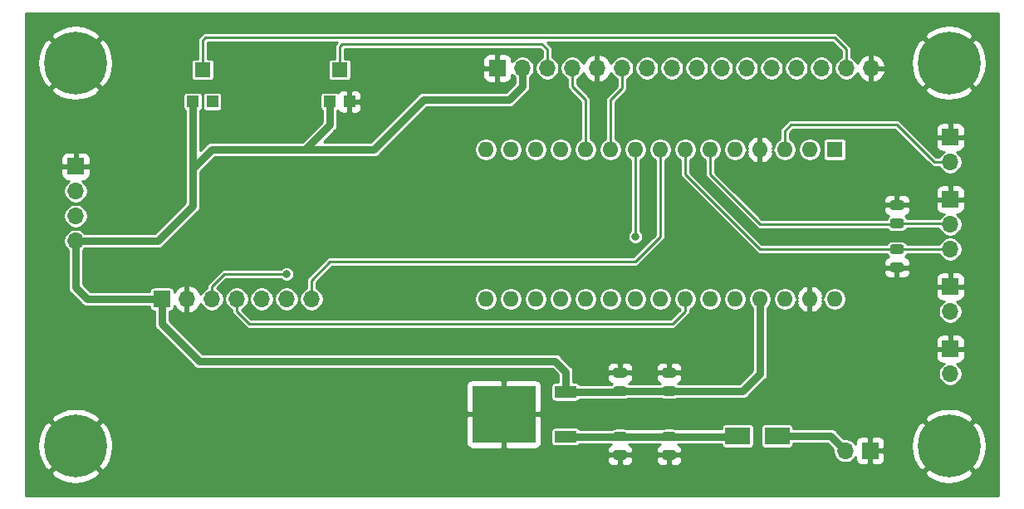
<source format=gbr>
G04 #@! TF.GenerationSoftware,KiCad,Pcbnew,(5.1.6)-1*
G04 #@! TF.CreationDate,2020-09-12T17:38:01+02:00*
G04 #@! TF.ProjectId,vfo-do-with-trimmer_boutons regroup_s-10x5,76666f2d-646f-42d7-9769-74682d747269,rev?*
G04 #@! TF.SameCoordinates,Original*
G04 #@! TF.FileFunction,Copper,L1,Top*
G04 #@! TF.FilePolarity,Positive*
%FSLAX46Y46*%
G04 Gerber Fmt 4.6, Leading zero omitted, Abs format (unit mm)*
G04 Created by KiCad (PCBNEW (5.1.6)-1) date 2020-09-12 17:38:01*
%MOMM*%
%LPD*%
G01*
G04 APERTURE LIST*
G04 #@! TA.AperFunction,SMDPad,CuDef*
%ADD10R,2.500000X1.800000*%
G04 #@! TD*
G04 #@! TA.AperFunction,SMDPad,CuDef*
%ADD11R,6.400000X5.800000*%
G04 #@! TD*
G04 #@! TA.AperFunction,SMDPad,CuDef*
%ADD12R,2.200000X1.200000*%
G04 #@! TD*
G04 #@! TA.AperFunction,ComponentPad*
%ADD13O,1.600000X1.600000*%
G04 #@! TD*
G04 #@! TA.AperFunction,ComponentPad*
%ADD14R,1.600000X1.600000*%
G04 #@! TD*
G04 #@! TA.AperFunction,ComponentPad*
%ADD15O,1.700000X1.700000*%
G04 #@! TD*
G04 #@! TA.AperFunction,ComponentPad*
%ADD16R,1.700000X1.700000*%
G04 #@! TD*
G04 #@! TA.AperFunction,ComponentPad*
%ADD17C,0.800000*%
G04 #@! TD*
G04 #@! TA.AperFunction,ComponentPad*
%ADD18C,6.400000*%
G04 #@! TD*
G04 #@! TA.AperFunction,SMDPad,CuDef*
%ADD19R,1.200000X1.200000*%
G04 #@! TD*
G04 #@! TA.AperFunction,SMDPad,CuDef*
%ADD20R,1.600000X1.500000*%
G04 #@! TD*
G04 #@! TA.AperFunction,ViaPad*
%ADD21C,0.800000*%
G04 #@! TD*
G04 #@! TA.AperFunction,Conductor*
%ADD22C,0.250000*%
G04 #@! TD*
G04 #@! TA.AperFunction,Conductor*
%ADD23C,0.800000*%
G04 #@! TD*
G04 #@! TA.AperFunction,Conductor*
%ADD24C,0.254000*%
G04 #@! TD*
G04 APERTURE END LIST*
D10*
X177000000Y-143500000D03*
X173000000Y-143500000D03*
D11*
X149147200Y-141295000D03*
D12*
X155447200Y-139015000D03*
X155447200Y-143575000D03*
D13*
X147320000Y-129540000D03*
X147320000Y-114300000D03*
X182880000Y-129540000D03*
X149860000Y-114300000D03*
X180340000Y-129540000D03*
X152400000Y-114300000D03*
X177800000Y-129540000D03*
X154940000Y-114300000D03*
X175260000Y-129540000D03*
X157480000Y-114300000D03*
X172720000Y-129540000D03*
X160020000Y-114300000D03*
X170180000Y-129540000D03*
X162560000Y-114300000D03*
X167640000Y-129540000D03*
X165100000Y-114300000D03*
X165100000Y-129540000D03*
X167640000Y-114300000D03*
X162560000Y-129540000D03*
X170180000Y-114300000D03*
X160020000Y-129540000D03*
X172720000Y-114300000D03*
X157480000Y-129540000D03*
X175260000Y-114300000D03*
X154940000Y-129540000D03*
X177800000Y-114300000D03*
X152400000Y-129540000D03*
X180340000Y-114300000D03*
X149860000Y-129540000D03*
D14*
X182880000Y-114300000D03*
D15*
X105500000Y-123620000D03*
X105500000Y-121080000D03*
X105500000Y-118540000D03*
D16*
X105500000Y-116000000D03*
G04 #@! TA.AperFunction,SMDPad,CuDef*
G36*
G01*
X166456250Y-137550000D02*
X165543750Y-137550000D01*
G75*
G02*
X165300000Y-137306250I0J243750D01*
G01*
X165300000Y-136818750D01*
G75*
G02*
X165543750Y-136575000I243750J0D01*
G01*
X166456250Y-136575000D01*
G75*
G02*
X166700000Y-136818750I0J-243750D01*
G01*
X166700000Y-137306250D01*
G75*
G02*
X166456250Y-137550000I-243750J0D01*
G01*
G37*
G04 #@! TD.AperFunction*
G04 #@! TA.AperFunction,SMDPad,CuDef*
G36*
G01*
X166456250Y-139425000D02*
X165543750Y-139425000D01*
G75*
G02*
X165300000Y-139181250I0J243750D01*
G01*
X165300000Y-138693750D01*
G75*
G02*
X165543750Y-138450000I243750J0D01*
G01*
X166456250Y-138450000D01*
G75*
G02*
X166700000Y-138693750I0J-243750D01*
G01*
X166700000Y-139181250D01*
G75*
G02*
X166456250Y-139425000I-243750J0D01*
G01*
G37*
G04 #@! TD.AperFunction*
G04 #@! TA.AperFunction,SMDPad,CuDef*
G36*
G01*
X161456250Y-137550000D02*
X160543750Y-137550000D01*
G75*
G02*
X160300000Y-137306250I0J243750D01*
G01*
X160300000Y-136818750D01*
G75*
G02*
X160543750Y-136575000I243750J0D01*
G01*
X161456250Y-136575000D01*
G75*
G02*
X161700000Y-136818750I0J-243750D01*
G01*
X161700000Y-137306250D01*
G75*
G02*
X161456250Y-137550000I-243750J0D01*
G01*
G37*
G04 #@! TD.AperFunction*
G04 #@! TA.AperFunction,SMDPad,CuDef*
G36*
G01*
X161456250Y-139425000D02*
X160543750Y-139425000D01*
G75*
G02*
X160300000Y-139181250I0J243750D01*
G01*
X160300000Y-138693750D01*
G75*
G02*
X160543750Y-138450000I243750J0D01*
G01*
X161456250Y-138450000D01*
G75*
G02*
X161700000Y-138693750I0J-243750D01*
G01*
X161700000Y-139181250D01*
G75*
G02*
X161456250Y-139425000I-243750J0D01*
G01*
G37*
G04 #@! TD.AperFunction*
G04 #@! TA.AperFunction,SMDPad,CuDef*
G36*
G01*
X160543750Y-144950000D02*
X161456250Y-144950000D01*
G75*
G02*
X161700000Y-145193750I0J-243750D01*
G01*
X161700000Y-145681250D01*
G75*
G02*
X161456250Y-145925000I-243750J0D01*
G01*
X160543750Y-145925000D01*
G75*
G02*
X160300000Y-145681250I0J243750D01*
G01*
X160300000Y-145193750D01*
G75*
G02*
X160543750Y-144950000I243750J0D01*
G01*
G37*
G04 #@! TD.AperFunction*
G04 #@! TA.AperFunction,SMDPad,CuDef*
G36*
G01*
X160543750Y-143075000D02*
X161456250Y-143075000D01*
G75*
G02*
X161700000Y-143318750I0J-243750D01*
G01*
X161700000Y-143806250D01*
G75*
G02*
X161456250Y-144050000I-243750J0D01*
G01*
X160543750Y-144050000D01*
G75*
G02*
X160300000Y-143806250I0J243750D01*
G01*
X160300000Y-143318750D01*
G75*
G02*
X160543750Y-143075000I243750J0D01*
G01*
G37*
G04 #@! TD.AperFunction*
G04 #@! TA.AperFunction,SMDPad,CuDef*
G36*
G01*
X165543750Y-144950000D02*
X166456250Y-144950000D01*
G75*
G02*
X166700000Y-145193750I0J-243750D01*
G01*
X166700000Y-145681250D01*
G75*
G02*
X166456250Y-145925000I-243750J0D01*
G01*
X165543750Y-145925000D01*
G75*
G02*
X165300000Y-145681250I0J243750D01*
G01*
X165300000Y-145193750D01*
G75*
G02*
X165543750Y-144950000I243750J0D01*
G01*
G37*
G04 #@! TD.AperFunction*
G04 #@! TA.AperFunction,SMDPad,CuDef*
G36*
G01*
X165543750Y-143075000D02*
X166456250Y-143075000D01*
G75*
G02*
X166700000Y-143318750I0J-243750D01*
G01*
X166700000Y-143806250D01*
G75*
G02*
X166456250Y-144050000I-243750J0D01*
G01*
X165543750Y-144050000D01*
G75*
G02*
X165300000Y-143806250I0J243750D01*
G01*
X165300000Y-143318750D01*
G75*
G02*
X165543750Y-143075000I243750J0D01*
G01*
G37*
G04 #@! TD.AperFunction*
G04 #@! TA.AperFunction,SMDPad,CuDef*
G36*
G01*
X188773750Y-121354000D02*
X189686250Y-121354000D01*
G75*
G02*
X189930000Y-121597750I0J-243750D01*
G01*
X189930000Y-122085250D01*
G75*
G02*
X189686250Y-122329000I-243750J0D01*
G01*
X188773750Y-122329000D01*
G75*
G02*
X188530000Y-122085250I0J243750D01*
G01*
X188530000Y-121597750D01*
G75*
G02*
X188773750Y-121354000I243750J0D01*
G01*
G37*
G04 #@! TD.AperFunction*
G04 #@! TA.AperFunction,SMDPad,CuDef*
G36*
G01*
X188773750Y-119479000D02*
X189686250Y-119479000D01*
G75*
G02*
X189930000Y-119722750I0J-243750D01*
G01*
X189930000Y-120210250D01*
G75*
G02*
X189686250Y-120454000I-243750J0D01*
G01*
X188773750Y-120454000D01*
G75*
G02*
X188530000Y-120210250I0J243750D01*
G01*
X188530000Y-119722750D01*
G75*
G02*
X188773750Y-119479000I243750J0D01*
G01*
G37*
G04 #@! TD.AperFunction*
G04 #@! TA.AperFunction,SMDPad,CuDef*
G36*
G01*
X189686250Y-124947500D02*
X188773750Y-124947500D01*
G75*
G02*
X188530000Y-124703750I0J243750D01*
G01*
X188530000Y-124216250D01*
G75*
G02*
X188773750Y-123972500I243750J0D01*
G01*
X189686250Y-123972500D01*
G75*
G02*
X189930000Y-124216250I0J-243750D01*
G01*
X189930000Y-124703750D01*
G75*
G02*
X189686250Y-124947500I-243750J0D01*
G01*
G37*
G04 #@! TD.AperFunction*
G04 #@! TA.AperFunction,SMDPad,CuDef*
G36*
G01*
X189686250Y-126822500D02*
X188773750Y-126822500D01*
G75*
G02*
X188530000Y-126578750I0J243750D01*
G01*
X188530000Y-126091250D01*
G75*
G02*
X188773750Y-125847500I243750J0D01*
G01*
X189686250Y-125847500D01*
G75*
G02*
X189930000Y-126091250I0J-243750D01*
G01*
X189930000Y-126578750D01*
G75*
G02*
X189686250Y-126822500I-243750J0D01*
G01*
G37*
G04 #@! TD.AperFunction*
D15*
X183960000Y-145000000D03*
D16*
X186500000Y-145000000D03*
D15*
X186600000Y-106000000D03*
X184060000Y-106000000D03*
X181520000Y-106000000D03*
X178980000Y-106000000D03*
X176440000Y-106000000D03*
X173900000Y-106000000D03*
X171360000Y-106000000D03*
X168820000Y-106000000D03*
X166280000Y-106000000D03*
X163740000Y-106000000D03*
X161200000Y-106000000D03*
X158660000Y-106000000D03*
X156120000Y-106000000D03*
X153580000Y-106000000D03*
X151040000Y-106000000D03*
D16*
X148500000Y-106000000D03*
D15*
X129540000Y-129540000D03*
X127000000Y-129540000D03*
X124460000Y-129540000D03*
X121920000Y-129540000D03*
X119380000Y-129540000D03*
X116840000Y-129540000D03*
D16*
X114300000Y-129540000D03*
D15*
X194660000Y-130810000D03*
D16*
X194660000Y-128270000D03*
D15*
X194660000Y-115570000D03*
D16*
X194660000Y-113030000D03*
D15*
X194660000Y-137160000D03*
D16*
X194660000Y-134620000D03*
D15*
X194660000Y-124460000D03*
X194660000Y-121920000D03*
D16*
X194660000Y-119380000D03*
D17*
X107172056Y-103777944D03*
X105475000Y-103075000D03*
X103777944Y-103777944D03*
X103075000Y-105475000D03*
X103777944Y-107172056D03*
X105475000Y-107875000D03*
X107172056Y-107172056D03*
X107875000Y-105475000D03*
D18*
X105475000Y-105475000D03*
X194525000Y-144525000D03*
D17*
X196925000Y-144525000D03*
X196222056Y-146222056D03*
X194525000Y-146925000D03*
X192827944Y-146222056D03*
X192125000Y-144525000D03*
X192827944Y-142827944D03*
X194525000Y-142125000D03*
X196222056Y-142827944D03*
X196222056Y-103777944D03*
X194525000Y-103075000D03*
X192827944Y-103777944D03*
X192125000Y-105475000D03*
X192827944Y-107172056D03*
X194525000Y-107875000D03*
X196222056Y-107172056D03*
X196925000Y-105475000D03*
D18*
X194525000Y-105475000D03*
X105475000Y-144525000D03*
D17*
X107875000Y-144525000D03*
X107172056Y-146222056D03*
X105475000Y-146925000D03*
X103777944Y-146222056D03*
X103075000Y-144525000D03*
X103777944Y-142827944D03*
X105475000Y-142125000D03*
X107172056Y-142827944D03*
D19*
X133410000Y-109410000D03*
X131410000Y-109410000D03*
D20*
X132410000Y-106160000D03*
X118440000Y-106160000D03*
D19*
X117440000Y-109410000D03*
X119440000Y-109410000D03*
D21*
X162560000Y-123190000D03*
X127000000Y-127000000D03*
X125000000Y-105000000D03*
X140000000Y-105000000D03*
X125000000Y-145000000D03*
X115000000Y-145000000D03*
X113030000Y-135000000D03*
X135000000Y-145000000D03*
X105000000Y-135000000D03*
X112500000Y-105000000D03*
X112500000Y-115000000D03*
X125000000Y-124000000D03*
X142500000Y-145000000D03*
X190000000Y-140000000D03*
X135000000Y-133000000D03*
X125000000Y-116500000D03*
X145000000Y-133000000D03*
X155000000Y-133000000D03*
X180000000Y-133000000D03*
X135000000Y-124000000D03*
X145000000Y-124000000D03*
X155000000Y-124000000D03*
X168910000Y-123000000D03*
X125000000Y-133000000D03*
X180000000Y-140000000D03*
X135000000Y-116500000D03*
X142500000Y-112500000D03*
X169250000Y-133000000D03*
X190000000Y-133000000D03*
X145000000Y-116500000D03*
X155000000Y-116500000D03*
X177250000Y-117750000D03*
X184000000Y-117750000D03*
X190000000Y-115500000D03*
X187750000Y-110000000D03*
D22*
X156120000Y-106000000D02*
X156120000Y-107860000D01*
X156120000Y-107860000D02*
X157480000Y-109220000D01*
X157480000Y-109220000D02*
X157480000Y-114300000D01*
X162560000Y-123190000D02*
X162560000Y-114300000D01*
X121920000Y-129540000D02*
X121920000Y-130810000D01*
X121920000Y-130810000D02*
X123190000Y-132080000D01*
X123190000Y-132080000D02*
X166370000Y-132080000D01*
X167640000Y-130810000D02*
X167640000Y-129540000D01*
X166370000Y-132080000D02*
X167640000Y-130810000D01*
X165100000Y-123190000D02*
X165100000Y-114300000D01*
X162560000Y-125730000D02*
X165100000Y-123190000D01*
X129540000Y-130000000D02*
X129540000Y-127635000D01*
X131445000Y-125730000D02*
X162560000Y-125730000D01*
X129540000Y-127635000D02*
X131445000Y-125730000D01*
X119380000Y-129540000D02*
X119380000Y-128270000D01*
X119380000Y-128270000D02*
X120650000Y-127000000D01*
X120650000Y-127000000D02*
X127000000Y-127000000D01*
X189230000Y-124460000D02*
X194660000Y-124460000D01*
X167640000Y-116840000D02*
X167640000Y-114300000D01*
X189230000Y-124460000D02*
X175260000Y-124460000D01*
X175260000Y-124460000D02*
X167640000Y-116840000D01*
X194581500Y-121841500D02*
X194660000Y-121920000D01*
X189230000Y-121841500D02*
X194581500Y-121841500D01*
X189151500Y-121920000D02*
X189230000Y-121841500D01*
X175260000Y-121920000D02*
X189151500Y-121920000D01*
X170180000Y-114300000D02*
X170180000Y-116840000D01*
X170180000Y-116840000D02*
X175260000Y-121920000D01*
X194660000Y-115570000D02*
X193040000Y-115570000D01*
X193040000Y-115570000D02*
X189230000Y-111760000D01*
X189230000Y-111760000D02*
X178435000Y-111760000D01*
X178435000Y-111760000D02*
X177800000Y-112395000D01*
X177800000Y-112395000D02*
X177800000Y-114300000D01*
X153580000Y-104050000D02*
X153580000Y-106000000D01*
X153035000Y-103505000D02*
X153580000Y-104050000D01*
X132715000Y-103505000D02*
X153035000Y-103505000D01*
X132410000Y-103810000D02*
X132715000Y-103505000D01*
X132410000Y-106160000D02*
X132410000Y-103810000D01*
X184060000Y-104050000D02*
X184060000Y-106000000D01*
X182880000Y-102870000D02*
X184060000Y-104050000D01*
X118745000Y-102870000D02*
X182880000Y-102870000D01*
X118440000Y-106160000D02*
X118440000Y-103175000D01*
X118440000Y-103175000D02*
X118745000Y-102870000D01*
D23*
X155447200Y-139015000D02*
X155525000Y-139015000D01*
X105500000Y-123620000D02*
X105500000Y-128360000D01*
X106680000Y-129540000D02*
X114300000Y-129540000D01*
X105500000Y-128360000D02*
X106680000Y-129540000D01*
X160922500Y-139015000D02*
X161000000Y-138937500D01*
X155447200Y-139015000D02*
X160922500Y-139015000D01*
X161000000Y-138937500D02*
X166000000Y-138937500D01*
X166000000Y-138937500D02*
X173482500Y-138937500D01*
X175260000Y-137160000D02*
X175260000Y-129540000D01*
X173482500Y-138937500D02*
X175260000Y-137160000D01*
X151040000Y-107860000D02*
X151040000Y-106000000D01*
X140970000Y-109220000D02*
X149680000Y-109220000D01*
X149680000Y-109220000D02*
X151040000Y-107860000D01*
X135890000Y-114300000D02*
X140970000Y-109220000D01*
X155447200Y-136947200D02*
X155447200Y-139015000D01*
X154390000Y-135890000D02*
X155447200Y-136947200D01*
X114300000Y-129540000D02*
X114300000Y-132080000D01*
X118110000Y-135890000D02*
X154390000Y-135890000D01*
X114300000Y-132080000D02*
X118110000Y-135890000D01*
X135255000Y-114300000D02*
X135890000Y-114300000D01*
X131410000Y-109410000D02*
X131410000Y-111795000D01*
X131410000Y-111795000D02*
X128905000Y-114300000D01*
X128905000Y-114300000D02*
X135890000Y-114300000D01*
X105500000Y-123620000D02*
X113870000Y-123620000D01*
X113870000Y-123620000D02*
X117440000Y-120050000D01*
X119380000Y-114300000D02*
X117440000Y-116240000D01*
X128905000Y-114300000D02*
X119380000Y-114300000D01*
X117440000Y-120050000D02*
X117440000Y-116240000D01*
X117440000Y-116240000D02*
X117440000Y-109410000D01*
D22*
X161200000Y-106000000D02*
X161200000Y-108040000D01*
X160020000Y-109220000D02*
X160020000Y-114300000D01*
X161200000Y-108040000D02*
X160020000Y-109220000D01*
D23*
X182460000Y-143500000D02*
X183960000Y-145000000D01*
X177000000Y-143500000D02*
X182460000Y-143500000D01*
X160987500Y-143575000D02*
X161000000Y-143562500D01*
X155447200Y-143575000D02*
X160987500Y-143575000D01*
X161000000Y-143562500D02*
X166000000Y-143562500D01*
X172937500Y-143562500D02*
X173000000Y-143500000D01*
X166000000Y-143562500D02*
X172937500Y-143562500D01*
D24*
G36*
X199594001Y-149594000D02*
G01*
X100406000Y-149594000D01*
X100406000Y-147225881D01*
X102953724Y-147225881D01*
X103313912Y-147715548D01*
X103977882Y-148075849D01*
X104699385Y-148299694D01*
X105450695Y-148378480D01*
X106202938Y-148309178D01*
X106927208Y-148094452D01*
X107595670Y-147742555D01*
X107636088Y-147715548D01*
X107996276Y-147225881D01*
X192003724Y-147225881D01*
X192363912Y-147715548D01*
X193027882Y-148075849D01*
X193749385Y-148299694D01*
X194500695Y-148378480D01*
X195252938Y-148309178D01*
X195977208Y-148094452D01*
X196645670Y-147742555D01*
X196686088Y-147715548D01*
X197046276Y-147225881D01*
X194525000Y-144704605D01*
X192003724Y-147225881D01*
X107996276Y-147225881D01*
X105475000Y-144704605D01*
X102953724Y-147225881D01*
X100406000Y-147225881D01*
X100406000Y-144500695D01*
X101621520Y-144500695D01*
X101690822Y-145252938D01*
X101905548Y-145977208D01*
X102257445Y-146645670D01*
X102284452Y-146686088D01*
X102774119Y-147046276D01*
X105295395Y-144525000D01*
X105654605Y-144525000D01*
X108175881Y-147046276D01*
X108665548Y-146686088D01*
X109025849Y-146022118D01*
X109055979Y-145925000D01*
X159661928Y-145925000D01*
X159674188Y-146049482D01*
X159710498Y-146169180D01*
X159769463Y-146279494D01*
X159848815Y-146376185D01*
X159945506Y-146455537D01*
X160055820Y-146514502D01*
X160175518Y-146550812D01*
X160300000Y-146563072D01*
X160714250Y-146560000D01*
X160873000Y-146401250D01*
X160873000Y-145564500D01*
X161127000Y-145564500D01*
X161127000Y-146401250D01*
X161285750Y-146560000D01*
X161700000Y-146563072D01*
X161824482Y-146550812D01*
X161944180Y-146514502D01*
X162054494Y-146455537D01*
X162151185Y-146376185D01*
X162230537Y-146279494D01*
X162289502Y-146169180D01*
X162325812Y-146049482D01*
X162338072Y-145925000D01*
X164661928Y-145925000D01*
X164674188Y-146049482D01*
X164710498Y-146169180D01*
X164769463Y-146279494D01*
X164848815Y-146376185D01*
X164945506Y-146455537D01*
X165055820Y-146514502D01*
X165175518Y-146550812D01*
X165300000Y-146563072D01*
X165714250Y-146560000D01*
X165873000Y-146401250D01*
X165873000Y-145564500D01*
X166127000Y-145564500D01*
X166127000Y-146401250D01*
X166285750Y-146560000D01*
X166700000Y-146563072D01*
X166824482Y-146550812D01*
X166944180Y-146514502D01*
X167054494Y-146455537D01*
X167151185Y-146376185D01*
X167230537Y-146279494D01*
X167289502Y-146169180D01*
X167325812Y-146049482D01*
X167338072Y-145925000D01*
X167335000Y-145723250D01*
X167176250Y-145564500D01*
X166127000Y-145564500D01*
X165873000Y-145564500D01*
X164823750Y-145564500D01*
X164665000Y-145723250D01*
X164661928Y-145925000D01*
X162338072Y-145925000D01*
X162335000Y-145723250D01*
X162176250Y-145564500D01*
X161127000Y-145564500D01*
X160873000Y-145564500D01*
X159823750Y-145564500D01*
X159665000Y-145723250D01*
X159661928Y-145925000D01*
X109055979Y-145925000D01*
X109249694Y-145300615D01*
X109328480Y-144549305D01*
X109295839Y-144195000D01*
X145309128Y-144195000D01*
X145321388Y-144319482D01*
X145357698Y-144439180D01*
X145416663Y-144549494D01*
X145496015Y-144646185D01*
X145592706Y-144725537D01*
X145703020Y-144784502D01*
X145822718Y-144820812D01*
X145947200Y-144833072D01*
X148861450Y-144830000D01*
X149020200Y-144671250D01*
X149020200Y-141422000D01*
X149274200Y-141422000D01*
X149274200Y-144671250D01*
X149432950Y-144830000D01*
X152347200Y-144833072D01*
X152471682Y-144820812D01*
X152591380Y-144784502D01*
X152701694Y-144725537D01*
X152798385Y-144646185D01*
X152877737Y-144549494D01*
X152936702Y-144439180D01*
X152973012Y-144319482D01*
X152985272Y-144195000D01*
X152983839Y-142975000D01*
X153964357Y-142975000D01*
X153964357Y-144175000D01*
X153971713Y-144249689D01*
X153993499Y-144321508D01*
X154028878Y-144387696D01*
X154076489Y-144445711D01*
X154134504Y-144493322D01*
X154200692Y-144528701D01*
X154272511Y-144550487D01*
X154347200Y-144557843D01*
X156547200Y-144557843D01*
X156621889Y-144550487D01*
X156693708Y-144528701D01*
X156759896Y-144493322D01*
X156817911Y-144445711D01*
X156865522Y-144387696D01*
X156882464Y-144356000D01*
X160070648Y-144356000D01*
X160055820Y-144360498D01*
X159945506Y-144419463D01*
X159848815Y-144498815D01*
X159769463Y-144595506D01*
X159710498Y-144705820D01*
X159674188Y-144825518D01*
X159661928Y-144950000D01*
X159665000Y-145151750D01*
X159823750Y-145310500D01*
X160873000Y-145310500D01*
X160873000Y-145290500D01*
X161127000Y-145290500D01*
X161127000Y-145310500D01*
X162176250Y-145310500D01*
X162335000Y-145151750D01*
X162338072Y-144950000D01*
X162325812Y-144825518D01*
X162289502Y-144705820D01*
X162230537Y-144595506D01*
X162151185Y-144498815D01*
X162054494Y-144419463D01*
X161944180Y-144360498D01*
X161888145Y-144343500D01*
X165111855Y-144343500D01*
X165055820Y-144360498D01*
X164945506Y-144419463D01*
X164848815Y-144498815D01*
X164769463Y-144595506D01*
X164710498Y-144705820D01*
X164674188Y-144825518D01*
X164661928Y-144950000D01*
X164665000Y-145151750D01*
X164823750Y-145310500D01*
X165873000Y-145310500D01*
X165873000Y-145290500D01*
X166127000Y-145290500D01*
X166127000Y-145310500D01*
X167176250Y-145310500D01*
X167335000Y-145151750D01*
X167338072Y-144950000D01*
X167325812Y-144825518D01*
X167289502Y-144705820D01*
X167230537Y-144595506D01*
X167151185Y-144498815D01*
X167054494Y-144419463D01*
X166944180Y-144360498D01*
X166888145Y-144343500D01*
X171367157Y-144343500D01*
X171367157Y-144400000D01*
X171374513Y-144474689D01*
X171396299Y-144546508D01*
X171431678Y-144612696D01*
X171479289Y-144670711D01*
X171537304Y-144718322D01*
X171603492Y-144753701D01*
X171675311Y-144775487D01*
X171750000Y-144782843D01*
X174250000Y-144782843D01*
X174324689Y-144775487D01*
X174396508Y-144753701D01*
X174462696Y-144718322D01*
X174520711Y-144670711D01*
X174568322Y-144612696D01*
X174603701Y-144546508D01*
X174625487Y-144474689D01*
X174632843Y-144400000D01*
X174632843Y-142600000D01*
X175367157Y-142600000D01*
X175367157Y-144400000D01*
X175374513Y-144474689D01*
X175396299Y-144546508D01*
X175431678Y-144612696D01*
X175479289Y-144670711D01*
X175537304Y-144718322D01*
X175603492Y-144753701D01*
X175675311Y-144775487D01*
X175750000Y-144782843D01*
X178250000Y-144782843D01*
X178324689Y-144775487D01*
X178396508Y-144753701D01*
X178462696Y-144718322D01*
X178520711Y-144670711D01*
X178568322Y-144612696D01*
X178603701Y-144546508D01*
X178625487Y-144474689D01*
X178632843Y-144400000D01*
X178632843Y-144281000D01*
X182136500Y-144281000D01*
X182729872Y-144874373D01*
X182729000Y-144878757D01*
X182729000Y-145121243D01*
X182776307Y-145359069D01*
X182869102Y-145583097D01*
X183003820Y-145784717D01*
X183175283Y-145956180D01*
X183376903Y-146090898D01*
X183600931Y-146183693D01*
X183838757Y-146231000D01*
X184081243Y-146231000D01*
X184319069Y-146183693D01*
X184543097Y-146090898D01*
X184744717Y-145956180D01*
X184916180Y-145784717D01*
X185013073Y-145639706D01*
X185011928Y-145850000D01*
X185024188Y-145974482D01*
X185060498Y-146094180D01*
X185119463Y-146204494D01*
X185198815Y-146301185D01*
X185295506Y-146380537D01*
X185405820Y-146439502D01*
X185525518Y-146475812D01*
X185650000Y-146488072D01*
X186214250Y-146485000D01*
X186373000Y-146326250D01*
X186373000Y-145127000D01*
X186627000Y-145127000D01*
X186627000Y-146326250D01*
X186785750Y-146485000D01*
X187350000Y-146488072D01*
X187474482Y-146475812D01*
X187594180Y-146439502D01*
X187704494Y-146380537D01*
X187801185Y-146301185D01*
X187880537Y-146204494D01*
X187939502Y-146094180D01*
X187975812Y-145974482D01*
X187988072Y-145850000D01*
X187985000Y-145285750D01*
X187826250Y-145127000D01*
X186627000Y-145127000D01*
X186373000Y-145127000D01*
X186353000Y-145127000D01*
X186353000Y-144873000D01*
X186373000Y-144873000D01*
X186373000Y-143673750D01*
X186627000Y-143673750D01*
X186627000Y-144873000D01*
X187826250Y-144873000D01*
X187985000Y-144714250D01*
X187986162Y-144500695D01*
X190671520Y-144500695D01*
X190740822Y-145252938D01*
X190955548Y-145977208D01*
X191307445Y-146645670D01*
X191334452Y-146686088D01*
X191824119Y-147046276D01*
X194345395Y-144525000D01*
X194704605Y-144525000D01*
X197225881Y-147046276D01*
X197715548Y-146686088D01*
X198075849Y-146022118D01*
X198299694Y-145300615D01*
X198378480Y-144549305D01*
X198309178Y-143797062D01*
X198094452Y-143072792D01*
X197742555Y-142404330D01*
X197715548Y-142363912D01*
X197225881Y-142003724D01*
X194704605Y-144525000D01*
X194345395Y-144525000D01*
X191824119Y-142003724D01*
X191334452Y-142363912D01*
X190974151Y-143027882D01*
X190750306Y-143749385D01*
X190671520Y-144500695D01*
X187986162Y-144500695D01*
X187988072Y-144150000D01*
X187975812Y-144025518D01*
X187939502Y-143905820D01*
X187880537Y-143795506D01*
X187801185Y-143698815D01*
X187704494Y-143619463D01*
X187594180Y-143560498D01*
X187474482Y-143524188D01*
X187350000Y-143511928D01*
X186785750Y-143515000D01*
X186627000Y-143673750D01*
X186373000Y-143673750D01*
X186214250Y-143515000D01*
X185650000Y-143511928D01*
X185525518Y-143524188D01*
X185405820Y-143560498D01*
X185295506Y-143619463D01*
X185198815Y-143698815D01*
X185119463Y-143795506D01*
X185060498Y-143905820D01*
X185024188Y-144025518D01*
X185011928Y-144150000D01*
X185013073Y-144360294D01*
X184916180Y-144215283D01*
X184744717Y-144043820D01*
X184543097Y-143909102D01*
X184319069Y-143816307D01*
X184081243Y-143769000D01*
X183838757Y-143769000D01*
X183834373Y-143769872D01*
X183039378Y-142974878D01*
X183014922Y-142945078D01*
X182895999Y-142847481D01*
X182760322Y-142774960D01*
X182613103Y-142730301D01*
X182498360Y-142719000D01*
X182498357Y-142719000D01*
X182460000Y-142715222D01*
X182421643Y-142719000D01*
X178632843Y-142719000D01*
X178632843Y-142600000D01*
X178625487Y-142525311D01*
X178603701Y-142453492D01*
X178568322Y-142387304D01*
X178520711Y-142329289D01*
X178462696Y-142281678D01*
X178396508Y-142246299D01*
X178324689Y-142224513D01*
X178250000Y-142217157D01*
X175750000Y-142217157D01*
X175675311Y-142224513D01*
X175603492Y-142246299D01*
X175537304Y-142281678D01*
X175479289Y-142329289D01*
X175431678Y-142387304D01*
X175396299Y-142453492D01*
X175374513Y-142525311D01*
X175367157Y-142600000D01*
X174632843Y-142600000D01*
X174625487Y-142525311D01*
X174603701Y-142453492D01*
X174568322Y-142387304D01*
X174520711Y-142329289D01*
X174462696Y-142281678D01*
X174396508Y-142246299D01*
X174324689Y-142224513D01*
X174250000Y-142217157D01*
X171750000Y-142217157D01*
X171675311Y-142224513D01*
X171603492Y-142246299D01*
X171537304Y-142281678D01*
X171479289Y-142329289D01*
X171431678Y-142387304D01*
X171396299Y-142453492D01*
X171374513Y-142525311D01*
X171367157Y-142600000D01*
X171367157Y-142781500D01*
X166773951Y-142781500D01*
X166696037Y-142739854D01*
X166578492Y-142704197D01*
X166456250Y-142692157D01*
X165543750Y-142692157D01*
X165421508Y-142704197D01*
X165303963Y-142739854D01*
X165226049Y-142781500D01*
X161773951Y-142781500D01*
X161696037Y-142739854D01*
X161578492Y-142704197D01*
X161456250Y-142692157D01*
X160543750Y-142692157D01*
X160421508Y-142704197D01*
X160303963Y-142739854D01*
X160202663Y-142794000D01*
X156882464Y-142794000D01*
X156865522Y-142762304D01*
X156817911Y-142704289D01*
X156759896Y-142656678D01*
X156693708Y-142621299D01*
X156621889Y-142599513D01*
X156547200Y-142592157D01*
X154347200Y-142592157D01*
X154272511Y-142599513D01*
X154200692Y-142621299D01*
X154134504Y-142656678D01*
X154076489Y-142704289D01*
X154028878Y-142762304D01*
X153993499Y-142828492D01*
X153971713Y-142900311D01*
X153964357Y-142975000D01*
X152983839Y-142975000D01*
X152982487Y-141824119D01*
X192003724Y-141824119D01*
X194525000Y-144345395D01*
X197046276Y-141824119D01*
X196686088Y-141334452D01*
X196022118Y-140974151D01*
X195300615Y-140750306D01*
X194549305Y-140671520D01*
X193797062Y-140740822D01*
X193072792Y-140955548D01*
X192404330Y-141307445D01*
X192363912Y-141334452D01*
X192003724Y-141824119D01*
X152982487Y-141824119D01*
X152982200Y-141580750D01*
X152823450Y-141422000D01*
X149274200Y-141422000D01*
X149020200Y-141422000D01*
X145470950Y-141422000D01*
X145312200Y-141580750D01*
X145309128Y-144195000D01*
X109295839Y-144195000D01*
X109259178Y-143797062D01*
X109044452Y-143072792D01*
X108692555Y-142404330D01*
X108665548Y-142363912D01*
X108175881Y-142003724D01*
X105654605Y-144525000D01*
X105295395Y-144525000D01*
X102774119Y-142003724D01*
X102284452Y-142363912D01*
X101924151Y-143027882D01*
X101700306Y-143749385D01*
X101621520Y-144500695D01*
X100406000Y-144500695D01*
X100406000Y-141824119D01*
X102953724Y-141824119D01*
X105475000Y-144345395D01*
X107996276Y-141824119D01*
X107636088Y-141334452D01*
X106972118Y-140974151D01*
X106250615Y-140750306D01*
X105499305Y-140671520D01*
X104747062Y-140740822D01*
X104022792Y-140955548D01*
X103354330Y-141307445D01*
X103313912Y-141334452D01*
X102953724Y-141824119D01*
X100406000Y-141824119D01*
X100406000Y-138395000D01*
X145309128Y-138395000D01*
X145312200Y-141009250D01*
X145470950Y-141168000D01*
X149020200Y-141168000D01*
X149020200Y-137918750D01*
X149274200Y-137918750D01*
X149274200Y-141168000D01*
X152823450Y-141168000D01*
X152982200Y-141009250D01*
X152985272Y-138395000D01*
X152973012Y-138270518D01*
X152936702Y-138150820D01*
X152877737Y-138040506D01*
X152798385Y-137943815D01*
X152701694Y-137864463D01*
X152591380Y-137805498D01*
X152471682Y-137769188D01*
X152347200Y-137756928D01*
X149432950Y-137760000D01*
X149274200Y-137918750D01*
X149020200Y-137918750D01*
X148861450Y-137760000D01*
X145947200Y-137756928D01*
X145822718Y-137769188D01*
X145703020Y-137805498D01*
X145592706Y-137864463D01*
X145496015Y-137943815D01*
X145416663Y-138040506D01*
X145357698Y-138150820D01*
X145321388Y-138270518D01*
X145309128Y-138395000D01*
X100406000Y-138395000D01*
X100406000Y-123498757D01*
X104269000Y-123498757D01*
X104269000Y-123741243D01*
X104316307Y-123979069D01*
X104409102Y-124203097D01*
X104543820Y-124404717D01*
X104715283Y-124576180D01*
X104719000Y-124578664D01*
X104719001Y-128321633D01*
X104715222Y-128360000D01*
X104725522Y-128464574D01*
X104730302Y-128513103D01*
X104743239Y-128555750D01*
X104774960Y-128660320D01*
X104847481Y-128795999D01*
X104920625Y-128885125D01*
X104945079Y-128914922D01*
X104974874Y-128939374D01*
X106100626Y-130065127D01*
X106125078Y-130094922D01*
X106154873Y-130119374D01*
X106154874Y-130119375D01*
X106244000Y-130192519D01*
X106247847Y-130194575D01*
X106379678Y-130265040D01*
X106526897Y-130309699D01*
X106641640Y-130321000D01*
X106641642Y-130321000D01*
X106679999Y-130324778D01*
X106718356Y-130321000D01*
X113067157Y-130321000D01*
X113067157Y-130390000D01*
X113074513Y-130464689D01*
X113096299Y-130536508D01*
X113131678Y-130602696D01*
X113179289Y-130660711D01*
X113237304Y-130708322D01*
X113303492Y-130743701D01*
X113375311Y-130765487D01*
X113450000Y-130772843D01*
X113519000Y-130772843D01*
X113519001Y-132041633D01*
X113515222Y-132080000D01*
X113530302Y-132233102D01*
X113574960Y-132380320D01*
X113647481Y-132515999D01*
X113706938Y-132588447D01*
X113745079Y-132634922D01*
X113774874Y-132659374D01*
X117530624Y-136415125D01*
X117555078Y-136444922D01*
X117674001Y-136542519D01*
X117809678Y-136615040D01*
X117956897Y-136659699D01*
X118071640Y-136671000D01*
X118071643Y-136671000D01*
X118110000Y-136674778D01*
X118148357Y-136671000D01*
X154066500Y-136671000D01*
X154666200Y-137270701D01*
X154666201Y-138032157D01*
X154347200Y-138032157D01*
X154272511Y-138039513D01*
X154200692Y-138061299D01*
X154134504Y-138096678D01*
X154076489Y-138144289D01*
X154028878Y-138202304D01*
X153993499Y-138268492D01*
X153971713Y-138340311D01*
X153964357Y-138415000D01*
X153964357Y-139615000D01*
X153971713Y-139689689D01*
X153993499Y-139761508D01*
X154028878Y-139827696D01*
X154076489Y-139885711D01*
X154134504Y-139933322D01*
X154200692Y-139968701D01*
X154272511Y-139990487D01*
X154347200Y-139997843D01*
X156547200Y-139997843D01*
X156621889Y-139990487D01*
X156693708Y-139968701D01*
X156759896Y-139933322D01*
X156817911Y-139885711D01*
X156865522Y-139827696D01*
X156882464Y-139796000D01*
X160423508Y-139796000D01*
X160543750Y-139807843D01*
X161456250Y-139807843D01*
X161578492Y-139795803D01*
X161696037Y-139760146D01*
X161773951Y-139718500D01*
X165226049Y-139718500D01*
X165303963Y-139760146D01*
X165421508Y-139795803D01*
X165543750Y-139807843D01*
X166456250Y-139807843D01*
X166578492Y-139795803D01*
X166696037Y-139760146D01*
X166773951Y-139718500D01*
X173444143Y-139718500D01*
X173482500Y-139722278D01*
X173520857Y-139718500D01*
X173520860Y-139718500D01*
X173635603Y-139707199D01*
X173782822Y-139662540D01*
X173918499Y-139590019D01*
X174037422Y-139492422D01*
X174061878Y-139462622D01*
X175785128Y-137739373D01*
X175814922Y-137714922D01*
X175912519Y-137595999D01*
X175985040Y-137460322D01*
X176029699Y-137313103D01*
X176041000Y-137198360D01*
X176041000Y-137198357D01*
X176044778Y-137160000D01*
X176041000Y-137121643D01*
X176041000Y-135470000D01*
X193171928Y-135470000D01*
X193184188Y-135594482D01*
X193220498Y-135714180D01*
X193279463Y-135824494D01*
X193358815Y-135921185D01*
X193455506Y-136000537D01*
X193565820Y-136059502D01*
X193685518Y-136095812D01*
X193810000Y-136108072D01*
X194020294Y-136106927D01*
X193875283Y-136203820D01*
X193703820Y-136375283D01*
X193569102Y-136576903D01*
X193476307Y-136800931D01*
X193429000Y-137038757D01*
X193429000Y-137281243D01*
X193476307Y-137519069D01*
X193569102Y-137743097D01*
X193703820Y-137944717D01*
X193875283Y-138116180D01*
X194076903Y-138250898D01*
X194300931Y-138343693D01*
X194538757Y-138391000D01*
X194781243Y-138391000D01*
X195019069Y-138343693D01*
X195243097Y-138250898D01*
X195444717Y-138116180D01*
X195616180Y-137944717D01*
X195750898Y-137743097D01*
X195843693Y-137519069D01*
X195891000Y-137281243D01*
X195891000Y-137038757D01*
X195843693Y-136800931D01*
X195750898Y-136576903D01*
X195616180Y-136375283D01*
X195444717Y-136203820D01*
X195299706Y-136106927D01*
X195510000Y-136108072D01*
X195634482Y-136095812D01*
X195754180Y-136059502D01*
X195864494Y-136000537D01*
X195961185Y-135921185D01*
X196040537Y-135824494D01*
X196099502Y-135714180D01*
X196135812Y-135594482D01*
X196148072Y-135470000D01*
X196145000Y-134905750D01*
X195986250Y-134747000D01*
X194787000Y-134747000D01*
X194787000Y-134767000D01*
X194533000Y-134767000D01*
X194533000Y-134747000D01*
X193333750Y-134747000D01*
X193175000Y-134905750D01*
X193171928Y-135470000D01*
X176041000Y-135470000D01*
X176041000Y-133770000D01*
X193171928Y-133770000D01*
X193175000Y-134334250D01*
X193333750Y-134493000D01*
X194533000Y-134493000D01*
X194533000Y-133293750D01*
X194787000Y-133293750D01*
X194787000Y-134493000D01*
X195986250Y-134493000D01*
X196145000Y-134334250D01*
X196148072Y-133770000D01*
X196135812Y-133645518D01*
X196099502Y-133525820D01*
X196040537Y-133415506D01*
X195961185Y-133318815D01*
X195864494Y-133239463D01*
X195754180Y-133180498D01*
X195634482Y-133144188D01*
X195510000Y-133131928D01*
X194945750Y-133135000D01*
X194787000Y-133293750D01*
X194533000Y-133293750D01*
X194374250Y-133135000D01*
X193810000Y-133131928D01*
X193685518Y-133144188D01*
X193565820Y-133180498D01*
X193455506Y-133239463D01*
X193358815Y-133318815D01*
X193279463Y-133415506D01*
X193220498Y-133525820D01*
X193184188Y-133645518D01*
X193171928Y-133770000D01*
X176041000Y-133770000D01*
X176041000Y-130429185D01*
X176177342Y-130292843D01*
X176306588Y-130099413D01*
X176395614Y-129884485D01*
X176441000Y-129656318D01*
X176441000Y-129423682D01*
X176619000Y-129423682D01*
X176619000Y-129656318D01*
X176664386Y-129884485D01*
X176753412Y-130099413D01*
X176882658Y-130292843D01*
X177047157Y-130457342D01*
X177240587Y-130586588D01*
X177455515Y-130675614D01*
X177683682Y-130721000D01*
X177916318Y-130721000D01*
X178144485Y-130675614D01*
X178359413Y-130586588D01*
X178552843Y-130457342D01*
X178717342Y-130292843D01*
X178846588Y-130099413D01*
X178935614Y-129884485D01*
X178978875Y-129667002D01*
X179069375Y-129667002D01*
X178948091Y-129889040D01*
X179042930Y-130153881D01*
X179187615Y-130395131D01*
X179376586Y-130603519D01*
X179602580Y-130771037D01*
X179856913Y-130891246D01*
X179990961Y-130931904D01*
X180213000Y-130809915D01*
X180213000Y-129667000D01*
X180193000Y-129667000D01*
X180193000Y-129413000D01*
X180213000Y-129413000D01*
X180213000Y-128270085D01*
X180467000Y-128270085D01*
X180467000Y-129413000D01*
X180487000Y-129413000D01*
X180487000Y-129667000D01*
X180467000Y-129667000D01*
X180467000Y-130809915D01*
X180689039Y-130931904D01*
X180823087Y-130891246D01*
X181077420Y-130771037D01*
X181303414Y-130603519D01*
X181492385Y-130395131D01*
X181637070Y-130153881D01*
X181731909Y-129889040D01*
X181610625Y-129667002D01*
X181701125Y-129667002D01*
X181744386Y-129884485D01*
X181833412Y-130099413D01*
X181962658Y-130292843D01*
X182127157Y-130457342D01*
X182320587Y-130586588D01*
X182535515Y-130675614D01*
X182763682Y-130721000D01*
X182996318Y-130721000D01*
X183224485Y-130675614D01*
X183439413Y-130586588D01*
X183632843Y-130457342D01*
X183797342Y-130292843D01*
X183926588Y-130099413D01*
X184015614Y-129884485D01*
X184061000Y-129656318D01*
X184061000Y-129423682D01*
X184015614Y-129195515D01*
X183984335Y-129120000D01*
X193171928Y-129120000D01*
X193184188Y-129244482D01*
X193220498Y-129364180D01*
X193279463Y-129474494D01*
X193358815Y-129571185D01*
X193455506Y-129650537D01*
X193565820Y-129709502D01*
X193685518Y-129745812D01*
X193810000Y-129758072D01*
X194020294Y-129756927D01*
X193875283Y-129853820D01*
X193703820Y-130025283D01*
X193569102Y-130226903D01*
X193476307Y-130450931D01*
X193429000Y-130688757D01*
X193429000Y-130931243D01*
X193476307Y-131169069D01*
X193569102Y-131393097D01*
X193703820Y-131594717D01*
X193875283Y-131766180D01*
X194076903Y-131900898D01*
X194300931Y-131993693D01*
X194538757Y-132041000D01*
X194781243Y-132041000D01*
X195019069Y-131993693D01*
X195243097Y-131900898D01*
X195444717Y-131766180D01*
X195616180Y-131594717D01*
X195750898Y-131393097D01*
X195843693Y-131169069D01*
X195891000Y-130931243D01*
X195891000Y-130688757D01*
X195843693Y-130450931D01*
X195750898Y-130226903D01*
X195616180Y-130025283D01*
X195444717Y-129853820D01*
X195299706Y-129756927D01*
X195510000Y-129758072D01*
X195634482Y-129745812D01*
X195754180Y-129709502D01*
X195864494Y-129650537D01*
X195961185Y-129571185D01*
X196040537Y-129474494D01*
X196099502Y-129364180D01*
X196135812Y-129244482D01*
X196148072Y-129120000D01*
X196145000Y-128555750D01*
X195986250Y-128397000D01*
X194787000Y-128397000D01*
X194787000Y-128417000D01*
X194533000Y-128417000D01*
X194533000Y-128397000D01*
X193333750Y-128397000D01*
X193175000Y-128555750D01*
X193171928Y-129120000D01*
X183984335Y-129120000D01*
X183926588Y-128980587D01*
X183797342Y-128787157D01*
X183632843Y-128622658D01*
X183439413Y-128493412D01*
X183224485Y-128404386D01*
X182996318Y-128359000D01*
X182763682Y-128359000D01*
X182535515Y-128404386D01*
X182320587Y-128493412D01*
X182127157Y-128622658D01*
X181962658Y-128787157D01*
X181833412Y-128980587D01*
X181744386Y-129195515D01*
X181701125Y-129412998D01*
X181610625Y-129412998D01*
X181731909Y-129190960D01*
X181637070Y-128926119D01*
X181492385Y-128684869D01*
X181303414Y-128476481D01*
X181077420Y-128308963D01*
X180823087Y-128188754D01*
X180689039Y-128148096D01*
X180467000Y-128270085D01*
X180213000Y-128270085D01*
X179990961Y-128148096D01*
X179856913Y-128188754D01*
X179602580Y-128308963D01*
X179376586Y-128476481D01*
X179187615Y-128684869D01*
X179042930Y-128926119D01*
X178948091Y-129190960D01*
X179069375Y-129412998D01*
X178978875Y-129412998D01*
X178935614Y-129195515D01*
X178846588Y-128980587D01*
X178717342Y-128787157D01*
X178552843Y-128622658D01*
X178359413Y-128493412D01*
X178144485Y-128404386D01*
X177916318Y-128359000D01*
X177683682Y-128359000D01*
X177455515Y-128404386D01*
X177240587Y-128493412D01*
X177047157Y-128622658D01*
X176882658Y-128787157D01*
X176753412Y-128980587D01*
X176664386Y-129195515D01*
X176619000Y-129423682D01*
X176441000Y-129423682D01*
X176395614Y-129195515D01*
X176306588Y-128980587D01*
X176177342Y-128787157D01*
X176012843Y-128622658D01*
X175819413Y-128493412D01*
X175604485Y-128404386D01*
X175376318Y-128359000D01*
X175143682Y-128359000D01*
X174915515Y-128404386D01*
X174700587Y-128493412D01*
X174507157Y-128622658D01*
X174342658Y-128787157D01*
X174213412Y-128980587D01*
X174124386Y-129195515D01*
X174079000Y-129423682D01*
X174079000Y-129656318D01*
X174124386Y-129884485D01*
X174213412Y-130099413D01*
X174342658Y-130292843D01*
X174479001Y-130429186D01*
X174479000Y-136836499D01*
X173159000Y-138156500D01*
X166888145Y-138156500D01*
X166944180Y-138139502D01*
X167054494Y-138080537D01*
X167151185Y-138001185D01*
X167230537Y-137904494D01*
X167289502Y-137794180D01*
X167325812Y-137674482D01*
X167338072Y-137550000D01*
X167335000Y-137348250D01*
X167176250Y-137189500D01*
X166127000Y-137189500D01*
X166127000Y-137209500D01*
X165873000Y-137209500D01*
X165873000Y-137189500D01*
X164823750Y-137189500D01*
X164665000Y-137348250D01*
X164661928Y-137550000D01*
X164674188Y-137674482D01*
X164710498Y-137794180D01*
X164769463Y-137904494D01*
X164848815Y-138001185D01*
X164945506Y-138080537D01*
X165055820Y-138139502D01*
X165111855Y-138156500D01*
X161888145Y-138156500D01*
X161944180Y-138139502D01*
X162054494Y-138080537D01*
X162151185Y-138001185D01*
X162230537Y-137904494D01*
X162289502Y-137794180D01*
X162325812Y-137674482D01*
X162338072Y-137550000D01*
X162335000Y-137348250D01*
X162176250Y-137189500D01*
X161127000Y-137189500D01*
X161127000Y-137209500D01*
X160873000Y-137209500D01*
X160873000Y-137189500D01*
X159823750Y-137189500D01*
X159665000Y-137348250D01*
X159661928Y-137550000D01*
X159674188Y-137674482D01*
X159710498Y-137794180D01*
X159769463Y-137904494D01*
X159848815Y-138001185D01*
X159945506Y-138080537D01*
X160055820Y-138139502D01*
X160175518Y-138175812D01*
X160190155Y-138177254D01*
X160121009Y-138234000D01*
X156882464Y-138234000D01*
X156865522Y-138202304D01*
X156817911Y-138144289D01*
X156759896Y-138096678D01*
X156693708Y-138061299D01*
X156621889Y-138039513D01*
X156547200Y-138032157D01*
X156228200Y-138032157D01*
X156228200Y-136985557D01*
X156231978Y-136947200D01*
X156223358Y-136859679D01*
X156216899Y-136794097D01*
X156172240Y-136646878D01*
X156133821Y-136575000D01*
X159661928Y-136575000D01*
X159665000Y-136776750D01*
X159823750Y-136935500D01*
X160873000Y-136935500D01*
X160873000Y-136098750D01*
X161127000Y-136098750D01*
X161127000Y-136935500D01*
X162176250Y-136935500D01*
X162335000Y-136776750D01*
X162338072Y-136575000D01*
X164661928Y-136575000D01*
X164665000Y-136776750D01*
X164823750Y-136935500D01*
X165873000Y-136935500D01*
X165873000Y-136098750D01*
X166127000Y-136098750D01*
X166127000Y-136935500D01*
X167176250Y-136935500D01*
X167335000Y-136776750D01*
X167338072Y-136575000D01*
X167325812Y-136450518D01*
X167289502Y-136330820D01*
X167230537Y-136220506D01*
X167151185Y-136123815D01*
X167054494Y-136044463D01*
X166944180Y-135985498D01*
X166824482Y-135949188D01*
X166700000Y-135936928D01*
X166285750Y-135940000D01*
X166127000Y-136098750D01*
X165873000Y-136098750D01*
X165714250Y-135940000D01*
X165300000Y-135936928D01*
X165175518Y-135949188D01*
X165055820Y-135985498D01*
X164945506Y-136044463D01*
X164848815Y-136123815D01*
X164769463Y-136220506D01*
X164710498Y-136330820D01*
X164674188Y-136450518D01*
X164661928Y-136575000D01*
X162338072Y-136575000D01*
X162325812Y-136450518D01*
X162289502Y-136330820D01*
X162230537Y-136220506D01*
X162151185Y-136123815D01*
X162054494Y-136044463D01*
X161944180Y-135985498D01*
X161824482Y-135949188D01*
X161700000Y-135936928D01*
X161285750Y-135940000D01*
X161127000Y-136098750D01*
X160873000Y-136098750D01*
X160714250Y-135940000D01*
X160300000Y-135936928D01*
X160175518Y-135949188D01*
X160055820Y-135985498D01*
X159945506Y-136044463D01*
X159848815Y-136123815D01*
X159769463Y-136220506D01*
X159710498Y-136330820D01*
X159674188Y-136450518D01*
X159661928Y-136575000D01*
X156133821Y-136575000D01*
X156099719Y-136511201D01*
X156096666Y-136507481D01*
X156026575Y-136422074D01*
X156026574Y-136422073D01*
X156002122Y-136392278D01*
X155972328Y-136367827D01*
X154969378Y-135364878D01*
X154944922Y-135335078D01*
X154825999Y-135237481D01*
X154690322Y-135164960D01*
X154543103Y-135120301D01*
X154428360Y-135109000D01*
X154428357Y-135109000D01*
X154390000Y-135105222D01*
X154351643Y-135109000D01*
X118433501Y-135109000D01*
X115081000Y-131756500D01*
X115081000Y-130772843D01*
X115150000Y-130772843D01*
X115224689Y-130765487D01*
X115296508Y-130743701D01*
X115362696Y-130708322D01*
X115420711Y-130660711D01*
X115468322Y-130602696D01*
X115503701Y-130536508D01*
X115525487Y-130464689D01*
X115532843Y-130390000D01*
X115532843Y-130233367D01*
X115644822Y-130421355D01*
X115839731Y-130637588D01*
X116073080Y-130811641D01*
X116335901Y-130936825D01*
X116483110Y-130981476D01*
X116713000Y-130860155D01*
X116713000Y-129667000D01*
X116693000Y-129667000D01*
X116693000Y-129413000D01*
X116713000Y-129413000D01*
X116713000Y-128219845D01*
X116967000Y-128219845D01*
X116967000Y-129413000D01*
X116987000Y-129413000D01*
X116987000Y-129667000D01*
X116967000Y-129667000D01*
X116967000Y-130860155D01*
X117196890Y-130981476D01*
X117344099Y-130936825D01*
X117606920Y-130811641D01*
X117840269Y-130637588D01*
X118035178Y-130421355D01*
X118184157Y-130171252D01*
X118241772Y-130008832D01*
X118289102Y-130123097D01*
X118423820Y-130324717D01*
X118595283Y-130496180D01*
X118796903Y-130630898D01*
X119020931Y-130723693D01*
X119258757Y-130771000D01*
X119501243Y-130771000D01*
X119739069Y-130723693D01*
X119963097Y-130630898D01*
X120164717Y-130496180D01*
X120336180Y-130324717D01*
X120470898Y-130123097D01*
X120563693Y-129899069D01*
X120611000Y-129661243D01*
X120611000Y-129418757D01*
X120689000Y-129418757D01*
X120689000Y-129661243D01*
X120736307Y-129899069D01*
X120829102Y-130123097D01*
X120963820Y-130324717D01*
X121135283Y-130496180D01*
X121336903Y-130630898D01*
X121414001Y-130662833D01*
X121414001Y-130785144D01*
X121411553Y-130810000D01*
X121421322Y-130909192D01*
X121450255Y-131004574D01*
X121450256Y-131004575D01*
X121497242Y-131092479D01*
X121560474Y-131169527D01*
X121579780Y-131185371D01*
X122814628Y-132420220D01*
X122830473Y-132439527D01*
X122907521Y-132502759D01*
X122995425Y-132549745D01*
X123090806Y-132578678D01*
X123100694Y-132579652D01*
X123165146Y-132586000D01*
X123165153Y-132586000D01*
X123189999Y-132588447D01*
X123214845Y-132586000D01*
X166345154Y-132586000D01*
X166370000Y-132588447D01*
X166394846Y-132586000D01*
X166394854Y-132586000D01*
X166469193Y-132578678D01*
X166564575Y-132549745D01*
X166652479Y-132502759D01*
X166729527Y-132439527D01*
X166745376Y-132420215D01*
X167980220Y-131185372D01*
X167999527Y-131169527D01*
X168062759Y-131092479D01*
X168109745Y-131004575D01*
X168131789Y-130931904D01*
X168138678Y-130909194D01*
X168143508Y-130860155D01*
X168146000Y-130834854D01*
X168146000Y-130834847D01*
X168148447Y-130810001D01*
X168146000Y-130785155D01*
X168146000Y-130608712D01*
X168199413Y-130586588D01*
X168392843Y-130457342D01*
X168557342Y-130292843D01*
X168686588Y-130099413D01*
X168775614Y-129884485D01*
X168821000Y-129656318D01*
X168821000Y-129423682D01*
X168999000Y-129423682D01*
X168999000Y-129656318D01*
X169044386Y-129884485D01*
X169133412Y-130099413D01*
X169262658Y-130292843D01*
X169427157Y-130457342D01*
X169620587Y-130586588D01*
X169835515Y-130675614D01*
X170063682Y-130721000D01*
X170296318Y-130721000D01*
X170524485Y-130675614D01*
X170739413Y-130586588D01*
X170932843Y-130457342D01*
X171097342Y-130292843D01*
X171226588Y-130099413D01*
X171315614Y-129884485D01*
X171361000Y-129656318D01*
X171361000Y-129423682D01*
X171539000Y-129423682D01*
X171539000Y-129656318D01*
X171584386Y-129884485D01*
X171673412Y-130099413D01*
X171802658Y-130292843D01*
X171967157Y-130457342D01*
X172160587Y-130586588D01*
X172375515Y-130675614D01*
X172603682Y-130721000D01*
X172836318Y-130721000D01*
X173064485Y-130675614D01*
X173279413Y-130586588D01*
X173472843Y-130457342D01*
X173637342Y-130292843D01*
X173766588Y-130099413D01*
X173855614Y-129884485D01*
X173901000Y-129656318D01*
X173901000Y-129423682D01*
X173855614Y-129195515D01*
X173766588Y-128980587D01*
X173637342Y-128787157D01*
X173472843Y-128622658D01*
X173279413Y-128493412D01*
X173064485Y-128404386D01*
X172836318Y-128359000D01*
X172603682Y-128359000D01*
X172375515Y-128404386D01*
X172160587Y-128493412D01*
X171967157Y-128622658D01*
X171802658Y-128787157D01*
X171673412Y-128980587D01*
X171584386Y-129195515D01*
X171539000Y-129423682D01*
X171361000Y-129423682D01*
X171315614Y-129195515D01*
X171226588Y-128980587D01*
X171097342Y-128787157D01*
X170932843Y-128622658D01*
X170739413Y-128493412D01*
X170524485Y-128404386D01*
X170296318Y-128359000D01*
X170063682Y-128359000D01*
X169835515Y-128404386D01*
X169620587Y-128493412D01*
X169427157Y-128622658D01*
X169262658Y-128787157D01*
X169133412Y-128980587D01*
X169044386Y-129195515D01*
X168999000Y-129423682D01*
X168821000Y-129423682D01*
X168775614Y-129195515D01*
X168686588Y-128980587D01*
X168557342Y-128787157D01*
X168392843Y-128622658D01*
X168199413Y-128493412D01*
X167984485Y-128404386D01*
X167756318Y-128359000D01*
X167523682Y-128359000D01*
X167295515Y-128404386D01*
X167080587Y-128493412D01*
X166887157Y-128622658D01*
X166722658Y-128787157D01*
X166593412Y-128980587D01*
X166504386Y-129195515D01*
X166459000Y-129423682D01*
X166459000Y-129656318D01*
X166504386Y-129884485D01*
X166593412Y-130099413D01*
X166722658Y-130292843D01*
X166887157Y-130457342D01*
X167080587Y-130586588D01*
X167128128Y-130606280D01*
X166160409Y-131574000D01*
X123399592Y-131574000D01*
X122470140Y-130644549D01*
X122503097Y-130630898D01*
X122704717Y-130496180D01*
X122876180Y-130324717D01*
X123010898Y-130123097D01*
X123103693Y-129899069D01*
X123151000Y-129661243D01*
X123151000Y-129418757D01*
X123229000Y-129418757D01*
X123229000Y-129661243D01*
X123276307Y-129899069D01*
X123369102Y-130123097D01*
X123503820Y-130324717D01*
X123675283Y-130496180D01*
X123876903Y-130630898D01*
X124100931Y-130723693D01*
X124338757Y-130771000D01*
X124581243Y-130771000D01*
X124819069Y-130723693D01*
X125043097Y-130630898D01*
X125244717Y-130496180D01*
X125416180Y-130324717D01*
X125550898Y-130123097D01*
X125643693Y-129899069D01*
X125691000Y-129661243D01*
X125691000Y-129418757D01*
X125769000Y-129418757D01*
X125769000Y-129661243D01*
X125816307Y-129899069D01*
X125909102Y-130123097D01*
X126043820Y-130324717D01*
X126215283Y-130496180D01*
X126416903Y-130630898D01*
X126640931Y-130723693D01*
X126878757Y-130771000D01*
X127121243Y-130771000D01*
X127359069Y-130723693D01*
X127583097Y-130630898D01*
X127784717Y-130496180D01*
X127956180Y-130324717D01*
X128090898Y-130123097D01*
X128183693Y-129899069D01*
X128231000Y-129661243D01*
X128231000Y-129418757D01*
X128309000Y-129418757D01*
X128309000Y-129661243D01*
X128356307Y-129899069D01*
X128449102Y-130123097D01*
X128583820Y-130324717D01*
X128755283Y-130496180D01*
X128956903Y-130630898D01*
X129180931Y-130723693D01*
X129418757Y-130771000D01*
X129661243Y-130771000D01*
X129899069Y-130723693D01*
X130123097Y-130630898D01*
X130324717Y-130496180D01*
X130496180Y-130324717D01*
X130630898Y-130123097D01*
X130723693Y-129899069D01*
X130771000Y-129661243D01*
X130771000Y-129423682D01*
X146139000Y-129423682D01*
X146139000Y-129656318D01*
X146184386Y-129884485D01*
X146273412Y-130099413D01*
X146402658Y-130292843D01*
X146567157Y-130457342D01*
X146760587Y-130586588D01*
X146975515Y-130675614D01*
X147203682Y-130721000D01*
X147436318Y-130721000D01*
X147664485Y-130675614D01*
X147879413Y-130586588D01*
X148072843Y-130457342D01*
X148237342Y-130292843D01*
X148366588Y-130099413D01*
X148455614Y-129884485D01*
X148501000Y-129656318D01*
X148501000Y-129423682D01*
X148679000Y-129423682D01*
X148679000Y-129656318D01*
X148724386Y-129884485D01*
X148813412Y-130099413D01*
X148942658Y-130292843D01*
X149107157Y-130457342D01*
X149300587Y-130586588D01*
X149515515Y-130675614D01*
X149743682Y-130721000D01*
X149976318Y-130721000D01*
X150204485Y-130675614D01*
X150419413Y-130586588D01*
X150612843Y-130457342D01*
X150777342Y-130292843D01*
X150906588Y-130099413D01*
X150995614Y-129884485D01*
X151041000Y-129656318D01*
X151041000Y-129423682D01*
X151219000Y-129423682D01*
X151219000Y-129656318D01*
X151264386Y-129884485D01*
X151353412Y-130099413D01*
X151482658Y-130292843D01*
X151647157Y-130457342D01*
X151840587Y-130586588D01*
X152055515Y-130675614D01*
X152283682Y-130721000D01*
X152516318Y-130721000D01*
X152744485Y-130675614D01*
X152959413Y-130586588D01*
X153152843Y-130457342D01*
X153317342Y-130292843D01*
X153446588Y-130099413D01*
X153535614Y-129884485D01*
X153581000Y-129656318D01*
X153581000Y-129423682D01*
X153759000Y-129423682D01*
X153759000Y-129656318D01*
X153804386Y-129884485D01*
X153893412Y-130099413D01*
X154022658Y-130292843D01*
X154187157Y-130457342D01*
X154380587Y-130586588D01*
X154595515Y-130675614D01*
X154823682Y-130721000D01*
X155056318Y-130721000D01*
X155284485Y-130675614D01*
X155499413Y-130586588D01*
X155692843Y-130457342D01*
X155857342Y-130292843D01*
X155986588Y-130099413D01*
X156075614Y-129884485D01*
X156121000Y-129656318D01*
X156121000Y-129423682D01*
X156299000Y-129423682D01*
X156299000Y-129656318D01*
X156344386Y-129884485D01*
X156433412Y-130099413D01*
X156562658Y-130292843D01*
X156727157Y-130457342D01*
X156920587Y-130586588D01*
X157135515Y-130675614D01*
X157363682Y-130721000D01*
X157596318Y-130721000D01*
X157824485Y-130675614D01*
X158039413Y-130586588D01*
X158232843Y-130457342D01*
X158397342Y-130292843D01*
X158526588Y-130099413D01*
X158615614Y-129884485D01*
X158661000Y-129656318D01*
X158661000Y-129423682D01*
X158839000Y-129423682D01*
X158839000Y-129656318D01*
X158884386Y-129884485D01*
X158973412Y-130099413D01*
X159102658Y-130292843D01*
X159267157Y-130457342D01*
X159460587Y-130586588D01*
X159675515Y-130675614D01*
X159903682Y-130721000D01*
X160136318Y-130721000D01*
X160364485Y-130675614D01*
X160579413Y-130586588D01*
X160772843Y-130457342D01*
X160937342Y-130292843D01*
X161066588Y-130099413D01*
X161155614Y-129884485D01*
X161201000Y-129656318D01*
X161201000Y-129423682D01*
X161379000Y-129423682D01*
X161379000Y-129656318D01*
X161424386Y-129884485D01*
X161513412Y-130099413D01*
X161642658Y-130292843D01*
X161807157Y-130457342D01*
X162000587Y-130586588D01*
X162215515Y-130675614D01*
X162443682Y-130721000D01*
X162676318Y-130721000D01*
X162904485Y-130675614D01*
X163119413Y-130586588D01*
X163312843Y-130457342D01*
X163477342Y-130292843D01*
X163606588Y-130099413D01*
X163695614Y-129884485D01*
X163741000Y-129656318D01*
X163741000Y-129423682D01*
X163919000Y-129423682D01*
X163919000Y-129656318D01*
X163964386Y-129884485D01*
X164053412Y-130099413D01*
X164182658Y-130292843D01*
X164347157Y-130457342D01*
X164540587Y-130586588D01*
X164755515Y-130675614D01*
X164983682Y-130721000D01*
X165216318Y-130721000D01*
X165444485Y-130675614D01*
X165659413Y-130586588D01*
X165852843Y-130457342D01*
X166017342Y-130292843D01*
X166146588Y-130099413D01*
X166235614Y-129884485D01*
X166281000Y-129656318D01*
X166281000Y-129423682D01*
X166235614Y-129195515D01*
X166146588Y-128980587D01*
X166017342Y-128787157D01*
X165852843Y-128622658D01*
X165659413Y-128493412D01*
X165444485Y-128404386D01*
X165216318Y-128359000D01*
X164983682Y-128359000D01*
X164755515Y-128404386D01*
X164540587Y-128493412D01*
X164347157Y-128622658D01*
X164182658Y-128787157D01*
X164053412Y-128980587D01*
X163964386Y-129195515D01*
X163919000Y-129423682D01*
X163741000Y-129423682D01*
X163695614Y-129195515D01*
X163606588Y-128980587D01*
X163477342Y-128787157D01*
X163312843Y-128622658D01*
X163119413Y-128493412D01*
X162904485Y-128404386D01*
X162676318Y-128359000D01*
X162443682Y-128359000D01*
X162215515Y-128404386D01*
X162000587Y-128493412D01*
X161807157Y-128622658D01*
X161642658Y-128787157D01*
X161513412Y-128980587D01*
X161424386Y-129195515D01*
X161379000Y-129423682D01*
X161201000Y-129423682D01*
X161155614Y-129195515D01*
X161066588Y-128980587D01*
X160937342Y-128787157D01*
X160772843Y-128622658D01*
X160579413Y-128493412D01*
X160364485Y-128404386D01*
X160136318Y-128359000D01*
X159903682Y-128359000D01*
X159675515Y-128404386D01*
X159460587Y-128493412D01*
X159267157Y-128622658D01*
X159102658Y-128787157D01*
X158973412Y-128980587D01*
X158884386Y-129195515D01*
X158839000Y-129423682D01*
X158661000Y-129423682D01*
X158615614Y-129195515D01*
X158526588Y-128980587D01*
X158397342Y-128787157D01*
X158232843Y-128622658D01*
X158039413Y-128493412D01*
X157824485Y-128404386D01*
X157596318Y-128359000D01*
X157363682Y-128359000D01*
X157135515Y-128404386D01*
X156920587Y-128493412D01*
X156727157Y-128622658D01*
X156562658Y-128787157D01*
X156433412Y-128980587D01*
X156344386Y-129195515D01*
X156299000Y-129423682D01*
X156121000Y-129423682D01*
X156075614Y-129195515D01*
X155986588Y-128980587D01*
X155857342Y-128787157D01*
X155692843Y-128622658D01*
X155499413Y-128493412D01*
X155284485Y-128404386D01*
X155056318Y-128359000D01*
X154823682Y-128359000D01*
X154595515Y-128404386D01*
X154380587Y-128493412D01*
X154187157Y-128622658D01*
X154022658Y-128787157D01*
X153893412Y-128980587D01*
X153804386Y-129195515D01*
X153759000Y-129423682D01*
X153581000Y-129423682D01*
X153535614Y-129195515D01*
X153446588Y-128980587D01*
X153317342Y-128787157D01*
X153152843Y-128622658D01*
X152959413Y-128493412D01*
X152744485Y-128404386D01*
X152516318Y-128359000D01*
X152283682Y-128359000D01*
X152055515Y-128404386D01*
X151840587Y-128493412D01*
X151647157Y-128622658D01*
X151482658Y-128787157D01*
X151353412Y-128980587D01*
X151264386Y-129195515D01*
X151219000Y-129423682D01*
X151041000Y-129423682D01*
X150995614Y-129195515D01*
X150906588Y-128980587D01*
X150777342Y-128787157D01*
X150612843Y-128622658D01*
X150419413Y-128493412D01*
X150204485Y-128404386D01*
X149976318Y-128359000D01*
X149743682Y-128359000D01*
X149515515Y-128404386D01*
X149300587Y-128493412D01*
X149107157Y-128622658D01*
X148942658Y-128787157D01*
X148813412Y-128980587D01*
X148724386Y-129195515D01*
X148679000Y-129423682D01*
X148501000Y-129423682D01*
X148455614Y-129195515D01*
X148366588Y-128980587D01*
X148237342Y-128787157D01*
X148072843Y-128622658D01*
X147879413Y-128493412D01*
X147664485Y-128404386D01*
X147436318Y-128359000D01*
X147203682Y-128359000D01*
X146975515Y-128404386D01*
X146760587Y-128493412D01*
X146567157Y-128622658D01*
X146402658Y-128787157D01*
X146273412Y-128980587D01*
X146184386Y-129195515D01*
X146139000Y-129423682D01*
X130771000Y-129423682D01*
X130771000Y-129418757D01*
X130723693Y-129180931D01*
X130630898Y-128956903D01*
X130496180Y-128755283D01*
X130324717Y-128583820D01*
X130123097Y-128449102D01*
X130046000Y-128417168D01*
X130046000Y-127844591D01*
X131068091Y-126822500D01*
X187891928Y-126822500D01*
X187904188Y-126946982D01*
X187940498Y-127066680D01*
X187999463Y-127176994D01*
X188078815Y-127273685D01*
X188175506Y-127353037D01*
X188285820Y-127412002D01*
X188405518Y-127448312D01*
X188530000Y-127460572D01*
X188944250Y-127457500D01*
X189103000Y-127298750D01*
X189103000Y-126462000D01*
X189357000Y-126462000D01*
X189357000Y-127298750D01*
X189515750Y-127457500D01*
X189930000Y-127460572D01*
X190054482Y-127448312D01*
X190147814Y-127420000D01*
X193171928Y-127420000D01*
X193175000Y-127984250D01*
X193333750Y-128143000D01*
X194533000Y-128143000D01*
X194533000Y-126943750D01*
X194787000Y-126943750D01*
X194787000Y-128143000D01*
X195986250Y-128143000D01*
X196145000Y-127984250D01*
X196148072Y-127420000D01*
X196135812Y-127295518D01*
X196099502Y-127175820D01*
X196040537Y-127065506D01*
X195961185Y-126968815D01*
X195864494Y-126889463D01*
X195754180Y-126830498D01*
X195634482Y-126794188D01*
X195510000Y-126781928D01*
X194945750Y-126785000D01*
X194787000Y-126943750D01*
X194533000Y-126943750D01*
X194374250Y-126785000D01*
X193810000Y-126781928D01*
X193685518Y-126794188D01*
X193565820Y-126830498D01*
X193455506Y-126889463D01*
X193358815Y-126968815D01*
X193279463Y-127065506D01*
X193220498Y-127175820D01*
X193184188Y-127295518D01*
X193171928Y-127420000D01*
X190147814Y-127420000D01*
X190174180Y-127412002D01*
X190284494Y-127353037D01*
X190381185Y-127273685D01*
X190460537Y-127176994D01*
X190519502Y-127066680D01*
X190555812Y-126946982D01*
X190568072Y-126822500D01*
X190565000Y-126620750D01*
X190406250Y-126462000D01*
X189357000Y-126462000D01*
X189103000Y-126462000D01*
X188053750Y-126462000D01*
X187895000Y-126620750D01*
X187891928Y-126822500D01*
X131068091Y-126822500D01*
X131654592Y-126236000D01*
X162535154Y-126236000D01*
X162560000Y-126238447D01*
X162584846Y-126236000D01*
X162584854Y-126236000D01*
X162659193Y-126228678D01*
X162754575Y-126199745D01*
X162842479Y-126152759D01*
X162919527Y-126089527D01*
X162935376Y-126070215D01*
X165440220Y-123565372D01*
X165459527Y-123549527D01*
X165522759Y-123472479D01*
X165569745Y-123384575D01*
X165598678Y-123289193D01*
X165606000Y-123214854D01*
X165606000Y-123214847D01*
X165608447Y-123190001D01*
X165606000Y-123165155D01*
X165606000Y-115368712D01*
X165659413Y-115346588D01*
X165852843Y-115217342D01*
X166017342Y-115052843D01*
X166146588Y-114859413D01*
X166235614Y-114644485D01*
X166281000Y-114416318D01*
X166281000Y-114183682D01*
X166459000Y-114183682D01*
X166459000Y-114416318D01*
X166504386Y-114644485D01*
X166593412Y-114859413D01*
X166722658Y-115052843D01*
X166887157Y-115217342D01*
X167080587Y-115346588D01*
X167134001Y-115368713D01*
X167134000Y-116815154D01*
X167131553Y-116840000D01*
X167134000Y-116864846D01*
X167134000Y-116864853D01*
X167141322Y-116939192D01*
X167170255Y-117034574D01*
X167217241Y-117122479D01*
X167280473Y-117199527D01*
X167299785Y-117215376D01*
X174884628Y-124800220D01*
X174900473Y-124819527D01*
X174977521Y-124882759D01*
X175065425Y-124929745D01*
X175138607Y-124951944D01*
X175160806Y-124958678D01*
X175170694Y-124959652D01*
X175235146Y-124966000D01*
X175235153Y-124966000D01*
X175259999Y-124968447D01*
X175284845Y-124966000D01*
X188206861Y-124966000D01*
X188252757Y-125051866D01*
X188330682Y-125146818D01*
X188420155Y-125220246D01*
X188405518Y-125221688D01*
X188285820Y-125257998D01*
X188175506Y-125316963D01*
X188078815Y-125396315D01*
X187999463Y-125493006D01*
X187940498Y-125603320D01*
X187904188Y-125723018D01*
X187891928Y-125847500D01*
X187895000Y-126049250D01*
X188053750Y-126208000D01*
X189103000Y-126208000D01*
X189103000Y-126188000D01*
X189357000Y-126188000D01*
X189357000Y-126208000D01*
X190406250Y-126208000D01*
X190565000Y-126049250D01*
X190568072Y-125847500D01*
X190555812Y-125723018D01*
X190519502Y-125603320D01*
X190460537Y-125493006D01*
X190381185Y-125396315D01*
X190284494Y-125316963D01*
X190174180Y-125257998D01*
X190054482Y-125221688D01*
X190039845Y-125220246D01*
X190129318Y-125146818D01*
X190207243Y-125051866D01*
X190253139Y-124966000D01*
X193537168Y-124966000D01*
X193569102Y-125043097D01*
X193703820Y-125244717D01*
X193875283Y-125416180D01*
X194076903Y-125550898D01*
X194300931Y-125643693D01*
X194538757Y-125691000D01*
X194781243Y-125691000D01*
X195019069Y-125643693D01*
X195243097Y-125550898D01*
X195444717Y-125416180D01*
X195616180Y-125244717D01*
X195750898Y-125043097D01*
X195843693Y-124819069D01*
X195891000Y-124581243D01*
X195891000Y-124338757D01*
X195843693Y-124100931D01*
X195750898Y-123876903D01*
X195616180Y-123675283D01*
X195444717Y-123503820D01*
X195243097Y-123369102D01*
X195019069Y-123276307D01*
X194781243Y-123229000D01*
X194538757Y-123229000D01*
X194300931Y-123276307D01*
X194076903Y-123369102D01*
X193875283Y-123503820D01*
X193703820Y-123675283D01*
X193569102Y-123876903D01*
X193537168Y-123954000D01*
X190253139Y-123954000D01*
X190207243Y-123868134D01*
X190129318Y-123773182D01*
X190034366Y-123695257D01*
X189926037Y-123637354D01*
X189808492Y-123601697D01*
X189686250Y-123589657D01*
X188773750Y-123589657D01*
X188651508Y-123601697D01*
X188533963Y-123637354D01*
X188425634Y-123695257D01*
X188330682Y-123773182D01*
X188252757Y-123868134D01*
X188206861Y-123954000D01*
X175469592Y-123954000D01*
X168146000Y-116630409D01*
X168146000Y-115368712D01*
X168199413Y-115346588D01*
X168392843Y-115217342D01*
X168557342Y-115052843D01*
X168686588Y-114859413D01*
X168775614Y-114644485D01*
X168821000Y-114416318D01*
X168821000Y-114183682D01*
X168999000Y-114183682D01*
X168999000Y-114416318D01*
X169044386Y-114644485D01*
X169133412Y-114859413D01*
X169262658Y-115052843D01*
X169427157Y-115217342D01*
X169620587Y-115346588D01*
X169674000Y-115368713D01*
X169674001Y-116815144D01*
X169671553Y-116840000D01*
X169681322Y-116939192D01*
X169710255Y-117034574D01*
X169710256Y-117034575D01*
X169757242Y-117122479D01*
X169820474Y-117199527D01*
X169839781Y-117215372D01*
X174884628Y-122260220D01*
X174900473Y-122279527D01*
X174977521Y-122342759D01*
X175064031Y-122389000D01*
X175065425Y-122389745D01*
X175160807Y-122418678D01*
X175260000Y-122428448D01*
X175284854Y-122426000D01*
X188248820Y-122426000D01*
X188252757Y-122433366D01*
X188330682Y-122528318D01*
X188425634Y-122606243D01*
X188533963Y-122664146D01*
X188651508Y-122699803D01*
X188773750Y-122711843D01*
X189686250Y-122711843D01*
X189808492Y-122699803D01*
X189926037Y-122664146D01*
X190034366Y-122606243D01*
X190129318Y-122528318D01*
X190207243Y-122433366D01*
X190253139Y-122347500D01*
X193504652Y-122347500D01*
X193569102Y-122503097D01*
X193703820Y-122704717D01*
X193875283Y-122876180D01*
X194076903Y-123010898D01*
X194300931Y-123103693D01*
X194538757Y-123151000D01*
X194781243Y-123151000D01*
X195019069Y-123103693D01*
X195243097Y-123010898D01*
X195444717Y-122876180D01*
X195616180Y-122704717D01*
X195750898Y-122503097D01*
X195843693Y-122279069D01*
X195891000Y-122041243D01*
X195891000Y-121798757D01*
X195843693Y-121560931D01*
X195750898Y-121336903D01*
X195616180Y-121135283D01*
X195444717Y-120963820D01*
X195299706Y-120866927D01*
X195510000Y-120868072D01*
X195634482Y-120855812D01*
X195754180Y-120819502D01*
X195864494Y-120760537D01*
X195961185Y-120681185D01*
X196040537Y-120584494D01*
X196099502Y-120474180D01*
X196135812Y-120354482D01*
X196148072Y-120230000D01*
X196145000Y-119665750D01*
X195986250Y-119507000D01*
X194787000Y-119507000D01*
X194787000Y-119527000D01*
X194533000Y-119527000D01*
X194533000Y-119507000D01*
X193333750Y-119507000D01*
X193175000Y-119665750D01*
X193171928Y-120230000D01*
X193184188Y-120354482D01*
X193220498Y-120474180D01*
X193279463Y-120584494D01*
X193358815Y-120681185D01*
X193455506Y-120760537D01*
X193565820Y-120819502D01*
X193685518Y-120855812D01*
X193810000Y-120868072D01*
X194020294Y-120866927D01*
X193875283Y-120963820D01*
X193703820Y-121135283D01*
X193570039Y-121335500D01*
X190253139Y-121335500D01*
X190207243Y-121249634D01*
X190129318Y-121154682D01*
X190039845Y-121081254D01*
X190054482Y-121079812D01*
X190174180Y-121043502D01*
X190284494Y-120984537D01*
X190381185Y-120905185D01*
X190460537Y-120808494D01*
X190519502Y-120698180D01*
X190555812Y-120578482D01*
X190568072Y-120454000D01*
X190565000Y-120252250D01*
X190406250Y-120093500D01*
X189357000Y-120093500D01*
X189357000Y-120113500D01*
X189103000Y-120113500D01*
X189103000Y-120093500D01*
X188053750Y-120093500D01*
X187895000Y-120252250D01*
X187891928Y-120454000D01*
X187904188Y-120578482D01*
X187940498Y-120698180D01*
X187999463Y-120808494D01*
X188078815Y-120905185D01*
X188175506Y-120984537D01*
X188285820Y-121043502D01*
X188405518Y-121079812D01*
X188420155Y-121081254D01*
X188330682Y-121154682D01*
X188252757Y-121249634D01*
X188194854Y-121357963D01*
X188177855Y-121414000D01*
X175469592Y-121414000D01*
X173534592Y-119479000D01*
X187891928Y-119479000D01*
X187895000Y-119680750D01*
X188053750Y-119839500D01*
X189103000Y-119839500D01*
X189103000Y-119002750D01*
X189357000Y-119002750D01*
X189357000Y-119839500D01*
X190406250Y-119839500D01*
X190565000Y-119680750D01*
X190568072Y-119479000D01*
X190555812Y-119354518D01*
X190519502Y-119234820D01*
X190460537Y-119124506D01*
X190381185Y-119027815D01*
X190284494Y-118948463D01*
X190174180Y-118889498D01*
X190054482Y-118853188D01*
X189930000Y-118840928D01*
X189515750Y-118844000D01*
X189357000Y-119002750D01*
X189103000Y-119002750D01*
X188944250Y-118844000D01*
X188530000Y-118840928D01*
X188405518Y-118853188D01*
X188285820Y-118889498D01*
X188175506Y-118948463D01*
X188078815Y-119027815D01*
X187999463Y-119124506D01*
X187940498Y-119234820D01*
X187904188Y-119354518D01*
X187891928Y-119479000D01*
X173534592Y-119479000D01*
X172585592Y-118530000D01*
X193171928Y-118530000D01*
X193175000Y-119094250D01*
X193333750Y-119253000D01*
X194533000Y-119253000D01*
X194533000Y-118053750D01*
X194787000Y-118053750D01*
X194787000Y-119253000D01*
X195986250Y-119253000D01*
X196145000Y-119094250D01*
X196148072Y-118530000D01*
X196135812Y-118405518D01*
X196099502Y-118285820D01*
X196040537Y-118175506D01*
X195961185Y-118078815D01*
X195864494Y-117999463D01*
X195754180Y-117940498D01*
X195634482Y-117904188D01*
X195510000Y-117891928D01*
X194945750Y-117895000D01*
X194787000Y-118053750D01*
X194533000Y-118053750D01*
X194374250Y-117895000D01*
X193810000Y-117891928D01*
X193685518Y-117904188D01*
X193565820Y-117940498D01*
X193455506Y-117999463D01*
X193358815Y-118078815D01*
X193279463Y-118175506D01*
X193220498Y-118285820D01*
X193184188Y-118405518D01*
X193171928Y-118530000D01*
X172585592Y-118530000D01*
X170686000Y-116630409D01*
X170686000Y-115368712D01*
X170739413Y-115346588D01*
X170932843Y-115217342D01*
X171097342Y-115052843D01*
X171226588Y-114859413D01*
X171315614Y-114644485D01*
X171361000Y-114416318D01*
X171361000Y-114183682D01*
X171539000Y-114183682D01*
X171539000Y-114416318D01*
X171584386Y-114644485D01*
X171673412Y-114859413D01*
X171802658Y-115052843D01*
X171967157Y-115217342D01*
X172160587Y-115346588D01*
X172375515Y-115435614D01*
X172603682Y-115481000D01*
X172836318Y-115481000D01*
X173064485Y-115435614D01*
X173279413Y-115346588D01*
X173472843Y-115217342D01*
X173637342Y-115052843D01*
X173766588Y-114859413D01*
X173855614Y-114644485D01*
X173898875Y-114427002D01*
X173989375Y-114427002D01*
X173868091Y-114649040D01*
X173962930Y-114913881D01*
X174107615Y-115155131D01*
X174296586Y-115363519D01*
X174522580Y-115531037D01*
X174776913Y-115651246D01*
X174910961Y-115691904D01*
X175133000Y-115569915D01*
X175133000Y-114427000D01*
X175113000Y-114427000D01*
X175113000Y-114173000D01*
X175133000Y-114173000D01*
X175133000Y-113030085D01*
X175387000Y-113030085D01*
X175387000Y-114173000D01*
X175407000Y-114173000D01*
X175407000Y-114427000D01*
X175387000Y-114427000D01*
X175387000Y-115569915D01*
X175609039Y-115691904D01*
X175743087Y-115651246D01*
X175997420Y-115531037D01*
X176223414Y-115363519D01*
X176412385Y-115155131D01*
X176557070Y-114913881D01*
X176651909Y-114649040D01*
X176530625Y-114427002D01*
X176621125Y-114427002D01*
X176664386Y-114644485D01*
X176753412Y-114859413D01*
X176882658Y-115052843D01*
X177047157Y-115217342D01*
X177240587Y-115346588D01*
X177455515Y-115435614D01*
X177683682Y-115481000D01*
X177916318Y-115481000D01*
X178144485Y-115435614D01*
X178359413Y-115346588D01*
X178552843Y-115217342D01*
X178717342Y-115052843D01*
X178846588Y-114859413D01*
X178935614Y-114644485D01*
X178981000Y-114416318D01*
X178981000Y-114183682D01*
X179159000Y-114183682D01*
X179159000Y-114416318D01*
X179204386Y-114644485D01*
X179293412Y-114859413D01*
X179422658Y-115052843D01*
X179587157Y-115217342D01*
X179780587Y-115346588D01*
X179995515Y-115435614D01*
X180223682Y-115481000D01*
X180456318Y-115481000D01*
X180684485Y-115435614D01*
X180899413Y-115346588D01*
X181092843Y-115217342D01*
X181257342Y-115052843D01*
X181386588Y-114859413D01*
X181475614Y-114644485D01*
X181521000Y-114416318D01*
X181521000Y-114183682D01*
X181475614Y-113955515D01*
X181386588Y-113740587D01*
X181257342Y-113547157D01*
X181210185Y-113500000D01*
X181697157Y-113500000D01*
X181697157Y-115100000D01*
X181704513Y-115174689D01*
X181726299Y-115246508D01*
X181761678Y-115312696D01*
X181809289Y-115370711D01*
X181867304Y-115418322D01*
X181933492Y-115453701D01*
X182005311Y-115475487D01*
X182080000Y-115482843D01*
X183680000Y-115482843D01*
X183754689Y-115475487D01*
X183826508Y-115453701D01*
X183892696Y-115418322D01*
X183950711Y-115370711D01*
X183998322Y-115312696D01*
X184033701Y-115246508D01*
X184055487Y-115174689D01*
X184062843Y-115100000D01*
X184062843Y-113500000D01*
X184055487Y-113425311D01*
X184033701Y-113353492D01*
X183998322Y-113287304D01*
X183950711Y-113229289D01*
X183892696Y-113181678D01*
X183826508Y-113146299D01*
X183754689Y-113124513D01*
X183680000Y-113117157D01*
X182080000Y-113117157D01*
X182005311Y-113124513D01*
X181933492Y-113146299D01*
X181867304Y-113181678D01*
X181809289Y-113229289D01*
X181761678Y-113287304D01*
X181726299Y-113353492D01*
X181704513Y-113425311D01*
X181697157Y-113500000D01*
X181210185Y-113500000D01*
X181092843Y-113382658D01*
X180899413Y-113253412D01*
X180684485Y-113164386D01*
X180456318Y-113119000D01*
X180223682Y-113119000D01*
X179995515Y-113164386D01*
X179780587Y-113253412D01*
X179587157Y-113382658D01*
X179422658Y-113547157D01*
X179293412Y-113740587D01*
X179204386Y-113955515D01*
X179159000Y-114183682D01*
X178981000Y-114183682D01*
X178935614Y-113955515D01*
X178846588Y-113740587D01*
X178717342Y-113547157D01*
X178552843Y-113382658D01*
X178359413Y-113253412D01*
X178306000Y-113231288D01*
X178306000Y-112604591D01*
X178644592Y-112266000D01*
X189020409Y-112266000D01*
X192664628Y-115910220D01*
X192680473Y-115929527D01*
X192757521Y-115992759D01*
X192845425Y-116039745D01*
X192940807Y-116068678D01*
X193040000Y-116078448D01*
X193064854Y-116076000D01*
X193537168Y-116076000D01*
X193569102Y-116153097D01*
X193703820Y-116354717D01*
X193875283Y-116526180D01*
X194076903Y-116660898D01*
X194300931Y-116753693D01*
X194538757Y-116801000D01*
X194781243Y-116801000D01*
X195019069Y-116753693D01*
X195243097Y-116660898D01*
X195444717Y-116526180D01*
X195616180Y-116354717D01*
X195750898Y-116153097D01*
X195843693Y-115929069D01*
X195891000Y-115691243D01*
X195891000Y-115448757D01*
X195843693Y-115210931D01*
X195750898Y-114986903D01*
X195616180Y-114785283D01*
X195444717Y-114613820D01*
X195299706Y-114516927D01*
X195510000Y-114518072D01*
X195634482Y-114505812D01*
X195754180Y-114469502D01*
X195864494Y-114410537D01*
X195961185Y-114331185D01*
X196040537Y-114234494D01*
X196099502Y-114124180D01*
X196135812Y-114004482D01*
X196148072Y-113880000D01*
X196145000Y-113315750D01*
X195986250Y-113157000D01*
X194787000Y-113157000D01*
X194787000Y-113177000D01*
X194533000Y-113177000D01*
X194533000Y-113157000D01*
X193333750Y-113157000D01*
X193175000Y-113315750D01*
X193171928Y-113880000D01*
X193184188Y-114004482D01*
X193220498Y-114124180D01*
X193279463Y-114234494D01*
X193358815Y-114331185D01*
X193455506Y-114410537D01*
X193565820Y-114469502D01*
X193685518Y-114505812D01*
X193810000Y-114518072D01*
X194020294Y-114516927D01*
X193875283Y-114613820D01*
X193703820Y-114785283D01*
X193569102Y-114986903D01*
X193537168Y-115064000D01*
X193249592Y-115064000D01*
X190365592Y-112180000D01*
X193171928Y-112180000D01*
X193175000Y-112744250D01*
X193333750Y-112903000D01*
X194533000Y-112903000D01*
X194533000Y-111703750D01*
X194787000Y-111703750D01*
X194787000Y-112903000D01*
X195986250Y-112903000D01*
X196145000Y-112744250D01*
X196148072Y-112180000D01*
X196135812Y-112055518D01*
X196099502Y-111935820D01*
X196040537Y-111825506D01*
X195961185Y-111728815D01*
X195864494Y-111649463D01*
X195754180Y-111590498D01*
X195634482Y-111554188D01*
X195510000Y-111541928D01*
X194945750Y-111545000D01*
X194787000Y-111703750D01*
X194533000Y-111703750D01*
X194374250Y-111545000D01*
X193810000Y-111541928D01*
X193685518Y-111554188D01*
X193565820Y-111590498D01*
X193455506Y-111649463D01*
X193358815Y-111728815D01*
X193279463Y-111825506D01*
X193220498Y-111935820D01*
X193184188Y-112055518D01*
X193171928Y-112180000D01*
X190365592Y-112180000D01*
X189605376Y-111419785D01*
X189589527Y-111400473D01*
X189512479Y-111337241D01*
X189424575Y-111290255D01*
X189329193Y-111261322D01*
X189254854Y-111254000D01*
X189254846Y-111254000D01*
X189230000Y-111251553D01*
X189205154Y-111254000D01*
X178459854Y-111254000D01*
X178435000Y-111251552D01*
X178410146Y-111254000D01*
X178335807Y-111261322D01*
X178240425Y-111290255D01*
X178152521Y-111337241D01*
X178075473Y-111400473D01*
X178059628Y-111419780D01*
X177459785Y-112019624D01*
X177440473Y-112035473D01*
X177377241Y-112112521D01*
X177330255Y-112200426D01*
X177301322Y-112295808D01*
X177294000Y-112370147D01*
X177294000Y-112370154D01*
X177291553Y-112395000D01*
X177294000Y-112419846D01*
X177294000Y-113231287D01*
X177240587Y-113253412D01*
X177047157Y-113382658D01*
X176882658Y-113547157D01*
X176753412Y-113740587D01*
X176664386Y-113955515D01*
X176621125Y-114172998D01*
X176530625Y-114172998D01*
X176651909Y-113950960D01*
X176557070Y-113686119D01*
X176412385Y-113444869D01*
X176223414Y-113236481D01*
X175997420Y-113068963D01*
X175743087Y-112948754D01*
X175609039Y-112908096D01*
X175387000Y-113030085D01*
X175133000Y-113030085D01*
X174910961Y-112908096D01*
X174776913Y-112948754D01*
X174522580Y-113068963D01*
X174296586Y-113236481D01*
X174107615Y-113444869D01*
X173962930Y-113686119D01*
X173868091Y-113950960D01*
X173989375Y-114172998D01*
X173898875Y-114172998D01*
X173855614Y-113955515D01*
X173766588Y-113740587D01*
X173637342Y-113547157D01*
X173472843Y-113382658D01*
X173279413Y-113253412D01*
X173064485Y-113164386D01*
X172836318Y-113119000D01*
X172603682Y-113119000D01*
X172375515Y-113164386D01*
X172160587Y-113253412D01*
X171967157Y-113382658D01*
X171802658Y-113547157D01*
X171673412Y-113740587D01*
X171584386Y-113955515D01*
X171539000Y-114183682D01*
X171361000Y-114183682D01*
X171315614Y-113955515D01*
X171226588Y-113740587D01*
X171097342Y-113547157D01*
X170932843Y-113382658D01*
X170739413Y-113253412D01*
X170524485Y-113164386D01*
X170296318Y-113119000D01*
X170063682Y-113119000D01*
X169835515Y-113164386D01*
X169620587Y-113253412D01*
X169427157Y-113382658D01*
X169262658Y-113547157D01*
X169133412Y-113740587D01*
X169044386Y-113955515D01*
X168999000Y-114183682D01*
X168821000Y-114183682D01*
X168775614Y-113955515D01*
X168686588Y-113740587D01*
X168557342Y-113547157D01*
X168392843Y-113382658D01*
X168199413Y-113253412D01*
X167984485Y-113164386D01*
X167756318Y-113119000D01*
X167523682Y-113119000D01*
X167295515Y-113164386D01*
X167080587Y-113253412D01*
X166887157Y-113382658D01*
X166722658Y-113547157D01*
X166593412Y-113740587D01*
X166504386Y-113955515D01*
X166459000Y-114183682D01*
X166281000Y-114183682D01*
X166235614Y-113955515D01*
X166146588Y-113740587D01*
X166017342Y-113547157D01*
X165852843Y-113382658D01*
X165659413Y-113253412D01*
X165444485Y-113164386D01*
X165216318Y-113119000D01*
X164983682Y-113119000D01*
X164755515Y-113164386D01*
X164540587Y-113253412D01*
X164347157Y-113382658D01*
X164182658Y-113547157D01*
X164053412Y-113740587D01*
X163964386Y-113955515D01*
X163919000Y-114183682D01*
X163919000Y-114416318D01*
X163964386Y-114644485D01*
X164053412Y-114859413D01*
X164182658Y-115052843D01*
X164347157Y-115217342D01*
X164540587Y-115346588D01*
X164594001Y-115368713D01*
X164594000Y-122980408D01*
X162350409Y-125224000D01*
X131469854Y-125224000D01*
X131445000Y-125221552D01*
X131420146Y-125224000D01*
X131345807Y-125231322D01*
X131250425Y-125260255D01*
X131162521Y-125307241D01*
X131085473Y-125370473D01*
X131069629Y-125389779D01*
X129199781Y-127259628D01*
X129180474Y-127275473D01*
X129117242Y-127352521D01*
X129092127Y-127399508D01*
X129070255Y-127440426D01*
X129041322Y-127535808D01*
X129031553Y-127635000D01*
X129034001Y-127659856D01*
X129034001Y-128417167D01*
X128956903Y-128449102D01*
X128755283Y-128583820D01*
X128583820Y-128755283D01*
X128449102Y-128956903D01*
X128356307Y-129180931D01*
X128309000Y-129418757D01*
X128231000Y-129418757D01*
X128183693Y-129180931D01*
X128090898Y-128956903D01*
X127956180Y-128755283D01*
X127784717Y-128583820D01*
X127583097Y-128449102D01*
X127359069Y-128356307D01*
X127121243Y-128309000D01*
X126878757Y-128309000D01*
X126640931Y-128356307D01*
X126416903Y-128449102D01*
X126215283Y-128583820D01*
X126043820Y-128755283D01*
X125909102Y-128956903D01*
X125816307Y-129180931D01*
X125769000Y-129418757D01*
X125691000Y-129418757D01*
X125643693Y-129180931D01*
X125550898Y-128956903D01*
X125416180Y-128755283D01*
X125244717Y-128583820D01*
X125043097Y-128449102D01*
X124819069Y-128356307D01*
X124581243Y-128309000D01*
X124338757Y-128309000D01*
X124100931Y-128356307D01*
X123876903Y-128449102D01*
X123675283Y-128583820D01*
X123503820Y-128755283D01*
X123369102Y-128956903D01*
X123276307Y-129180931D01*
X123229000Y-129418757D01*
X123151000Y-129418757D01*
X123103693Y-129180931D01*
X123010898Y-128956903D01*
X122876180Y-128755283D01*
X122704717Y-128583820D01*
X122503097Y-128449102D01*
X122279069Y-128356307D01*
X122041243Y-128309000D01*
X121798757Y-128309000D01*
X121560931Y-128356307D01*
X121336903Y-128449102D01*
X121135283Y-128583820D01*
X120963820Y-128755283D01*
X120829102Y-128956903D01*
X120736307Y-129180931D01*
X120689000Y-129418757D01*
X120611000Y-129418757D01*
X120563693Y-129180931D01*
X120470898Y-128956903D01*
X120336180Y-128755283D01*
X120164717Y-128583820D01*
X119963097Y-128449102D01*
X119930140Y-128435451D01*
X120859592Y-127506000D01*
X126401499Y-127506000D01*
X126502141Y-127606642D01*
X126630058Y-127692113D01*
X126772191Y-127750987D01*
X126923078Y-127781000D01*
X127076922Y-127781000D01*
X127227809Y-127750987D01*
X127369942Y-127692113D01*
X127497859Y-127606642D01*
X127606642Y-127497859D01*
X127692113Y-127369942D01*
X127750987Y-127227809D01*
X127781000Y-127076922D01*
X127781000Y-126923078D01*
X127750987Y-126772191D01*
X127692113Y-126630058D01*
X127606642Y-126502141D01*
X127497859Y-126393358D01*
X127369942Y-126307887D01*
X127227809Y-126249013D01*
X127076922Y-126219000D01*
X126923078Y-126219000D01*
X126772191Y-126249013D01*
X126630058Y-126307887D01*
X126502141Y-126393358D01*
X126401499Y-126494000D01*
X120674845Y-126494000D01*
X120649999Y-126491553D01*
X120625153Y-126494000D01*
X120625146Y-126494000D01*
X120560694Y-126500348D01*
X120550806Y-126501322D01*
X120455425Y-126530255D01*
X120367521Y-126577241D01*
X120290473Y-126640473D01*
X120274628Y-126659780D01*
X119039780Y-127894629D01*
X119020474Y-127910473D01*
X118957242Y-127987521D01*
X118945029Y-128010370D01*
X118910255Y-128075426D01*
X118881322Y-128170808D01*
X118871553Y-128270000D01*
X118874001Y-128294856D01*
X118874001Y-128417167D01*
X118796903Y-128449102D01*
X118595283Y-128583820D01*
X118423820Y-128755283D01*
X118289102Y-128956903D01*
X118241772Y-129071168D01*
X118184157Y-128908748D01*
X118035178Y-128658645D01*
X117840269Y-128442412D01*
X117606920Y-128268359D01*
X117344099Y-128143175D01*
X117196890Y-128098524D01*
X116967000Y-128219845D01*
X116713000Y-128219845D01*
X116483110Y-128098524D01*
X116335901Y-128143175D01*
X116073080Y-128268359D01*
X115839731Y-128442412D01*
X115644822Y-128658645D01*
X115532843Y-128846633D01*
X115532843Y-128690000D01*
X115525487Y-128615311D01*
X115503701Y-128543492D01*
X115468322Y-128477304D01*
X115420711Y-128419289D01*
X115362696Y-128371678D01*
X115296508Y-128336299D01*
X115224689Y-128314513D01*
X115150000Y-128307157D01*
X113450000Y-128307157D01*
X113375311Y-128314513D01*
X113303492Y-128336299D01*
X113237304Y-128371678D01*
X113179289Y-128419289D01*
X113131678Y-128477304D01*
X113096299Y-128543492D01*
X113074513Y-128615311D01*
X113067157Y-128690000D01*
X113067157Y-128759000D01*
X107003501Y-128759000D01*
X106281000Y-128036500D01*
X106281000Y-124578664D01*
X106284717Y-124576180D01*
X106456180Y-124404717D01*
X106458664Y-124401000D01*
X113831643Y-124401000D01*
X113870000Y-124404778D01*
X113908357Y-124401000D01*
X113908360Y-124401000D01*
X114023103Y-124389699D01*
X114170322Y-124345040D01*
X114305999Y-124272519D01*
X114424922Y-124174922D01*
X114449378Y-124145122D01*
X117965128Y-120629373D01*
X117994922Y-120604922D01*
X118019374Y-120575127D01*
X118092519Y-120486000D01*
X118165040Y-120350322D01*
X118194790Y-120252250D01*
X118209699Y-120203103D01*
X118221000Y-120088360D01*
X118221000Y-120088350D01*
X118224777Y-120050001D01*
X118221000Y-120011652D01*
X118221000Y-116563500D01*
X119703500Y-115081000D01*
X128866643Y-115081000D01*
X128905000Y-115084778D01*
X128943357Y-115081000D01*
X135851643Y-115081000D01*
X135890000Y-115084778D01*
X135928357Y-115081000D01*
X135928360Y-115081000D01*
X136043103Y-115069699D01*
X136190322Y-115025040D01*
X136325999Y-114952519D01*
X136444922Y-114854922D01*
X136469378Y-114825122D01*
X137110818Y-114183682D01*
X146139000Y-114183682D01*
X146139000Y-114416318D01*
X146184386Y-114644485D01*
X146273412Y-114859413D01*
X146402658Y-115052843D01*
X146567157Y-115217342D01*
X146760587Y-115346588D01*
X146975515Y-115435614D01*
X147203682Y-115481000D01*
X147436318Y-115481000D01*
X147664485Y-115435614D01*
X147879413Y-115346588D01*
X148072843Y-115217342D01*
X148237342Y-115052843D01*
X148366588Y-114859413D01*
X148455614Y-114644485D01*
X148501000Y-114416318D01*
X148501000Y-114183682D01*
X148679000Y-114183682D01*
X148679000Y-114416318D01*
X148724386Y-114644485D01*
X148813412Y-114859413D01*
X148942658Y-115052843D01*
X149107157Y-115217342D01*
X149300587Y-115346588D01*
X149515515Y-115435614D01*
X149743682Y-115481000D01*
X149976318Y-115481000D01*
X150204485Y-115435614D01*
X150419413Y-115346588D01*
X150612843Y-115217342D01*
X150777342Y-115052843D01*
X150906588Y-114859413D01*
X150995614Y-114644485D01*
X151041000Y-114416318D01*
X151041000Y-114183682D01*
X151219000Y-114183682D01*
X151219000Y-114416318D01*
X151264386Y-114644485D01*
X151353412Y-114859413D01*
X151482658Y-115052843D01*
X151647157Y-115217342D01*
X151840587Y-115346588D01*
X152055515Y-115435614D01*
X152283682Y-115481000D01*
X152516318Y-115481000D01*
X152744485Y-115435614D01*
X152959413Y-115346588D01*
X153152843Y-115217342D01*
X153317342Y-115052843D01*
X153446588Y-114859413D01*
X153535614Y-114644485D01*
X153581000Y-114416318D01*
X153581000Y-114183682D01*
X153759000Y-114183682D01*
X153759000Y-114416318D01*
X153804386Y-114644485D01*
X153893412Y-114859413D01*
X154022658Y-115052843D01*
X154187157Y-115217342D01*
X154380587Y-115346588D01*
X154595515Y-115435614D01*
X154823682Y-115481000D01*
X155056318Y-115481000D01*
X155284485Y-115435614D01*
X155499413Y-115346588D01*
X155692843Y-115217342D01*
X155857342Y-115052843D01*
X155986588Y-114859413D01*
X156075614Y-114644485D01*
X156121000Y-114416318D01*
X156121000Y-114183682D01*
X156075614Y-113955515D01*
X155986588Y-113740587D01*
X155857342Y-113547157D01*
X155692843Y-113382658D01*
X155499413Y-113253412D01*
X155284485Y-113164386D01*
X155056318Y-113119000D01*
X154823682Y-113119000D01*
X154595515Y-113164386D01*
X154380587Y-113253412D01*
X154187157Y-113382658D01*
X154022658Y-113547157D01*
X153893412Y-113740587D01*
X153804386Y-113955515D01*
X153759000Y-114183682D01*
X153581000Y-114183682D01*
X153535614Y-113955515D01*
X153446588Y-113740587D01*
X153317342Y-113547157D01*
X153152843Y-113382658D01*
X152959413Y-113253412D01*
X152744485Y-113164386D01*
X152516318Y-113119000D01*
X152283682Y-113119000D01*
X152055515Y-113164386D01*
X151840587Y-113253412D01*
X151647157Y-113382658D01*
X151482658Y-113547157D01*
X151353412Y-113740587D01*
X151264386Y-113955515D01*
X151219000Y-114183682D01*
X151041000Y-114183682D01*
X150995614Y-113955515D01*
X150906588Y-113740587D01*
X150777342Y-113547157D01*
X150612843Y-113382658D01*
X150419413Y-113253412D01*
X150204485Y-113164386D01*
X149976318Y-113119000D01*
X149743682Y-113119000D01*
X149515515Y-113164386D01*
X149300587Y-113253412D01*
X149107157Y-113382658D01*
X148942658Y-113547157D01*
X148813412Y-113740587D01*
X148724386Y-113955515D01*
X148679000Y-114183682D01*
X148501000Y-114183682D01*
X148455614Y-113955515D01*
X148366588Y-113740587D01*
X148237342Y-113547157D01*
X148072843Y-113382658D01*
X147879413Y-113253412D01*
X147664485Y-113164386D01*
X147436318Y-113119000D01*
X147203682Y-113119000D01*
X146975515Y-113164386D01*
X146760587Y-113253412D01*
X146567157Y-113382658D01*
X146402658Y-113547157D01*
X146273412Y-113740587D01*
X146184386Y-113955515D01*
X146139000Y-114183682D01*
X137110818Y-114183682D01*
X141293501Y-110001000D01*
X149641643Y-110001000D01*
X149680000Y-110004778D01*
X149718357Y-110001000D01*
X149718360Y-110001000D01*
X149833103Y-109989699D01*
X149980322Y-109945040D01*
X150115999Y-109872519D01*
X150234922Y-109774922D01*
X150259378Y-109745122D01*
X151565128Y-108439373D01*
X151594922Y-108414922D01*
X151641080Y-108358678D01*
X151692519Y-108296000D01*
X151765040Y-108160322D01*
X151771449Y-108139193D01*
X151809699Y-108013103D01*
X151821000Y-107898360D01*
X151821000Y-107898350D01*
X151824777Y-107860001D01*
X151821000Y-107821652D01*
X151821000Y-106958664D01*
X151824717Y-106956180D01*
X151996180Y-106784717D01*
X152130898Y-106583097D01*
X152223693Y-106359069D01*
X152271000Y-106121243D01*
X152271000Y-105878757D01*
X152223693Y-105640931D01*
X152130898Y-105416903D01*
X151996180Y-105215283D01*
X151824717Y-105043820D01*
X151623097Y-104909102D01*
X151399069Y-104816307D01*
X151161243Y-104769000D01*
X150918757Y-104769000D01*
X150680931Y-104816307D01*
X150456903Y-104909102D01*
X150255283Y-105043820D01*
X150083820Y-105215283D01*
X149986927Y-105360294D01*
X149988072Y-105150000D01*
X149975812Y-105025518D01*
X149939502Y-104905820D01*
X149880537Y-104795506D01*
X149801185Y-104698815D01*
X149704494Y-104619463D01*
X149594180Y-104560498D01*
X149474482Y-104524188D01*
X149350000Y-104511928D01*
X148785750Y-104515000D01*
X148627000Y-104673750D01*
X148627000Y-105873000D01*
X148647000Y-105873000D01*
X148647000Y-106127000D01*
X148627000Y-106127000D01*
X148627000Y-107326250D01*
X148785750Y-107485000D01*
X149350000Y-107488072D01*
X149474482Y-107475812D01*
X149594180Y-107439502D01*
X149704494Y-107380537D01*
X149801185Y-107301185D01*
X149880537Y-107204494D01*
X149939502Y-107094180D01*
X149975812Y-106974482D01*
X149988072Y-106850000D01*
X149986927Y-106639706D01*
X150083820Y-106784717D01*
X150255283Y-106956180D01*
X150259000Y-106958664D01*
X150259000Y-107536499D01*
X149356500Y-108439000D01*
X141008357Y-108439000D01*
X140970000Y-108435222D01*
X140931643Y-108439000D01*
X140931640Y-108439000D01*
X140816897Y-108450301D01*
X140669678Y-108494960D01*
X140601839Y-108531221D01*
X140534000Y-108567481D01*
X140445269Y-108640301D01*
X140415078Y-108665078D01*
X140390626Y-108694873D01*
X135566500Y-113519000D01*
X130790501Y-113519000D01*
X131935127Y-112374374D01*
X131964922Y-112349922D01*
X132039804Y-112258678D01*
X132062519Y-112231000D01*
X132125847Y-112112521D01*
X132135040Y-112095322D01*
X132179699Y-111948103D01*
X132191000Y-111833360D01*
X132191000Y-111833357D01*
X132194778Y-111795000D01*
X132191000Y-111756643D01*
X132191000Y-110345264D01*
X132222696Y-110328322D01*
X132248715Y-110306969D01*
X132279463Y-110364494D01*
X132358815Y-110461185D01*
X132455506Y-110540537D01*
X132565820Y-110599502D01*
X132685518Y-110635812D01*
X132810000Y-110648072D01*
X133124250Y-110645000D01*
X133283000Y-110486250D01*
X133283000Y-109537000D01*
X133537000Y-109537000D01*
X133537000Y-110486250D01*
X133695750Y-110645000D01*
X134010000Y-110648072D01*
X134134482Y-110635812D01*
X134254180Y-110599502D01*
X134364494Y-110540537D01*
X134461185Y-110461185D01*
X134540537Y-110364494D01*
X134599502Y-110254180D01*
X134635812Y-110134482D01*
X134648072Y-110010000D01*
X134645000Y-109695750D01*
X134486250Y-109537000D01*
X133537000Y-109537000D01*
X133283000Y-109537000D01*
X133263000Y-109537000D01*
X133263000Y-109283000D01*
X133283000Y-109283000D01*
X133283000Y-108333750D01*
X133537000Y-108333750D01*
X133537000Y-109283000D01*
X134486250Y-109283000D01*
X134645000Y-109124250D01*
X134648072Y-108810000D01*
X134635812Y-108685518D01*
X134599502Y-108565820D01*
X134540537Y-108455506D01*
X134461185Y-108358815D01*
X134364494Y-108279463D01*
X134254180Y-108220498D01*
X134134482Y-108184188D01*
X134010000Y-108171928D01*
X133695750Y-108175000D01*
X133537000Y-108333750D01*
X133283000Y-108333750D01*
X133124250Y-108175000D01*
X132810000Y-108171928D01*
X132685518Y-108184188D01*
X132565820Y-108220498D01*
X132455506Y-108279463D01*
X132358815Y-108358815D01*
X132279463Y-108455506D01*
X132248715Y-108513031D01*
X132222696Y-108491678D01*
X132156508Y-108456299D01*
X132084689Y-108434513D01*
X132010000Y-108427157D01*
X130810000Y-108427157D01*
X130735311Y-108434513D01*
X130663492Y-108456299D01*
X130597304Y-108491678D01*
X130539289Y-108539289D01*
X130491678Y-108597304D01*
X130456299Y-108663492D01*
X130434513Y-108735311D01*
X130427157Y-108810000D01*
X130427157Y-110010000D01*
X130434513Y-110084689D01*
X130456299Y-110156508D01*
X130491678Y-110222696D01*
X130539289Y-110280711D01*
X130597304Y-110328322D01*
X130629000Y-110345264D01*
X130629001Y-111471498D01*
X128581500Y-113519000D01*
X119418348Y-113519000D01*
X119379999Y-113515223D01*
X119341650Y-113519000D01*
X119341640Y-113519000D01*
X119226897Y-113530301D01*
X119079678Y-113574960D01*
X118944000Y-113647481D01*
X118898840Y-113684544D01*
X118825078Y-113745078D01*
X118800622Y-113774878D01*
X118221000Y-114354500D01*
X118221000Y-110345264D01*
X118252696Y-110328322D01*
X118310711Y-110280711D01*
X118358322Y-110222696D01*
X118393701Y-110156508D01*
X118415487Y-110084689D01*
X118422843Y-110010000D01*
X118422843Y-108810000D01*
X118457157Y-108810000D01*
X118457157Y-110010000D01*
X118464513Y-110084689D01*
X118486299Y-110156508D01*
X118521678Y-110222696D01*
X118569289Y-110280711D01*
X118627304Y-110328322D01*
X118693492Y-110363701D01*
X118765311Y-110385487D01*
X118840000Y-110392843D01*
X120040000Y-110392843D01*
X120114689Y-110385487D01*
X120186508Y-110363701D01*
X120252696Y-110328322D01*
X120310711Y-110280711D01*
X120358322Y-110222696D01*
X120393701Y-110156508D01*
X120415487Y-110084689D01*
X120422843Y-110010000D01*
X120422843Y-108810000D01*
X120415487Y-108735311D01*
X120393701Y-108663492D01*
X120358322Y-108597304D01*
X120310711Y-108539289D01*
X120252696Y-108491678D01*
X120186508Y-108456299D01*
X120114689Y-108434513D01*
X120040000Y-108427157D01*
X118840000Y-108427157D01*
X118765311Y-108434513D01*
X118693492Y-108456299D01*
X118627304Y-108491678D01*
X118569289Y-108539289D01*
X118521678Y-108597304D01*
X118486299Y-108663492D01*
X118464513Y-108735311D01*
X118457157Y-108810000D01*
X118422843Y-108810000D01*
X118415487Y-108735311D01*
X118393701Y-108663492D01*
X118358322Y-108597304D01*
X118310711Y-108539289D01*
X118252696Y-108491678D01*
X118186508Y-108456299D01*
X118114689Y-108434513D01*
X118040000Y-108427157D01*
X116840000Y-108427157D01*
X116765311Y-108434513D01*
X116693492Y-108456299D01*
X116627304Y-108491678D01*
X116569289Y-108539289D01*
X116521678Y-108597304D01*
X116486299Y-108663492D01*
X116464513Y-108735311D01*
X116457157Y-108810000D01*
X116457157Y-110010000D01*
X116464513Y-110084689D01*
X116486299Y-110156508D01*
X116521678Y-110222696D01*
X116569289Y-110280711D01*
X116627304Y-110328322D01*
X116659001Y-110345265D01*
X116659000Y-116201640D01*
X116655222Y-116240000D01*
X116659000Y-116278357D01*
X116659000Y-116278359D01*
X116659001Y-116278369D01*
X116659000Y-119726499D01*
X113546500Y-122839000D01*
X106458664Y-122839000D01*
X106456180Y-122835283D01*
X106284717Y-122663820D01*
X106083097Y-122529102D01*
X105859069Y-122436307D01*
X105621243Y-122389000D01*
X105378757Y-122389000D01*
X105140931Y-122436307D01*
X104916903Y-122529102D01*
X104715283Y-122663820D01*
X104543820Y-122835283D01*
X104409102Y-123036903D01*
X104316307Y-123260931D01*
X104269000Y-123498757D01*
X100406000Y-123498757D01*
X100406000Y-120958757D01*
X104269000Y-120958757D01*
X104269000Y-121201243D01*
X104316307Y-121439069D01*
X104409102Y-121663097D01*
X104543820Y-121864717D01*
X104715283Y-122036180D01*
X104916903Y-122170898D01*
X105140931Y-122263693D01*
X105378757Y-122311000D01*
X105621243Y-122311000D01*
X105859069Y-122263693D01*
X106083097Y-122170898D01*
X106284717Y-122036180D01*
X106456180Y-121864717D01*
X106590898Y-121663097D01*
X106683693Y-121439069D01*
X106731000Y-121201243D01*
X106731000Y-120958757D01*
X106683693Y-120720931D01*
X106590898Y-120496903D01*
X106456180Y-120295283D01*
X106284717Y-120123820D01*
X106083097Y-119989102D01*
X105859069Y-119896307D01*
X105621243Y-119849000D01*
X105378757Y-119849000D01*
X105140931Y-119896307D01*
X104916903Y-119989102D01*
X104715283Y-120123820D01*
X104543820Y-120295283D01*
X104409102Y-120496903D01*
X104316307Y-120720931D01*
X104269000Y-120958757D01*
X100406000Y-120958757D01*
X100406000Y-116850000D01*
X104011928Y-116850000D01*
X104024188Y-116974482D01*
X104060498Y-117094180D01*
X104119463Y-117204494D01*
X104198815Y-117301185D01*
X104295506Y-117380537D01*
X104405820Y-117439502D01*
X104525518Y-117475812D01*
X104650000Y-117488072D01*
X104860294Y-117486927D01*
X104715283Y-117583820D01*
X104543820Y-117755283D01*
X104409102Y-117956903D01*
X104316307Y-118180931D01*
X104269000Y-118418757D01*
X104269000Y-118661243D01*
X104316307Y-118899069D01*
X104409102Y-119123097D01*
X104543820Y-119324717D01*
X104715283Y-119496180D01*
X104916903Y-119630898D01*
X105140931Y-119723693D01*
X105378757Y-119771000D01*
X105621243Y-119771000D01*
X105859069Y-119723693D01*
X106083097Y-119630898D01*
X106284717Y-119496180D01*
X106456180Y-119324717D01*
X106590898Y-119123097D01*
X106683693Y-118899069D01*
X106731000Y-118661243D01*
X106731000Y-118418757D01*
X106683693Y-118180931D01*
X106590898Y-117956903D01*
X106456180Y-117755283D01*
X106284717Y-117583820D01*
X106139706Y-117486927D01*
X106350000Y-117488072D01*
X106474482Y-117475812D01*
X106594180Y-117439502D01*
X106704494Y-117380537D01*
X106801185Y-117301185D01*
X106880537Y-117204494D01*
X106939502Y-117094180D01*
X106975812Y-116974482D01*
X106988072Y-116850000D01*
X106985000Y-116285750D01*
X106826250Y-116127000D01*
X105627000Y-116127000D01*
X105627000Y-116147000D01*
X105373000Y-116147000D01*
X105373000Y-116127000D01*
X104173750Y-116127000D01*
X104015000Y-116285750D01*
X104011928Y-116850000D01*
X100406000Y-116850000D01*
X100406000Y-115150000D01*
X104011928Y-115150000D01*
X104015000Y-115714250D01*
X104173750Y-115873000D01*
X105373000Y-115873000D01*
X105373000Y-114673750D01*
X105627000Y-114673750D01*
X105627000Y-115873000D01*
X106826250Y-115873000D01*
X106985000Y-115714250D01*
X106988072Y-115150000D01*
X106975812Y-115025518D01*
X106939502Y-114905820D01*
X106880537Y-114795506D01*
X106801185Y-114698815D01*
X106704494Y-114619463D01*
X106594180Y-114560498D01*
X106474482Y-114524188D01*
X106350000Y-114511928D01*
X105785750Y-114515000D01*
X105627000Y-114673750D01*
X105373000Y-114673750D01*
X105214250Y-114515000D01*
X104650000Y-114511928D01*
X104525518Y-114524188D01*
X104405820Y-114560498D01*
X104295506Y-114619463D01*
X104198815Y-114698815D01*
X104119463Y-114795506D01*
X104060498Y-114905820D01*
X104024188Y-115025518D01*
X104011928Y-115150000D01*
X100406000Y-115150000D01*
X100406000Y-108175881D01*
X102953724Y-108175881D01*
X103313912Y-108665548D01*
X103977882Y-109025849D01*
X104699385Y-109249694D01*
X105450695Y-109328480D01*
X106202938Y-109259178D01*
X106927208Y-109044452D01*
X107595670Y-108692555D01*
X107636088Y-108665548D01*
X107996276Y-108175881D01*
X105475000Y-105654605D01*
X102953724Y-108175881D01*
X100406000Y-108175881D01*
X100406000Y-105450695D01*
X101621520Y-105450695D01*
X101690822Y-106202938D01*
X101905548Y-106927208D01*
X102257445Y-107595670D01*
X102284452Y-107636088D01*
X102774119Y-107996276D01*
X105295395Y-105475000D01*
X105654605Y-105475000D01*
X108175881Y-107996276D01*
X108665548Y-107636088D01*
X109025849Y-106972118D01*
X109249694Y-106250615D01*
X109328480Y-105499305D01*
X109320253Y-105410000D01*
X117257157Y-105410000D01*
X117257157Y-106910000D01*
X117264513Y-106984689D01*
X117286299Y-107056508D01*
X117321678Y-107122696D01*
X117369289Y-107180711D01*
X117427304Y-107228322D01*
X117493492Y-107263701D01*
X117565311Y-107285487D01*
X117640000Y-107292843D01*
X119240000Y-107292843D01*
X119314689Y-107285487D01*
X119386508Y-107263701D01*
X119452696Y-107228322D01*
X119510711Y-107180711D01*
X119558322Y-107122696D01*
X119593701Y-107056508D01*
X119615487Y-106984689D01*
X119622843Y-106910000D01*
X119622843Y-105410000D01*
X119615487Y-105335311D01*
X119593701Y-105263492D01*
X119558322Y-105197304D01*
X119510711Y-105139289D01*
X119452696Y-105091678D01*
X119386508Y-105056299D01*
X119314689Y-105034513D01*
X119240000Y-105027157D01*
X118946000Y-105027157D01*
X118946000Y-103384591D01*
X118954591Y-103376000D01*
X132128409Y-103376000D01*
X132069781Y-103434628D01*
X132050474Y-103450473D01*
X131987242Y-103527521D01*
X131975029Y-103550370D01*
X131940255Y-103615426D01*
X131911322Y-103710808D01*
X131901553Y-103810000D01*
X131904001Y-103834856D01*
X131904000Y-105027157D01*
X131610000Y-105027157D01*
X131535311Y-105034513D01*
X131463492Y-105056299D01*
X131397304Y-105091678D01*
X131339289Y-105139289D01*
X131291678Y-105197304D01*
X131256299Y-105263492D01*
X131234513Y-105335311D01*
X131227157Y-105410000D01*
X131227157Y-106910000D01*
X131234513Y-106984689D01*
X131256299Y-107056508D01*
X131291678Y-107122696D01*
X131339289Y-107180711D01*
X131397304Y-107228322D01*
X131463492Y-107263701D01*
X131535311Y-107285487D01*
X131610000Y-107292843D01*
X133210000Y-107292843D01*
X133284689Y-107285487D01*
X133356508Y-107263701D01*
X133422696Y-107228322D01*
X133480711Y-107180711D01*
X133528322Y-107122696D01*
X133563701Y-107056508D01*
X133585487Y-106984689D01*
X133592843Y-106910000D01*
X133592843Y-106850000D01*
X147011928Y-106850000D01*
X147024188Y-106974482D01*
X147060498Y-107094180D01*
X147119463Y-107204494D01*
X147198815Y-107301185D01*
X147295506Y-107380537D01*
X147405820Y-107439502D01*
X147525518Y-107475812D01*
X147650000Y-107488072D01*
X148214250Y-107485000D01*
X148373000Y-107326250D01*
X148373000Y-106127000D01*
X147173750Y-106127000D01*
X147015000Y-106285750D01*
X147011928Y-106850000D01*
X133592843Y-106850000D01*
X133592843Y-105410000D01*
X133585487Y-105335311D01*
X133563701Y-105263492D01*
X133528322Y-105197304D01*
X133489502Y-105150000D01*
X147011928Y-105150000D01*
X147015000Y-105714250D01*
X147173750Y-105873000D01*
X148373000Y-105873000D01*
X148373000Y-104673750D01*
X148214250Y-104515000D01*
X147650000Y-104511928D01*
X147525518Y-104524188D01*
X147405820Y-104560498D01*
X147295506Y-104619463D01*
X147198815Y-104698815D01*
X147119463Y-104795506D01*
X147060498Y-104905820D01*
X147024188Y-105025518D01*
X147011928Y-105150000D01*
X133489502Y-105150000D01*
X133480711Y-105139289D01*
X133422696Y-105091678D01*
X133356508Y-105056299D01*
X133284689Y-105034513D01*
X133210000Y-105027157D01*
X132916000Y-105027157D01*
X132916000Y-104019591D01*
X132924591Y-104011000D01*
X152825409Y-104011000D01*
X153074000Y-104259592D01*
X153074000Y-104877167D01*
X152996903Y-104909102D01*
X152795283Y-105043820D01*
X152623820Y-105215283D01*
X152489102Y-105416903D01*
X152396307Y-105640931D01*
X152349000Y-105878757D01*
X152349000Y-106121243D01*
X152396307Y-106359069D01*
X152489102Y-106583097D01*
X152623820Y-106784717D01*
X152795283Y-106956180D01*
X152996903Y-107090898D01*
X153220931Y-107183693D01*
X153458757Y-107231000D01*
X153701243Y-107231000D01*
X153939069Y-107183693D01*
X154163097Y-107090898D01*
X154364717Y-106956180D01*
X154536180Y-106784717D01*
X154670898Y-106583097D01*
X154763693Y-106359069D01*
X154811000Y-106121243D01*
X154811000Y-105878757D01*
X154889000Y-105878757D01*
X154889000Y-106121243D01*
X154936307Y-106359069D01*
X155029102Y-106583097D01*
X155163820Y-106784717D01*
X155335283Y-106956180D01*
X155536903Y-107090898D01*
X155614001Y-107122833D01*
X155614001Y-107835144D01*
X155611553Y-107860000D01*
X155621322Y-107959192D01*
X155650255Y-108054574D01*
X155650256Y-108054575D01*
X155697242Y-108142479D01*
X155760474Y-108219527D01*
X155779780Y-108235371D01*
X156974000Y-109429592D01*
X156974001Y-113231287D01*
X156920587Y-113253412D01*
X156727157Y-113382658D01*
X156562658Y-113547157D01*
X156433412Y-113740587D01*
X156344386Y-113955515D01*
X156299000Y-114183682D01*
X156299000Y-114416318D01*
X156344386Y-114644485D01*
X156433412Y-114859413D01*
X156562658Y-115052843D01*
X156727157Y-115217342D01*
X156920587Y-115346588D01*
X157135515Y-115435614D01*
X157363682Y-115481000D01*
X157596318Y-115481000D01*
X157824485Y-115435614D01*
X158039413Y-115346588D01*
X158232843Y-115217342D01*
X158397342Y-115052843D01*
X158526588Y-114859413D01*
X158615614Y-114644485D01*
X158661000Y-114416318D01*
X158661000Y-114183682D01*
X158615614Y-113955515D01*
X158526588Y-113740587D01*
X158397342Y-113547157D01*
X158232843Y-113382658D01*
X158039413Y-113253412D01*
X157986000Y-113231288D01*
X157986000Y-109244845D01*
X157988447Y-109219999D01*
X157986000Y-109195153D01*
X157986000Y-109195146D01*
X157978678Y-109120807D01*
X157975303Y-109109679D01*
X157962325Y-109066897D01*
X157949745Y-109025425D01*
X157902759Y-108937521D01*
X157839527Y-108860473D01*
X157820220Y-108844628D01*
X156626000Y-107650409D01*
X156626000Y-107122832D01*
X156703097Y-107090898D01*
X156904717Y-106956180D01*
X157076180Y-106784717D01*
X157210898Y-106583097D01*
X157258228Y-106468832D01*
X157315843Y-106631252D01*
X157464822Y-106881355D01*
X157659731Y-107097588D01*
X157893080Y-107271641D01*
X158155901Y-107396825D01*
X158303110Y-107441476D01*
X158533000Y-107320155D01*
X158533000Y-106127000D01*
X158513000Y-106127000D01*
X158513000Y-105873000D01*
X158533000Y-105873000D01*
X158533000Y-104679845D01*
X158787000Y-104679845D01*
X158787000Y-105873000D01*
X158807000Y-105873000D01*
X158807000Y-106127000D01*
X158787000Y-106127000D01*
X158787000Y-107320155D01*
X159016890Y-107441476D01*
X159164099Y-107396825D01*
X159426920Y-107271641D01*
X159660269Y-107097588D01*
X159855178Y-106881355D01*
X160004157Y-106631252D01*
X160061772Y-106468832D01*
X160109102Y-106583097D01*
X160243820Y-106784717D01*
X160415283Y-106956180D01*
X160616903Y-107090898D01*
X160694001Y-107122833D01*
X160694001Y-107830407D01*
X159679785Y-108844624D01*
X159660473Y-108860473D01*
X159597241Y-108937521D01*
X159550255Y-109025426D01*
X159521322Y-109120808D01*
X159514000Y-109195147D01*
X159514000Y-109195154D01*
X159511553Y-109220000D01*
X159514000Y-109244846D01*
X159514001Y-113231287D01*
X159460587Y-113253412D01*
X159267157Y-113382658D01*
X159102658Y-113547157D01*
X158973412Y-113740587D01*
X158884386Y-113955515D01*
X158839000Y-114183682D01*
X158839000Y-114416318D01*
X158884386Y-114644485D01*
X158973412Y-114859413D01*
X159102658Y-115052843D01*
X159267157Y-115217342D01*
X159460587Y-115346588D01*
X159675515Y-115435614D01*
X159903682Y-115481000D01*
X160136318Y-115481000D01*
X160364485Y-115435614D01*
X160579413Y-115346588D01*
X160772843Y-115217342D01*
X160937342Y-115052843D01*
X161066588Y-114859413D01*
X161155614Y-114644485D01*
X161201000Y-114416318D01*
X161201000Y-114183682D01*
X161379000Y-114183682D01*
X161379000Y-114416318D01*
X161424386Y-114644485D01*
X161513412Y-114859413D01*
X161642658Y-115052843D01*
X161807157Y-115217342D01*
X162000587Y-115346588D01*
X162054001Y-115368713D01*
X162054000Y-122591499D01*
X161953358Y-122692141D01*
X161867887Y-122820058D01*
X161809013Y-122962191D01*
X161779000Y-123113078D01*
X161779000Y-123266922D01*
X161809013Y-123417809D01*
X161867887Y-123559942D01*
X161953358Y-123687859D01*
X162062141Y-123796642D01*
X162190058Y-123882113D01*
X162332191Y-123940987D01*
X162483078Y-123971000D01*
X162636922Y-123971000D01*
X162787809Y-123940987D01*
X162929942Y-123882113D01*
X163057859Y-123796642D01*
X163166642Y-123687859D01*
X163252113Y-123559942D01*
X163310987Y-123417809D01*
X163341000Y-123266922D01*
X163341000Y-123113078D01*
X163310987Y-122962191D01*
X163252113Y-122820058D01*
X163166642Y-122692141D01*
X163066000Y-122591499D01*
X163066000Y-115368712D01*
X163119413Y-115346588D01*
X163312843Y-115217342D01*
X163477342Y-115052843D01*
X163606588Y-114859413D01*
X163695614Y-114644485D01*
X163741000Y-114416318D01*
X163741000Y-114183682D01*
X163695614Y-113955515D01*
X163606588Y-113740587D01*
X163477342Y-113547157D01*
X163312843Y-113382658D01*
X163119413Y-113253412D01*
X162904485Y-113164386D01*
X162676318Y-113119000D01*
X162443682Y-113119000D01*
X162215515Y-113164386D01*
X162000587Y-113253412D01*
X161807157Y-113382658D01*
X161642658Y-113547157D01*
X161513412Y-113740587D01*
X161424386Y-113955515D01*
X161379000Y-114183682D01*
X161201000Y-114183682D01*
X161155614Y-113955515D01*
X161066588Y-113740587D01*
X160937342Y-113547157D01*
X160772843Y-113382658D01*
X160579413Y-113253412D01*
X160526000Y-113231288D01*
X160526000Y-109429591D01*
X161540220Y-108415372D01*
X161559527Y-108399527D01*
X161622759Y-108322479D01*
X161669745Y-108234575D01*
X161687549Y-108175881D01*
X192003724Y-108175881D01*
X192363912Y-108665548D01*
X193027882Y-109025849D01*
X193749385Y-109249694D01*
X194500695Y-109328480D01*
X195252938Y-109259178D01*
X195977208Y-109044452D01*
X196645670Y-108692555D01*
X196686088Y-108665548D01*
X197046276Y-108175881D01*
X194525000Y-105654605D01*
X192003724Y-108175881D01*
X161687549Y-108175881D01*
X161698678Y-108139193D01*
X161706000Y-108064854D01*
X161706000Y-108064847D01*
X161708447Y-108040001D01*
X161706000Y-108015155D01*
X161706000Y-107122832D01*
X161783097Y-107090898D01*
X161984717Y-106956180D01*
X162156180Y-106784717D01*
X162290898Y-106583097D01*
X162383693Y-106359069D01*
X162431000Y-106121243D01*
X162431000Y-105878757D01*
X162509000Y-105878757D01*
X162509000Y-106121243D01*
X162556307Y-106359069D01*
X162649102Y-106583097D01*
X162783820Y-106784717D01*
X162955283Y-106956180D01*
X163156903Y-107090898D01*
X163380931Y-107183693D01*
X163618757Y-107231000D01*
X163861243Y-107231000D01*
X164099069Y-107183693D01*
X164323097Y-107090898D01*
X164524717Y-106956180D01*
X164696180Y-106784717D01*
X164830898Y-106583097D01*
X164923693Y-106359069D01*
X164971000Y-106121243D01*
X164971000Y-105878757D01*
X165049000Y-105878757D01*
X165049000Y-106121243D01*
X165096307Y-106359069D01*
X165189102Y-106583097D01*
X165323820Y-106784717D01*
X165495283Y-106956180D01*
X165696903Y-107090898D01*
X165920931Y-107183693D01*
X166158757Y-107231000D01*
X166401243Y-107231000D01*
X166639069Y-107183693D01*
X166863097Y-107090898D01*
X167064717Y-106956180D01*
X167236180Y-106784717D01*
X167370898Y-106583097D01*
X167463693Y-106359069D01*
X167511000Y-106121243D01*
X167511000Y-105878757D01*
X167589000Y-105878757D01*
X167589000Y-106121243D01*
X167636307Y-106359069D01*
X167729102Y-106583097D01*
X167863820Y-106784717D01*
X168035283Y-106956180D01*
X168236903Y-107090898D01*
X168460931Y-107183693D01*
X168698757Y-107231000D01*
X168941243Y-107231000D01*
X169179069Y-107183693D01*
X169403097Y-107090898D01*
X169604717Y-106956180D01*
X169776180Y-106784717D01*
X169910898Y-106583097D01*
X170003693Y-106359069D01*
X170051000Y-106121243D01*
X170051000Y-105878757D01*
X170129000Y-105878757D01*
X170129000Y-106121243D01*
X170176307Y-106359069D01*
X170269102Y-106583097D01*
X170403820Y-106784717D01*
X170575283Y-106956180D01*
X170776903Y-107090898D01*
X171000931Y-107183693D01*
X171238757Y-107231000D01*
X171481243Y-107231000D01*
X171719069Y-107183693D01*
X171943097Y-107090898D01*
X172144717Y-106956180D01*
X172316180Y-106784717D01*
X172450898Y-106583097D01*
X172543693Y-106359069D01*
X172591000Y-106121243D01*
X172591000Y-105878757D01*
X172669000Y-105878757D01*
X172669000Y-106121243D01*
X172716307Y-106359069D01*
X172809102Y-106583097D01*
X172943820Y-106784717D01*
X173115283Y-106956180D01*
X173316903Y-107090898D01*
X173540931Y-107183693D01*
X173778757Y-107231000D01*
X174021243Y-107231000D01*
X174259069Y-107183693D01*
X174483097Y-107090898D01*
X174684717Y-106956180D01*
X174856180Y-106784717D01*
X174990898Y-106583097D01*
X175083693Y-106359069D01*
X175131000Y-106121243D01*
X175131000Y-105878757D01*
X175209000Y-105878757D01*
X175209000Y-106121243D01*
X175256307Y-106359069D01*
X175349102Y-106583097D01*
X175483820Y-106784717D01*
X175655283Y-106956180D01*
X175856903Y-107090898D01*
X176080931Y-107183693D01*
X176318757Y-107231000D01*
X176561243Y-107231000D01*
X176799069Y-107183693D01*
X177023097Y-107090898D01*
X177224717Y-106956180D01*
X177396180Y-106784717D01*
X177530898Y-106583097D01*
X177623693Y-106359069D01*
X177671000Y-106121243D01*
X177671000Y-105878757D01*
X177749000Y-105878757D01*
X177749000Y-106121243D01*
X177796307Y-106359069D01*
X177889102Y-106583097D01*
X178023820Y-106784717D01*
X178195283Y-106956180D01*
X178396903Y-107090898D01*
X178620931Y-107183693D01*
X178858757Y-107231000D01*
X179101243Y-107231000D01*
X179339069Y-107183693D01*
X179563097Y-107090898D01*
X179764717Y-106956180D01*
X179936180Y-106784717D01*
X180070898Y-106583097D01*
X180163693Y-106359069D01*
X180211000Y-106121243D01*
X180211000Y-105878757D01*
X180289000Y-105878757D01*
X180289000Y-106121243D01*
X180336307Y-106359069D01*
X180429102Y-106583097D01*
X180563820Y-106784717D01*
X180735283Y-106956180D01*
X180936903Y-107090898D01*
X181160931Y-107183693D01*
X181398757Y-107231000D01*
X181641243Y-107231000D01*
X181879069Y-107183693D01*
X182103097Y-107090898D01*
X182304717Y-106956180D01*
X182476180Y-106784717D01*
X182610898Y-106583097D01*
X182703693Y-106359069D01*
X182751000Y-106121243D01*
X182751000Y-105878757D01*
X182703693Y-105640931D01*
X182610898Y-105416903D01*
X182476180Y-105215283D01*
X182304717Y-105043820D01*
X182103097Y-104909102D01*
X181879069Y-104816307D01*
X181641243Y-104769000D01*
X181398757Y-104769000D01*
X181160931Y-104816307D01*
X180936903Y-104909102D01*
X180735283Y-105043820D01*
X180563820Y-105215283D01*
X180429102Y-105416903D01*
X180336307Y-105640931D01*
X180289000Y-105878757D01*
X180211000Y-105878757D01*
X180163693Y-105640931D01*
X180070898Y-105416903D01*
X179936180Y-105215283D01*
X179764717Y-105043820D01*
X179563097Y-104909102D01*
X179339069Y-104816307D01*
X179101243Y-104769000D01*
X178858757Y-104769000D01*
X178620931Y-104816307D01*
X178396903Y-104909102D01*
X178195283Y-105043820D01*
X178023820Y-105215283D01*
X177889102Y-105416903D01*
X177796307Y-105640931D01*
X177749000Y-105878757D01*
X177671000Y-105878757D01*
X177623693Y-105640931D01*
X177530898Y-105416903D01*
X177396180Y-105215283D01*
X177224717Y-105043820D01*
X177023097Y-104909102D01*
X176799069Y-104816307D01*
X176561243Y-104769000D01*
X176318757Y-104769000D01*
X176080931Y-104816307D01*
X175856903Y-104909102D01*
X175655283Y-105043820D01*
X175483820Y-105215283D01*
X175349102Y-105416903D01*
X175256307Y-105640931D01*
X175209000Y-105878757D01*
X175131000Y-105878757D01*
X175083693Y-105640931D01*
X174990898Y-105416903D01*
X174856180Y-105215283D01*
X174684717Y-105043820D01*
X174483097Y-104909102D01*
X174259069Y-104816307D01*
X174021243Y-104769000D01*
X173778757Y-104769000D01*
X173540931Y-104816307D01*
X173316903Y-104909102D01*
X173115283Y-105043820D01*
X172943820Y-105215283D01*
X172809102Y-105416903D01*
X172716307Y-105640931D01*
X172669000Y-105878757D01*
X172591000Y-105878757D01*
X172543693Y-105640931D01*
X172450898Y-105416903D01*
X172316180Y-105215283D01*
X172144717Y-105043820D01*
X171943097Y-104909102D01*
X171719069Y-104816307D01*
X171481243Y-104769000D01*
X171238757Y-104769000D01*
X171000931Y-104816307D01*
X170776903Y-104909102D01*
X170575283Y-105043820D01*
X170403820Y-105215283D01*
X170269102Y-105416903D01*
X170176307Y-105640931D01*
X170129000Y-105878757D01*
X170051000Y-105878757D01*
X170003693Y-105640931D01*
X169910898Y-105416903D01*
X169776180Y-105215283D01*
X169604717Y-105043820D01*
X169403097Y-104909102D01*
X169179069Y-104816307D01*
X168941243Y-104769000D01*
X168698757Y-104769000D01*
X168460931Y-104816307D01*
X168236903Y-104909102D01*
X168035283Y-105043820D01*
X167863820Y-105215283D01*
X167729102Y-105416903D01*
X167636307Y-105640931D01*
X167589000Y-105878757D01*
X167511000Y-105878757D01*
X167463693Y-105640931D01*
X167370898Y-105416903D01*
X167236180Y-105215283D01*
X167064717Y-105043820D01*
X166863097Y-104909102D01*
X166639069Y-104816307D01*
X166401243Y-104769000D01*
X166158757Y-104769000D01*
X165920931Y-104816307D01*
X165696903Y-104909102D01*
X165495283Y-105043820D01*
X165323820Y-105215283D01*
X165189102Y-105416903D01*
X165096307Y-105640931D01*
X165049000Y-105878757D01*
X164971000Y-105878757D01*
X164923693Y-105640931D01*
X164830898Y-105416903D01*
X164696180Y-105215283D01*
X164524717Y-105043820D01*
X164323097Y-104909102D01*
X164099069Y-104816307D01*
X163861243Y-104769000D01*
X163618757Y-104769000D01*
X163380931Y-104816307D01*
X163156903Y-104909102D01*
X162955283Y-105043820D01*
X162783820Y-105215283D01*
X162649102Y-105416903D01*
X162556307Y-105640931D01*
X162509000Y-105878757D01*
X162431000Y-105878757D01*
X162383693Y-105640931D01*
X162290898Y-105416903D01*
X162156180Y-105215283D01*
X161984717Y-105043820D01*
X161783097Y-104909102D01*
X161559069Y-104816307D01*
X161321243Y-104769000D01*
X161078757Y-104769000D01*
X160840931Y-104816307D01*
X160616903Y-104909102D01*
X160415283Y-105043820D01*
X160243820Y-105215283D01*
X160109102Y-105416903D01*
X160061772Y-105531168D01*
X160004157Y-105368748D01*
X159855178Y-105118645D01*
X159660269Y-104902412D01*
X159426920Y-104728359D01*
X159164099Y-104603175D01*
X159016890Y-104558524D01*
X158787000Y-104679845D01*
X158533000Y-104679845D01*
X158303110Y-104558524D01*
X158155901Y-104603175D01*
X157893080Y-104728359D01*
X157659731Y-104902412D01*
X157464822Y-105118645D01*
X157315843Y-105368748D01*
X157258228Y-105531168D01*
X157210898Y-105416903D01*
X157076180Y-105215283D01*
X156904717Y-105043820D01*
X156703097Y-104909102D01*
X156479069Y-104816307D01*
X156241243Y-104769000D01*
X155998757Y-104769000D01*
X155760931Y-104816307D01*
X155536903Y-104909102D01*
X155335283Y-105043820D01*
X155163820Y-105215283D01*
X155029102Y-105416903D01*
X154936307Y-105640931D01*
X154889000Y-105878757D01*
X154811000Y-105878757D01*
X154763693Y-105640931D01*
X154670898Y-105416903D01*
X154536180Y-105215283D01*
X154364717Y-105043820D01*
X154163097Y-104909102D01*
X154086000Y-104877168D01*
X154086000Y-104074845D01*
X154088447Y-104049999D01*
X154086000Y-104025153D01*
X154086000Y-104025146D01*
X154078678Y-103950807D01*
X154049745Y-103855425D01*
X154002759Y-103767521D01*
X153939527Y-103690473D01*
X153920220Y-103674628D01*
X153621591Y-103376000D01*
X182670409Y-103376000D01*
X183554000Y-104259592D01*
X183554000Y-104877167D01*
X183476903Y-104909102D01*
X183275283Y-105043820D01*
X183103820Y-105215283D01*
X182969102Y-105416903D01*
X182876307Y-105640931D01*
X182829000Y-105878757D01*
X182829000Y-106121243D01*
X182876307Y-106359069D01*
X182969102Y-106583097D01*
X183103820Y-106784717D01*
X183275283Y-106956180D01*
X183476903Y-107090898D01*
X183700931Y-107183693D01*
X183938757Y-107231000D01*
X184181243Y-107231000D01*
X184419069Y-107183693D01*
X184643097Y-107090898D01*
X184844717Y-106956180D01*
X185016180Y-106784717D01*
X185150898Y-106583097D01*
X185198228Y-106468832D01*
X185255843Y-106631252D01*
X185404822Y-106881355D01*
X185599731Y-107097588D01*
X185833080Y-107271641D01*
X186095901Y-107396825D01*
X186243110Y-107441476D01*
X186473000Y-107320155D01*
X186473000Y-106127000D01*
X186727000Y-106127000D01*
X186727000Y-107320155D01*
X186956890Y-107441476D01*
X187104099Y-107396825D01*
X187366920Y-107271641D01*
X187600269Y-107097588D01*
X187795178Y-106881355D01*
X187944157Y-106631252D01*
X188041481Y-106356891D01*
X187920814Y-106127000D01*
X186727000Y-106127000D01*
X186473000Y-106127000D01*
X186453000Y-106127000D01*
X186453000Y-105873000D01*
X186473000Y-105873000D01*
X186473000Y-104679845D01*
X186727000Y-104679845D01*
X186727000Y-105873000D01*
X187920814Y-105873000D01*
X188041481Y-105643109D01*
X187973227Y-105450695D01*
X190671520Y-105450695D01*
X190740822Y-106202938D01*
X190955548Y-106927208D01*
X191307445Y-107595670D01*
X191334452Y-107636088D01*
X191824119Y-107996276D01*
X194345395Y-105475000D01*
X194704605Y-105475000D01*
X197225881Y-107996276D01*
X197715548Y-107636088D01*
X198075849Y-106972118D01*
X198299694Y-106250615D01*
X198378480Y-105499305D01*
X198309178Y-104747062D01*
X198094452Y-104022792D01*
X197742555Y-103354330D01*
X197715548Y-103313912D01*
X197225881Y-102953724D01*
X194704605Y-105475000D01*
X194345395Y-105475000D01*
X191824119Y-102953724D01*
X191334452Y-103313912D01*
X190974151Y-103977882D01*
X190750306Y-104699385D01*
X190671520Y-105450695D01*
X187973227Y-105450695D01*
X187944157Y-105368748D01*
X187795178Y-105118645D01*
X187600269Y-104902412D01*
X187366920Y-104728359D01*
X187104099Y-104603175D01*
X186956890Y-104558524D01*
X186727000Y-104679845D01*
X186473000Y-104679845D01*
X186243110Y-104558524D01*
X186095901Y-104603175D01*
X185833080Y-104728359D01*
X185599731Y-104902412D01*
X185404822Y-105118645D01*
X185255843Y-105368748D01*
X185198228Y-105531168D01*
X185150898Y-105416903D01*
X185016180Y-105215283D01*
X184844717Y-105043820D01*
X184643097Y-104909102D01*
X184566000Y-104877168D01*
X184566000Y-104074845D01*
X184568447Y-104049999D01*
X184566000Y-104025153D01*
X184566000Y-104025146D01*
X184558678Y-103950807D01*
X184529745Y-103855425D01*
X184482759Y-103767521D01*
X184419527Y-103690473D01*
X184400220Y-103674628D01*
X183499711Y-102774119D01*
X192003724Y-102774119D01*
X194525000Y-105295395D01*
X197046276Y-102774119D01*
X196686088Y-102284452D01*
X196022118Y-101924151D01*
X195300615Y-101700306D01*
X194549305Y-101621520D01*
X193797062Y-101690822D01*
X193072792Y-101905548D01*
X192404330Y-102257445D01*
X192363912Y-102284452D01*
X192003724Y-102774119D01*
X183499711Y-102774119D01*
X183255376Y-102529785D01*
X183239527Y-102510473D01*
X183162479Y-102447241D01*
X183074575Y-102400255D01*
X182979193Y-102371322D01*
X182904854Y-102364000D01*
X182904846Y-102364000D01*
X182880000Y-102361553D01*
X182855154Y-102364000D01*
X118769845Y-102364000D01*
X118744999Y-102361553D01*
X118720153Y-102364000D01*
X118720146Y-102364000D01*
X118655694Y-102370348D01*
X118645806Y-102371322D01*
X118550425Y-102400255D01*
X118462521Y-102447241D01*
X118385473Y-102510473D01*
X118369624Y-102529785D01*
X118099781Y-102799628D01*
X118080474Y-102815473D01*
X118017242Y-102892521D01*
X118015706Y-102895395D01*
X117970255Y-102980426D01*
X117941322Y-103075808D01*
X117931553Y-103175000D01*
X117934001Y-103199856D01*
X117934000Y-105027157D01*
X117640000Y-105027157D01*
X117565311Y-105034513D01*
X117493492Y-105056299D01*
X117427304Y-105091678D01*
X117369289Y-105139289D01*
X117321678Y-105197304D01*
X117286299Y-105263492D01*
X117264513Y-105335311D01*
X117257157Y-105410000D01*
X109320253Y-105410000D01*
X109259178Y-104747062D01*
X109044452Y-104022792D01*
X108692555Y-103354330D01*
X108665548Y-103313912D01*
X108175881Y-102953724D01*
X105654605Y-105475000D01*
X105295395Y-105475000D01*
X102774119Y-102953724D01*
X102284452Y-103313912D01*
X101924151Y-103977882D01*
X101700306Y-104699385D01*
X101621520Y-105450695D01*
X100406000Y-105450695D01*
X100406000Y-102774119D01*
X102953724Y-102774119D01*
X105475000Y-105295395D01*
X107996276Y-102774119D01*
X107636088Y-102284452D01*
X106972118Y-101924151D01*
X106250615Y-101700306D01*
X105499305Y-101621520D01*
X104747062Y-101690822D01*
X104022792Y-101905548D01*
X103354330Y-102257445D01*
X103313912Y-102284452D01*
X102953724Y-102774119D01*
X100406000Y-102774119D01*
X100406000Y-100406000D01*
X199594000Y-100406000D01*
X199594001Y-149594000D01*
G37*
X199594001Y-149594000D02*
X100406000Y-149594000D01*
X100406000Y-147225881D01*
X102953724Y-147225881D01*
X103313912Y-147715548D01*
X103977882Y-148075849D01*
X104699385Y-148299694D01*
X105450695Y-148378480D01*
X106202938Y-148309178D01*
X106927208Y-148094452D01*
X107595670Y-147742555D01*
X107636088Y-147715548D01*
X107996276Y-147225881D01*
X192003724Y-147225881D01*
X192363912Y-147715548D01*
X193027882Y-148075849D01*
X193749385Y-148299694D01*
X194500695Y-148378480D01*
X195252938Y-148309178D01*
X195977208Y-148094452D01*
X196645670Y-147742555D01*
X196686088Y-147715548D01*
X197046276Y-147225881D01*
X194525000Y-144704605D01*
X192003724Y-147225881D01*
X107996276Y-147225881D01*
X105475000Y-144704605D01*
X102953724Y-147225881D01*
X100406000Y-147225881D01*
X100406000Y-144500695D01*
X101621520Y-144500695D01*
X101690822Y-145252938D01*
X101905548Y-145977208D01*
X102257445Y-146645670D01*
X102284452Y-146686088D01*
X102774119Y-147046276D01*
X105295395Y-144525000D01*
X105654605Y-144525000D01*
X108175881Y-147046276D01*
X108665548Y-146686088D01*
X109025849Y-146022118D01*
X109055979Y-145925000D01*
X159661928Y-145925000D01*
X159674188Y-146049482D01*
X159710498Y-146169180D01*
X159769463Y-146279494D01*
X159848815Y-146376185D01*
X159945506Y-146455537D01*
X160055820Y-146514502D01*
X160175518Y-146550812D01*
X160300000Y-146563072D01*
X160714250Y-146560000D01*
X160873000Y-146401250D01*
X160873000Y-145564500D01*
X161127000Y-145564500D01*
X161127000Y-146401250D01*
X161285750Y-146560000D01*
X161700000Y-146563072D01*
X161824482Y-146550812D01*
X161944180Y-146514502D01*
X162054494Y-146455537D01*
X162151185Y-146376185D01*
X162230537Y-146279494D01*
X162289502Y-146169180D01*
X162325812Y-146049482D01*
X162338072Y-145925000D01*
X164661928Y-145925000D01*
X164674188Y-146049482D01*
X164710498Y-146169180D01*
X164769463Y-146279494D01*
X164848815Y-146376185D01*
X164945506Y-146455537D01*
X165055820Y-146514502D01*
X165175518Y-146550812D01*
X165300000Y-146563072D01*
X165714250Y-146560000D01*
X165873000Y-146401250D01*
X165873000Y-145564500D01*
X166127000Y-145564500D01*
X166127000Y-146401250D01*
X166285750Y-146560000D01*
X166700000Y-146563072D01*
X166824482Y-146550812D01*
X166944180Y-146514502D01*
X167054494Y-146455537D01*
X167151185Y-146376185D01*
X167230537Y-146279494D01*
X167289502Y-146169180D01*
X167325812Y-146049482D01*
X167338072Y-145925000D01*
X167335000Y-145723250D01*
X167176250Y-145564500D01*
X166127000Y-145564500D01*
X165873000Y-145564500D01*
X164823750Y-145564500D01*
X164665000Y-145723250D01*
X164661928Y-145925000D01*
X162338072Y-145925000D01*
X162335000Y-145723250D01*
X162176250Y-145564500D01*
X161127000Y-145564500D01*
X160873000Y-145564500D01*
X159823750Y-145564500D01*
X159665000Y-145723250D01*
X159661928Y-145925000D01*
X109055979Y-145925000D01*
X109249694Y-145300615D01*
X109328480Y-144549305D01*
X109295839Y-144195000D01*
X145309128Y-144195000D01*
X145321388Y-144319482D01*
X145357698Y-144439180D01*
X145416663Y-144549494D01*
X145496015Y-144646185D01*
X145592706Y-144725537D01*
X145703020Y-144784502D01*
X145822718Y-144820812D01*
X145947200Y-144833072D01*
X148861450Y-144830000D01*
X149020200Y-144671250D01*
X149020200Y-141422000D01*
X149274200Y-141422000D01*
X149274200Y-144671250D01*
X149432950Y-144830000D01*
X152347200Y-144833072D01*
X152471682Y-144820812D01*
X152591380Y-144784502D01*
X152701694Y-144725537D01*
X152798385Y-144646185D01*
X152877737Y-144549494D01*
X152936702Y-144439180D01*
X152973012Y-144319482D01*
X152985272Y-144195000D01*
X152983839Y-142975000D01*
X153964357Y-142975000D01*
X153964357Y-144175000D01*
X153971713Y-144249689D01*
X153993499Y-144321508D01*
X154028878Y-144387696D01*
X154076489Y-144445711D01*
X154134504Y-144493322D01*
X154200692Y-144528701D01*
X154272511Y-144550487D01*
X154347200Y-144557843D01*
X156547200Y-144557843D01*
X156621889Y-144550487D01*
X156693708Y-144528701D01*
X156759896Y-144493322D01*
X156817911Y-144445711D01*
X156865522Y-144387696D01*
X156882464Y-144356000D01*
X160070648Y-144356000D01*
X160055820Y-144360498D01*
X159945506Y-144419463D01*
X159848815Y-144498815D01*
X159769463Y-144595506D01*
X159710498Y-144705820D01*
X159674188Y-144825518D01*
X159661928Y-144950000D01*
X159665000Y-145151750D01*
X159823750Y-145310500D01*
X160873000Y-145310500D01*
X160873000Y-145290500D01*
X161127000Y-145290500D01*
X161127000Y-145310500D01*
X162176250Y-145310500D01*
X162335000Y-145151750D01*
X162338072Y-144950000D01*
X162325812Y-144825518D01*
X162289502Y-144705820D01*
X162230537Y-144595506D01*
X162151185Y-144498815D01*
X162054494Y-144419463D01*
X161944180Y-144360498D01*
X161888145Y-144343500D01*
X165111855Y-144343500D01*
X165055820Y-144360498D01*
X164945506Y-144419463D01*
X164848815Y-144498815D01*
X164769463Y-144595506D01*
X164710498Y-144705820D01*
X164674188Y-144825518D01*
X164661928Y-144950000D01*
X164665000Y-145151750D01*
X164823750Y-145310500D01*
X165873000Y-145310500D01*
X165873000Y-145290500D01*
X166127000Y-145290500D01*
X166127000Y-145310500D01*
X167176250Y-145310500D01*
X167335000Y-145151750D01*
X167338072Y-144950000D01*
X167325812Y-144825518D01*
X167289502Y-144705820D01*
X167230537Y-144595506D01*
X167151185Y-144498815D01*
X167054494Y-144419463D01*
X166944180Y-144360498D01*
X166888145Y-144343500D01*
X171367157Y-144343500D01*
X171367157Y-144400000D01*
X171374513Y-144474689D01*
X171396299Y-144546508D01*
X171431678Y-144612696D01*
X171479289Y-144670711D01*
X171537304Y-144718322D01*
X171603492Y-144753701D01*
X171675311Y-144775487D01*
X171750000Y-144782843D01*
X174250000Y-144782843D01*
X174324689Y-144775487D01*
X174396508Y-144753701D01*
X174462696Y-144718322D01*
X174520711Y-144670711D01*
X174568322Y-144612696D01*
X174603701Y-144546508D01*
X174625487Y-144474689D01*
X174632843Y-144400000D01*
X174632843Y-142600000D01*
X175367157Y-142600000D01*
X175367157Y-144400000D01*
X175374513Y-144474689D01*
X175396299Y-144546508D01*
X175431678Y-144612696D01*
X175479289Y-144670711D01*
X175537304Y-144718322D01*
X175603492Y-144753701D01*
X175675311Y-144775487D01*
X175750000Y-144782843D01*
X178250000Y-144782843D01*
X178324689Y-144775487D01*
X178396508Y-144753701D01*
X178462696Y-144718322D01*
X178520711Y-144670711D01*
X178568322Y-144612696D01*
X178603701Y-144546508D01*
X178625487Y-144474689D01*
X178632843Y-144400000D01*
X178632843Y-144281000D01*
X182136500Y-144281000D01*
X182729872Y-144874373D01*
X182729000Y-144878757D01*
X182729000Y-145121243D01*
X182776307Y-145359069D01*
X182869102Y-145583097D01*
X183003820Y-145784717D01*
X183175283Y-145956180D01*
X183376903Y-146090898D01*
X183600931Y-146183693D01*
X183838757Y-146231000D01*
X184081243Y-146231000D01*
X184319069Y-146183693D01*
X184543097Y-146090898D01*
X184744717Y-145956180D01*
X184916180Y-145784717D01*
X185013073Y-145639706D01*
X185011928Y-145850000D01*
X185024188Y-145974482D01*
X185060498Y-146094180D01*
X185119463Y-146204494D01*
X185198815Y-146301185D01*
X185295506Y-146380537D01*
X185405820Y-146439502D01*
X185525518Y-146475812D01*
X185650000Y-146488072D01*
X186214250Y-146485000D01*
X186373000Y-146326250D01*
X186373000Y-145127000D01*
X186627000Y-145127000D01*
X186627000Y-146326250D01*
X186785750Y-146485000D01*
X187350000Y-146488072D01*
X187474482Y-146475812D01*
X187594180Y-146439502D01*
X187704494Y-146380537D01*
X187801185Y-146301185D01*
X187880537Y-146204494D01*
X187939502Y-146094180D01*
X187975812Y-145974482D01*
X187988072Y-145850000D01*
X187985000Y-145285750D01*
X187826250Y-145127000D01*
X186627000Y-145127000D01*
X186373000Y-145127000D01*
X186353000Y-145127000D01*
X186353000Y-144873000D01*
X186373000Y-144873000D01*
X186373000Y-143673750D01*
X186627000Y-143673750D01*
X186627000Y-144873000D01*
X187826250Y-144873000D01*
X187985000Y-144714250D01*
X187986162Y-144500695D01*
X190671520Y-144500695D01*
X190740822Y-145252938D01*
X190955548Y-145977208D01*
X191307445Y-146645670D01*
X191334452Y-146686088D01*
X191824119Y-147046276D01*
X194345395Y-144525000D01*
X194704605Y-144525000D01*
X197225881Y-147046276D01*
X197715548Y-146686088D01*
X198075849Y-146022118D01*
X198299694Y-145300615D01*
X198378480Y-144549305D01*
X198309178Y-143797062D01*
X198094452Y-143072792D01*
X197742555Y-142404330D01*
X197715548Y-142363912D01*
X197225881Y-142003724D01*
X194704605Y-144525000D01*
X194345395Y-144525000D01*
X191824119Y-142003724D01*
X191334452Y-142363912D01*
X190974151Y-143027882D01*
X190750306Y-143749385D01*
X190671520Y-144500695D01*
X187986162Y-144500695D01*
X187988072Y-144150000D01*
X187975812Y-144025518D01*
X187939502Y-143905820D01*
X187880537Y-143795506D01*
X187801185Y-143698815D01*
X187704494Y-143619463D01*
X187594180Y-143560498D01*
X187474482Y-143524188D01*
X187350000Y-143511928D01*
X186785750Y-143515000D01*
X186627000Y-143673750D01*
X186373000Y-143673750D01*
X186214250Y-143515000D01*
X185650000Y-143511928D01*
X185525518Y-143524188D01*
X185405820Y-143560498D01*
X185295506Y-143619463D01*
X185198815Y-143698815D01*
X185119463Y-143795506D01*
X185060498Y-143905820D01*
X185024188Y-144025518D01*
X185011928Y-144150000D01*
X185013073Y-144360294D01*
X184916180Y-144215283D01*
X184744717Y-144043820D01*
X184543097Y-143909102D01*
X184319069Y-143816307D01*
X184081243Y-143769000D01*
X183838757Y-143769000D01*
X183834373Y-143769872D01*
X183039378Y-142974878D01*
X183014922Y-142945078D01*
X182895999Y-142847481D01*
X182760322Y-142774960D01*
X182613103Y-142730301D01*
X182498360Y-142719000D01*
X182498357Y-142719000D01*
X182460000Y-142715222D01*
X182421643Y-142719000D01*
X178632843Y-142719000D01*
X178632843Y-142600000D01*
X178625487Y-142525311D01*
X178603701Y-142453492D01*
X178568322Y-142387304D01*
X178520711Y-142329289D01*
X178462696Y-142281678D01*
X178396508Y-142246299D01*
X178324689Y-142224513D01*
X178250000Y-142217157D01*
X175750000Y-142217157D01*
X175675311Y-142224513D01*
X175603492Y-142246299D01*
X175537304Y-142281678D01*
X175479289Y-142329289D01*
X175431678Y-142387304D01*
X175396299Y-142453492D01*
X175374513Y-142525311D01*
X175367157Y-142600000D01*
X174632843Y-142600000D01*
X174625487Y-142525311D01*
X174603701Y-142453492D01*
X174568322Y-142387304D01*
X174520711Y-142329289D01*
X174462696Y-142281678D01*
X174396508Y-142246299D01*
X174324689Y-142224513D01*
X174250000Y-142217157D01*
X171750000Y-142217157D01*
X171675311Y-142224513D01*
X171603492Y-142246299D01*
X171537304Y-142281678D01*
X171479289Y-142329289D01*
X171431678Y-142387304D01*
X171396299Y-142453492D01*
X171374513Y-142525311D01*
X171367157Y-142600000D01*
X171367157Y-142781500D01*
X166773951Y-142781500D01*
X166696037Y-142739854D01*
X166578492Y-142704197D01*
X166456250Y-142692157D01*
X165543750Y-142692157D01*
X165421508Y-142704197D01*
X165303963Y-142739854D01*
X165226049Y-142781500D01*
X161773951Y-142781500D01*
X161696037Y-142739854D01*
X161578492Y-142704197D01*
X161456250Y-142692157D01*
X160543750Y-142692157D01*
X160421508Y-142704197D01*
X160303963Y-142739854D01*
X160202663Y-142794000D01*
X156882464Y-142794000D01*
X156865522Y-142762304D01*
X156817911Y-142704289D01*
X156759896Y-142656678D01*
X156693708Y-142621299D01*
X156621889Y-142599513D01*
X156547200Y-142592157D01*
X154347200Y-142592157D01*
X154272511Y-142599513D01*
X154200692Y-142621299D01*
X154134504Y-142656678D01*
X154076489Y-142704289D01*
X154028878Y-142762304D01*
X153993499Y-142828492D01*
X153971713Y-142900311D01*
X153964357Y-142975000D01*
X152983839Y-142975000D01*
X152982487Y-141824119D01*
X192003724Y-141824119D01*
X194525000Y-144345395D01*
X197046276Y-141824119D01*
X196686088Y-141334452D01*
X196022118Y-140974151D01*
X195300615Y-140750306D01*
X194549305Y-140671520D01*
X193797062Y-140740822D01*
X193072792Y-140955548D01*
X192404330Y-141307445D01*
X192363912Y-141334452D01*
X192003724Y-141824119D01*
X152982487Y-141824119D01*
X152982200Y-141580750D01*
X152823450Y-141422000D01*
X149274200Y-141422000D01*
X149020200Y-141422000D01*
X145470950Y-141422000D01*
X145312200Y-141580750D01*
X145309128Y-144195000D01*
X109295839Y-144195000D01*
X109259178Y-143797062D01*
X109044452Y-143072792D01*
X108692555Y-142404330D01*
X108665548Y-142363912D01*
X108175881Y-142003724D01*
X105654605Y-144525000D01*
X105295395Y-144525000D01*
X102774119Y-142003724D01*
X102284452Y-142363912D01*
X101924151Y-143027882D01*
X101700306Y-143749385D01*
X101621520Y-144500695D01*
X100406000Y-144500695D01*
X100406000Y-141824119D01*
X102953724Y-141824119D01*
X105475000Y-144345395D01*
X107996276Y-141824119D01*
X107636088Y-141334452D01*
X106972118Y-140974151D01*
X106250615Y-140750306D01*
X105499305Y-140671520D01*
X104747062Y-140740822D01*
X104022792Y-140955548D01*
X103354330Y-141307445D01*
X103313912Y-141334452D01*
X102953724Y-141824119D01*
X100406000Y-141824119D01*
X100406000Y-138395000D01*
X145309128Y-138395000D01*
X145312200Y-141009250D01*
X145470950Y-141168000D01*
X149020200Y-141168000D01*
X149020200Y-137918750D01*
X149274200Y-137918750D01*
X149274200Y-141168000D01*
X152823450Y-141168000D01*
X152982200Y-141009250D01*
X152985272Y-138395000D01*
X152973012Y-138270518D01*
X152936702Y-138150820D01*
X152877737Y-138040506D01*
X152798385Y-137943815D01*
X152701694Y-137864463D01*
X152591380Y-137805498D01*
X152471682Y-137769188D01*
X152347200Y-137756928D01*
X149432950Y-137760000D01*
X149274200Y-137918750D01*
X149020200Y-137918750D01*
X148861450Y-137760000D01*
X145947200Y-137756928D01*
X145822718Y-137769188D01*
X145703020Y-137805498D01*
X145592706Y-137864463D01*
X145496015Y-137943815D01*
X145416663Y-138040506D01*
X145357698Y-138150820D01*
X145321388Y-138270518D01*
X145309128Y-138395000D01*
X100406000Y-138395000D01*
X100406000Y-123498757D01*
X104269000Y-123498757D01*
X104269000Y-123741243D01*
X104316307Y-123979069D01*
X104409102Y-124203097D01*
X104543820Y-124404717D01*
X104715283Y-124576180D01*
X104719000Y-124578664D01*
X104719001Y-128321633D01*
X104715222Y-128360000D01*
X104725522Y-128464574D01*
X104730302Y-128513103D01*
X104743239Y-128555750D01*
X104774960Y-128660320D01*
X104847481Y-128795999D01*
X104920625Y-128885125D01*
X104945079Y-128914922D01*
X104974874Y-128939374D01*
X106100626Y-130065127D01*
X106125078Y-130094922D01*
X106154873Y-130119374D01*
X106154874Y-130119375D01*
X106244000Y-130192519D01*
X106247847Y-130194575D01*
X106379678Y-130265040D01*
X106526897Y-130309699D01*
X106641640Y-130321000D01*
X106641642Y-130321000D01*
X106679999Y-130324778D01*
X106718356Y-130321000D01*
X113067157Y-130321000D01*
X113067157Y-130390000D01*
X113074513Y-130464689D01*
X113096299Y-130536508D01*
X113131678Y-130602696D01*
X113179289Y-130660711D01*
X113237304Y-130708322D01*
X113303492Y-130743701D01*
X113375311Y-130765487D01*
X113450000Y-130772843D01*
X113519000Y-130772843D01*
X113519001Y-132041633D01*
X113515222Y-132080000D01*
X113530302Y-132233102D01*
X113574960Y-132380320D01*
X113647481Y-132515999D01*
X113706938Y-132588447D01*
X113745079Y-132634922D01*
X113774874Y-132659374D01*
X117530624Y-136415125D01*
X117555078Y-136444922D01*
X117674001Y-136542519D01*
X117809678Y-136615040D01*
X117956897Y-136659699D01*
X118071640Y-136671000D01*
X118071643Y-136671000D01*
X118110000Y-136674778D01*
X118148357Y-136671000D01*
X154066500Y-136671000D01*
X154666200Y-137270701D01*
X154666201Y-138032157D01*
X154347200Y-138032157D01*
X154272511Y-138039513D01*
X154200692Y-138061299D01*
X154134504Y-138096678D01*
X154076489Y-138144289D01*
X154028878Y-138202304D01*
X153993499Y-138268492D01*
X153971713Y-138340311D01*
X153964357Y-138415000D01*
X153964357Y-139615000D01*
X153971713Y-139689689D01*
X153993499Y-139761508D01*
X154028878Y-139827696D01*
X154076489Y-139885711D01*
X154134504Y-139933322D01*
X154200692Y-139968701D01*
X154272511Y-139990487D01*
X154347200Y-139997843D01*
X156547200Y-139997843D01*
X156621889Y-139990487D01*
X156693708Y-139968701D01*
X156759896Y-139933322D01*
X156817911Y-139885711D01*
X156865522Y-139827696D01*
X156882464Y-139796000D01*
X160423508Y-139796000D01*
X160543750Y-139807843D01*
X161456250Y-139807843D01*
X161578492Y-139795803D01*
X161696037Y-139760146D01*
X161773951Y-139718500D01*
X165226049Y-139718500D01*
X165303963Y-139760146D01*
X165421508Y-139795803D01*
X165543750Y-139807843D01*
X166456250Y-139807843D01*
X166578492Y-139795803D01*
X166696037Y-139760146D01*
X166773951Y-139718500D01*
X173444143Y-139718500D01*
X173482500Y-139722278D01*
X173520857Y-139718500D01*
X173520860Y-139718500D01*
X173635603Y-139707199D01*
X173782822Y-139662540D01*
X173918499Y-139590019D01*
X174037422Y-139492422D01*
X174061878Y-139462622D01*
X175785128Y-137739373D01*
X175814922Y-137714922D01*
X175912519Y-137595999D01*
X175985040Y-137460322D01*
X176029699Y-137313103D01*
X176041000Y-137198360D01*
X176041000Y-137198357D01*
X176044778Y-137160000D01*
X176041000Y-137121643D01*
X176041000Y-135470000D01*
X193171928Y-135470000D01*
X193184188Y-135594482D01*
X193220498Y-135714180D01*
X193279463Y-135824494D01*
X193358815Y-135921185D01*
X193455506Y-136000537D01*
X193565820Y-136059502D01*
X193685518Y-136095812D01*
X193810000Y-136108072D01*
X194020294Y-136106927D01*
X193875283Y-136203820D01*
X193703820Y-136375283D01*
X193569102Y-136576903D01*
X193476307Y-136800931D01*
X193429000Y-137038757D01*
X193429000Y-137281243D01*
X193476307Y-137519069D01*
X193569102Y-137743097D01*
X193703820Y-137944717D01*
X193875283Y-138116180D01*
X194076903Y-138250898D01*
X194300931Y-138343693D01*
X194538757Y-138391000D01*
X194781243Y-138391000D01*
X195019069Y-138343693D01*
X195243097Y-138250898D01*
X195444717Y-138116180D01*
X195616180Y-137944717D01*
X195750898Y-137743097D01*
X195843693Y-137519069D01*
X195891000Y-137281243D01*
X195891000Y-137038757D01*
X195843693Y-136800931D01*
X195750898Y-136576903D01*
X195616180Y-136375283D01*
X195444717Y-136203820D01*
X195299706Y-136106927D01*
X195510000Y-136108072D01*
X195634482Y-136095812D01*
X195754180Y-136059502D01*
X195864494Y-136000537D01*
X195961185Y-135921185D01*
X196040537Y-135824494D01*
X196099502Y-135714180D01*
X196135812Y-135594482D01*
X196148072Y-135470000D01*
X196145000Y-134905750D01*
X195986250Y-134747000D01*
X194787000Y-134747000D01*
X194787000Y-134767000D01*
X194533000Y-134767000D01*
X194533000Y-134747000D01*
X193333750Y-134747000D01*
X193175000Y-134905750D01*
X193171928Y-135470000D01*
X176041000Y-135470000D01*
X176041000Y-133770000D01*
X193171928Y-133770000D01*
X193175000Y-134334250D01*
X193333750Y-134493000D01*
X194533000Y-134493000D01*
X194533000Y-133293750D01*
X194787000Y-133293750D01*
X194787000Y-134493000D01*
X195986250Y-134493000D01*
X196145000Y-134334250D01*
X196148072Y-133770000D01*
X196135812Y-133645518D01*
X196099502Y-133525820D01*
X196040537Y-133415506D01*
X195961185Y-133318815D01*
X195864494Y-133239463D01*
X195754180Y-133180498D01*
X195634482Y-133144188D01*
X195510000Y-133131928D01*
X194945750Y-133135000D01*
X194787000Y-133293750D01*
X194533000Y-133293750D01*
X194374250Y-133135000D01*
X193810000Y-133131928D01*
X193685518Y-133144188D01*
X193565820Y-133180498D01*
X193455506Y-133239463D01*
X193358815Y-133318815D01*
X193279463Y-133415506D01*
X193220498Y-133525820D01*
X193184188Y-133645518D01*
X193171928Y-133770000D01*
X176041000Y-133770000D01*
X176041000Y-130429185D01*
X176177342Y-130292843D01*
X176306588Y-130099413D01*
X176395614Y-129884485D01*
X176441000Y-129656318D01*
X176441000Y-129423682D01*
X176619000Y-129423682D01*
X176619000Y-129656318D01*
X176664386Y-129884485D01*
X176753412Y-130099413D01*
X176882658Y-130292843D01*
X177047157Y-130457342D01*
X177240587Y-130586588D01*
X177455515Y-130675614D01*
X177683682Y-130721000D01*
X177916318Y-130721000D01*
X178144485Y-130675614D01*
X178359413Y-130586588D01*
X178552843Y-130457342D01*
X178717342Y-130292843D01*
X178846588Y-130099413D01*
X178935614Y-129884485D01*
X178978875Y-129667002D01*
X179069375Y-129667002D01*
X178948091Y-129889040D01*
X179042930Y-130153881D01*
X179187615Y-130395131D01*
X179376586Y-130603519D01*
X179602580Y-130771037D01*
X179856913Y-130891246D01*
X179990961Y-130931904D01*
X180213000Y-130809915D01*
X180213000Y-129667000D01*
X180193000Y-129667000D01*
X180193000Y-129413000D01*
X180213000Y-129413000D01*
X180213000Y-128270085D01*
X180467000Y-128270085D01*
X180467000Y-129413000D01*
X180487000Y-129413000D01*
X180487000Y-129667000D01*
X180467000Y-129667000D01*
X180467000Y-130809915D01*
X180689039Y-130931904D01*
X180823087Y-130891246D01*
X181077420Y-130771037D01*
X181303414Y-130603519D01*
X181492385Y-130395131D01*
X181637070Y-130153881D01*
X181731909Y-129889040D01*
X181610625Y-129667002D01*
X181701125Y-129667002D01*
X181744386Y-129884485D01*
X181833412Y-130099413D01*
X181962658Y-130292843D01*
X182127157Y-130457342D01*
X182320587Y-130586588D01*
X182535515Y-130675614D01*
X182763682Y-130721000D01*
X182996318Y-130721000D01*
X183224485Y-130675614D01*
X183439413Y-130586588D01*
X183632843Y-130457342D01*
X183797342Y-130292843D01*
X183926588Y-130099413D01*
X184015614Y-129884485D01*
X184061000Y-129656318D01*
X184061000Y-129423682D01*
X184015614Y-129195515D01*
X183984335Y-129120000D01*
X193171928Y-129120000D01*
X193184188Y-129244482D01*
X193220498Y-129364180D01*
X193279463Y-129474494D01*
X193358815Y-129571185D01*
X193455506Y-129650537D01*
X193565820Y-129709502D01*
X193685518Y-129745812D01*
X193810000Y-129758072D01*
X194020294Y-129756927D01*
X193875283Y-129853820D01*
X193703820Y-130025283D01*
X193569102Y-130226903D01*
X193476307Y-130450931D01*
X193429000Y-130688757D01*
X193429000Y-130931243D01*
X193476307Y-131169069D01*
X193569102Y-131393097D01*
X193703820Y-131594717D01*
X193875283Y-131766180D01*
X194076903Y-131900898D01*
X194300931Y-131993693D01*
X194538757Y-132041000D01*
X194781243Y-132041000D01*
X195019069Y-131993693D01*
X195243097Y-131900898D01*
X195444717Y-131766180D01*
X195616180Y-131594717D01*
X195750898Y-131393097D01*
X195843693Y-131169069D01*
X195891000Y-130931243D01*
X195891000Y-130688757D01*
X195843693Y-130450931D01*
X195750898Y-130226903D01*
X195616180Y-130025283D01*
X195444717Y-129853820D01*
X195299706Y-129756927D01*
X195510000Y-129758072D01*
X195634482Y-129745812D01*
X195754180Y-129709502D01*
X195864494Y-129650537D01*
X195961185Y-129571185D01*
X196040537Y-129474494D01*
X196099502Y-129364180D01*
X196135812Y-129244482D01*
X196148072Y-129120000D01*
X196145000Y-128555750D01*
X195986250Y-128397000D01*
X194787000Y-128397000D01*
X194787000Y-128417000D01*
X194533000Y-128417000D01*
X194533000Y-128397000D01*
X193333750Y-128397000D01*
X193175000Y-128555750D01*
X193171928Y-129120000D01*
X183984335Y-129120000D01*
X183926588Y-128980587D01*
X183797342Y-128787157D01*
X183632843Y-128622658D01*
X183439413Y-128493412D01*
X183224485Y-128404386D01*
X182996318Y-128359000D01*
X182763682Y-128359000D01*
X182535515Y-128404386D01*
X182320587Y-128493412D01*
X182127157Y-128622658D01*
X181962658Y-128787157D01*
X181833412Y-128980587D01*
X181744386Y-129195515D01*
X181701125Y-129412998D01*
X181610625Y-129412998D01*
X181731909Y-129190960D01*
X181637070Y-128926119D01*
X181492385Y-128684869D01*
X181303414Y-128476481D01*
X181077420Y-128308963D01*
X180823087Y-128188754D01*
X180689039Y-128148096D01*
X180467000Y-128270085D01*
X180213000Y-128270085D01*
X179990961Y-128148096D01*
X179856913Y-128188754D01*
X179602580Y-128308963D01*
X179376586Y-128476481D01*
X179187615Y-128684869D01*
X179042930Y-128926119D01*
X178948091Y-129190960D01*
X179069375Y-129412998D01*
X178978875Y-129412998D01*
X178935614Y-129195515D01*
X178846588Y-128980587D01*
X178717342Y-128787157D01*
X178552843Y-128622658D01*
X178359413Y-128493412D01*
X178144485Y-128404386D01*
X177916318Y-128359000D01*
X177683682Y-128359000D01*
X177455515Y-128404386D01*
X177240587Y-128493412D01*
X177047157Y-128622658D01*
X176882658Y-128787157D01*
X176753412Y-128980587D01*
X176664386Y-129195515D01*
X176619000Y-129423682D01*
X176441000Y-129423682D01*
X176395614Y-129195515D01*
X176306588Y-128980587D01*
X176177342Y-128787157D01*
X176012843Y-128622658D01*
X175819413Y-128493412D01*
X175604485Y-128404386D01*
X175376318Y-128359000D01*
X175143682Y-128359000D01*
X174915515Y-128404386D01*
X174700587Y-128493412D01*
X174507157Y-128622658D01*
X174342658Y-128787157D01*
X174213412Y-128980587D01*
X174124386Y-129195515D01*
X174079000Y-129423682D01*
X174079000Y-129656318D01*
X174124386Y-129884485D01*
X174213412Y-130099413D01*
X174342658Y-130292843D01*
X174479001Y-130429186D01*
X174479000Y-136836499D01*
X173159000Y-138156500D01*
X166888145Y-138156500D01*
X166944180Y-138139502D01*
X167054494Y-138080537D01*
X167151185Y-138001185D01*
X167230537Y-137904494D01*
X167289502Y-137794180D01*
X167325812Y-137674482D01*
X167338072Y-137550000D01*
X167335000Y-137348250D01*
X167176250Y-137189500D01*
X166127000Y-137189500D01*
X166127000Y-137209500D01*
X165873000Y-137209500D01*
X165873000Y-137189500D01*
X164823750Y-137189500D01*
X164665000Y-137348250D01*
X164661928Y-137550000D01*
X164674188Y-137674482D01*
X164710498Y-137794180D01*
X164769463Y-137904494D01*
X164848815Y-138001185D01*
X164945506Y-138080537D01*
X165055820Y-138139502D01*
X165111855Y-138156500D01*
X161888145Y-138156500D01*
X161944180Y-138139502D01*
X162054494Y-138080537D01*
X162151185Y-138001185D01*
X162230537Y-137904494D01*
X162289502Y-137794180D01*
X162325812Y-137674482D01*
X162338072Y-137550000D01*
X162335000Y-137348250D01*
X162176250Y-137189500D01*
X161127000Y-137189500D01*
X161127000Y-137209500D01*
X160873000Y-137209500D01*
X160873000Y-137189500D01*
X159823750Y-137189500D01*
X159665000Y-137348250D01*
X159661928Y-137550000D01*
X159674188Y-137674482D01*
X159710498Y-137794180D01*
X159769463Y-137904494D01*
X159848815Y-138001185D01*
X159945506Y-138080537D01*
X160055820Y-138139502D01*
X160175518Y-138175812D01*
X160190155Y-138177254D01*
X160121009Y-138234000D01*
X156882464Y-138234000D01*
X156865522Y-138202304D01*
X156817911Y-138144289D01*
X156759896Y-138096678D01*
X156693708Y-138061299D01*
X156621889Y-138039513D01*
X156547200Y-138032157D01*
X156228200Y-138032157D01*
X156228200Y-136985557D01*
X156231978Y-136947200D01*
X156223358Y-136859679D01*
X156216899Y-136794097D01*
X156172240Y-136646878D01*
X156133821Y-136575000D01*
X159661928Y-136575000D01*
X159665000Y-136776750D01*
X159823750Y-136935500D01*
X160873000Y-136935500D01*
X160873000Y-136098750D01*
X161127000Y-136098750D01*
X161127000Y-136935500D01*
X162176250Y-136935500D01*
X162335000Y-136776750D01*
X162338072Y-136575000D01*
X164661928Y-136575000D01*
X164665000Y-136776750D01*
X164823750Y-136935500D01*
X165873000Y-136935500D01*
X165873000Y-136098750D01*
X166127000Y-136098750D01*
X166127000Y-136935500D01*
X167176250Y-136935500D01*
X167335000Y-136776750D01*
X167338072Y-136575000D01*
X167325812Y-136450518D01*
X167289502Y-136330820D01*
X167230537Y-136220506D01*
X167151185Y-136123815D01*
X167054494Y-136044463D01*
X166944180Y-135985498D01*
X166824482Y-135949188D01*
X166700000Y-135936928D01*
X166285750Y-135940000D01*
X166127000Y-136098750D01*
X165873000Y-136098750D01*
X165714250Y-135940000D01*
X165300000Y-135936928D01*
X165175518Y-135949188D01*
X165055820Y-135985498D01*
X164945506Y-136044463D01*
X164848815Y-136123815D01*
X164769463Y-136220506D01*
X164710498Y-136330820D01*
X164674188Y-136450518D01*
X164661928Y-136575000D01*
X162338072Y-136575000D01*
X162325812Y-136450518D01*
X162289502Y-136330820D01*
X162230537Y-136220506D01*
X162151185Y-136123815D01*
X162054494Y-136044463D01*
X161944180Y-135985498D01*
X161824482Y-135949188D01*
X161700000Y-135936928D01*
X161285750Y-135940000D01*
X161127000Y-136098750D01*
X160873000Y-136098750D01*
X160714250Y-135940000D01*
X160300000Y-135936928D01*
X160175518Y-135949188D01*
X160055820Y-135985498D01*
X159945506Y-136044463D01*
X159848815Y-136123815D01*
X159769463Y-136220506D01*
X159710498Y-136330820D01*
X159674188Y-136450518D01*
X159661928Y-136575000D01*
X156133821Y-136575000D01*
X156099719Y-136511201D01*
X156096666Y-136507481D01*
X156026575Y-136422074D01*
X156026574Y-136422073D01*
X156002122Y-136392278D01*
X155972328Y-136367827D01*
X154969378Y-135364878D01*
X154944922Y-135335078D01*
X154825999Y-135237481D01*
X154690322Y-135164960D01*
X154543103Y-135120301D01*
X154428360Y-135109000D01*
X154428357Y-135109000D01*
X154390000Y-135105222D01*
X154351643Y-135109000D01*
X118433501Y-135109000D01*
X115081000Y-131756500D01*
X115081000Y-130772843D01*
X115150000Y-130772843D01*
X115224689Y-130765487D01*
X115296508Y-130743701D01*
X115362696Y-130708322D01*
X115420711Y-130660711D01*
X115468322Y-130602696D01*
X115503701Y-130536508D01*
X115525487Y-130464689D01*
X115532843Y-130390000D01*
X115532843Y-130233367D01*
X115644822Y-130421355D01*
X115839731Y-130637588D01*
X116073080Y-130811641D01*
X116335901Y-130936825D01*
X116483110Y-130981476D01*
X116713000Y-130860155D01*
X116713000Y-129667000D01*
X116693000Y-129667000D01*
X116693000Y-129413000D01*
X116713000Y-129413000D01*
X116713000Y-128219845D01*
X116967000Y-128219845D01*
X116967000Y-129413000D01*
X116987000Y-129413000D01*
X116987000Y-129667000D01*
X116967000Y-129667000D01*
X116967000Y-130860155D01*
X117196890Y-130981476D01*
X117344099Y-130936825D01*
X117606920Y-130811641D01*
X117840269Y-130637588D01*
X118035178Y-130421355D01*
X118184157Y-130171252D01*
X118241772Y-130008832D01*
X118289102Y-130123097D01*
X118423820Y-130324717D01*
X118595283Y-130496180D01*
X118796903Y-130630898D01*
X119020931Y-130723693D01*
X119258757Y-130771000D01*
X119501243Y-130771000D01*
X119739069Y-130723693D01*
X119963097Y-130630898D01*
X120164717Y-130496180D01*
X120336180Y-130324717D01*
X120470898Y-130123097D01*
X120563693Y-129899069D01*
X120611000Y-129661243D01*
X120611000Y-129418757D01*
X120689000Y-129418757D01*
X120689000Y-129661243D01*
X120736307Y-129899069D01*
X120829102Y-130123097D01*
X120963820Y-130324717D01*
X121135283Y-130496180D01*
X121336903Y-130630898D01*
X121414001Y-130662833D01*
X121414001Y-130785144D01*
X121411553Y-130810000D01*
X121421322Y-130909192D01*
X121450255Y-131004574D01*
X121450256Y-131004575D01*
X121497242Y-131092479D01*
X121560474Y-131169527D01*
X121579780Y-131185371D01*
X122814628Y-132420220D01*
X122830473Y-132439527D01*
X122907521Y-132502759D01*
X122995425Y-132549745D01*
X123090806Y-132578678D01*
X123100694Y-132579652D01*
X123165146Y-132586000D01*
X123165153Y-132586000D01*
X123189999Y-132588447D01*
X123214845Y-132586000D01*
X166345154Y-132586000D01*
X166370000Y-132588447D01*
X166394846Y-132586000D01*
X166394854Y-132586000D01*
X166469193Y-132578678D01*
X166564575Y-132549745D01*
X166652479Y-132502759D01*
X166729527Y-132439527D01*
X166745376Y-132420215D01*
X167980220Y-131185372D01*
X167999527Y-131169527D01*
X168062759Y-131092479D01*
X168109745Y-131004575D01*
X168131789Y-130931904D01*
X168138678Y-130909194D01*
X168143508Y-130860155D01*
X168146000Y-130834854D01*
X168146000Y-130834847D01*
X168148447Y-130810001D01*
X168146000Y-130785155D01*
X168146000Y-130608712D01*
X168199413Y-130586588D01*
X168392843Y-130457342D01*
X168557342Y-130292843D01*
X168686588Y-130099413D01*
X168775614Y-129884485D01*
X168821000Y-129656318D01*
X168821000Y-129423682D01*
X168999000Y-129423682D01*
X168999000Y-129656318D01*
X169044386Y-129884485D01*
X169133412Y-130099413D01*
X169262658Y-130292843D01*
X169427157Y-130457342D01*
X169620587Y-130586588D01*
X169835515Y-130675614D01*
X170063682Y-130721000D01*
X170296318Y-130721000D01*
X170524485Y-130675614D01*
X170739413Y-130586588D01*
X170932843Y-130457342D01*
X171097342Y-130292843D01*
X171226588Y-130099413D01*
X171315614Y-129884485D01*
X171361000Y-129656318D01*
X171361000Y-129423682D01*
X171539000Y-129423682D01*
X171539000Y-129656318D01*
X171584386Y-129884485D01*
X171673412Y-130099413D01*
X171802658Y-130292843D01*
X171967157Y-130457342D01*
X172160587Y-130586588D01*
X172375515Y-130675614D01*
X172603682Y-130721000D01*
X172836318Y-130721000D01*
X173064485Y-130675614D01*
X173279413Y-130586588D01*
X173472843Y-130457342D01*
X173637342Y-130292843D01*
X173766588Y-130099413D01*
X173855614Y-129884485D01*
X173901000Y-129656318D01*
X173901000Y-129423682D01*
X173855614Y-129195515D01*
X173766588Y-128980587D01*
X173637342Y-128787157D01*
X173472843Y-128622658D01*
X173279413Y-128493412D01*
X173064485Y-128404386D01*
X172836318Y-128359000D01*
X172603682Y-128359000D01*
X172375515Y-128404386D01*
X172160587Y-128493412D01*
X171967157Y-128622658D01*
X171802658Y-128787157D01*
X171673412Y-128980587D01*
X171584386Y-129195515D01*
X171539000Y-129423682D01*
X171361000Y-129423682D01*
X171315614Y-129195515D01*
X171226588Y-128980587D01*
X171097342Y-128787157D01*
X170932843Y-128622658D01*
X170739413Y-128493412D01*
X170524485Y-128404386D01*
X170296318Y-128359000D01*
X170063682Y-128359000D01*
X169835515Y-128404386D01*
X169620587Y-128493412D01*
X169427157Y-128622658D01*
X169262658Y-128787157D01*
X169133412Y-128980587D01*
X169044386Y-129195515D01*
X168999000Y-129423682D01*
X168821000Y-129423682D01*
X168775614Y-129195515D01*
X168686588Y-128980587D01*
X168557342Y-128787157D01*
X168392843Y-128622658D01*
X168199413Y-128493412D01*
X167984485Y-128404386D01*
X167756318Y-128359000D01*
X167523682Y-128359000D01*
X167295515Y-128404386D01*
X167080587Y-128493412D01*
X166887157Y-128622658D01*
X166722658Y-128787157D01*
X166593412Y-128980587D01*
X166504386Y-129195515D01*
X166459000Y-129423682D01*
X166459000Y-129656318D01*
X166504386Y-129884485D01*
X166593412Y-130099413D01*
X166722658Y-130292843D01*
X166887157Y-130457342D01*
X167080587Y-130586588D01*
X167128128Y-130606280D01*
X166160409Y-131574000D01*
X123399592Y-131574000D01*
X122470140Y-130644549D01*
X122503097Y-130630898D01*
X122704717Y-130496180D01*
X122876180Y-130324717D01*
X123010898Y-130123097D01*
X123103693Y-129899069D01*
X123151000Y-129661243D01*
X123151000Y-129418757D01*
X123229000Y-129418757D01*
X123229000Y-129661243D01*
X123276307Y-129899069D01*
X123369102Y-130123097D01*
X123503820Y-130324717D01*
X123675283Y-130496180D01*
X123876903Y-130630898D01*
X124100931Y-130723693D01*
X124338757Y-130771000D01*
X124581243Y-130771000D01*
X124819069Y-130723693D01*
X125043097Y-130630898D01*
X125244717Y-130496180D01*
X125416180Y-130324717D01*
X125550898Y-130123097D01*
X125643693Y-129899069D01*
X125691000Y-129661243D01*
X125691000Y-129418757D01*
X125769000Y-129418757D01*
X125769000Y-129661243D01*
X125816307Y-129899069D01*
X125909102Y-130123097D01*
X126043820Y-130324717D01*
X126215283Y-130496180D01*
X126416903Y-130630898D01*
X126640931Y-130723693D01*
X126878757Y-130771000D01*
X127121243Y-130771000D01*
X127359069Y-130723693D01*
X127583097Y-130630898D01*
X127784717Y-130496180D01*
X127956180Y-130324717D01*
X128090898Y-130123097D01*
X128183693Y-129899069D01*
X128231000Y-129661243D01*
X128231000Y-129418757D01*
X128309000Y-129418757D01*
X128309000Y-129661243D01*
X128356307Y-129899069D01*
X128449102Y-130123097D01*
X128583820Y-130324717D01*
X128755283Y-130496180D01*
X128956903Y-130630898D01*
X129180931Y-130723693D01*
X129418757Y-130771000D01*
X129661243Y-130771000D01*
X129899069Y-130723693D01*
X130123097Y-130630898D01*
X130324717Y-130496180D01*
X130496180Y-130324717D01*
X130630898Y-130123097D01*
X130723693Y-129899069D01*
X130771000Y-129661243D01*
X130771000Y-129423682D01*
X146139000Y-129423682D01*
X146139000Y-129656318D01*
X146184386Y-129884485D01*
X146273412Y-130099413D01*
X146402658Y-130292843D01*
X146567157Y-130457342D01*
X146760587Y-130586588D01*
X146975515Y-130675614D01*
X147203682Y-130721000D01*
X147436318Y-130721000D01*
X147664485Y-130675614D01*
X147879413Y-130586588D01*
X148072843Y-130457342D01*
X148237342Y-130292843D01*
X148366588Y-130099413D01*
X148455614Y-129884485D01*
X148501000Y-129656318D01*
X148501000Y-129423682D01*
X148679000Y-129423682D01*
X148679000Y-129656318D01*
X148724386Y-129884485D01*
X148813412Y-130099413D01*
X148942658Y-130292843D01*
X149107157Y-130457342D01*
X149300587Y-130586588D01*
X149515515Y-130675614D01*
X149743682Y-130721000D01*
X149976318Y-130721000D01*
X150204485Y-130675614D01*
X150419413Y-130586588D01*
X150612843Y-130457342D01*
X150777342Y-130292843D01*
X150906588Y-130099413D01*
X150995614Y-129884485D01*
X151041000Y-129656318D01*
X151041000Y-129423682D01*
X151219000Y-129423682D01*
X151219000Y-129656318D01*
X151264386Y-129884485D01*
X151353412Y-130099413D01*
X151482658Y-130292843D01*
X151647157Y-130457342D01*
X151840587Y-130586588D01*
X152055515Y-130675614D01*
X152283682Y-130721000D01*
X152516318Y-130721000D01*
X152744485Y-130675614D01*
X152959413Y-130586588D01*
X153152843Y-130457342D01*
X153317342Y-130292843D01*
X153446588Y-130099413D01*
X153535614Y-129884485D01*
X153581000Y-129656318D01*
X153581000Y-129423682D01*
X153759000Y-129423682D01*
X153759000Y-129656318D01*
X153804386Y-129884485D01*
X153893412Y-130099413D01*
X154022658Y-130292843D01*
X154187157Y-130457342D01*
X154380587Y-130586588D01*
X154595515Y-130675614D01*
X154823682Y-130721000D01*
X155056318Y-130721000D01*
X155284485Y-130675614D01*
X155499413Y-130586588D01*
X155692843Y-130457342D01*
X155857342Y-130292843D01*
X155986588Y-130099413D01*
X156075614Y-129884485D01*
X156121000Y-129656318D01*
X156121000Y-129423682D01*
X156299000Y-129423682D01*
X156299000Y-129656318D01*
X156344386Y-129884485D01*
X156433412Y-130099413D01*
X156562658Y-130292843D01*
X156727157Y-130457342D01*
X156920587Y-130586588D01*
X157135515Y-130675614D01*
X157363682Y-130721000D01*
X157596318Y-130721000D01*
X157824485Y-130675614D01*
X158039413Y-130586588D01*
X158232843Y-130457342D01*
X158397342Y-130292843D01*
X158526588Y-130099413D01*
X158615614Y-129884485D01*
X158661000Y-129656318D01*
X158661000Y-129423682D01*
X158839000Y-129423682D01*
X158839000Y-129656318D01*
X158884386Y-129884485D01*
X158973412Y-130099413D01*
X159102658Y-130292843D01*
X159267157Y-130457342D01*
X159460587Y-130586588D01*
X159675515Y-130675614D01*
X159903682Y-130721000D01*
X160136318Y-130721000D01*
X160364485Y-130675614D01*
X160579413Y-130586588D01*
X160772843Y-130457342D01*
X160937342Y-130292843D01*
X161066588Y-130099413D01*
X161155614Y-129884485D01*
X161201000Y-129656318D01*
X161201000Y-129423682D01*
X161379000Y-129423682D01*
X161379000Y-129656318D01*
X161424386Y-129884485D01*
X161513412Y-130099413D01*
X161642658Y-130292843D01*
X161807157Y-130457342D01*
X162000587Y-130586588D01*
X162215515Y-130675614D01*
X162443682Y-130721000D01*
X162676318Y-130721000D01*
X162904485Y-130675614D01*
X163119413Y-130586588D01*
X163312843Y-130457342D01*
X163477342Y-130292843D01*
X163606588Y-130099413D01*
X163695614Y-129884485D01*
X163741000Y-129656318D01*
X163741000Y-129423682D01*
X163919000Y-129423682D01*
X163919000Y-129656318D01*
X163964386Y-129884485D01*
X164053412Y-130099413D01*
X164182658Y-130292843D01*
X164347157Y-130457342D01*
X164540587Y-130586588D01*
X164755515Y-130675614D01*
X164983682Y-130721000D01*
X165216318Y-130721000D01*
X165444485Y-130675614D01*
X165659413Y-130586588D01*
X165852843Y-130457342D01*
X166017342Y-130292843D01*
X166146588Y-130099413D01*
X166235614Y-129884485D01*
X166281000Y-129656318D01*
X166281000Y-129423682D01*
X166235614Y-129195515D01*
X166146588Y-128980587D01*
X166017342Y-128787157D01*
X165852843Y-128622658D01*
X165659413Y-128493412D01*
X165444485Y-128404386D01*
X165216318Y-128359000D01*
X164983682Y-128359000D01*
X164755515Y-128404386D01*
X164540587Y-128493412D01*
X164347157Y-128622658D01*
X164182658Y-128787157D01*
X164053412Y-128980587D01*
X163964386Y-129195515D01*
X163919000Y-129423682D01*
X163741000Y-129423682D01*
X163695614Y-129195515D01*
X163606588Y-128980587D01*
X163477342Y-128787157D01*
X163312843Y-128622658D01*
X163119413Y-128493412D01*
X162904485Y-128404386D01*
X162676318Y-128359000D01*
X162443682Y-128359000D01*
X162215515Y-128404386D01*
X162000587Y-128493412D01*
X161807157Y-128622658D01*
X161642658Y-128787157D01*
X161513412Y-128980587D01*
X161424386Y-129195515D01*
X161379000Y-129423682D01*
X161201000Y-129423682D01*
X161155614Y-129195515D01*
X161066588Y-128980587D01*
X160937342Y-128787157D01*
X160772843Y-128622658D01*
X160579413Y-128493412D01*
X160364485Y-128404386D01*
X160136318Y-128359000D01*
X159903682Y-128359000D01*
X159675515Y-128404386D01*
X159460587Y-128493412D01*
X159267157Y-128622658D01*
X159102658Y-128787157D01*
X158973412Y-128980587D01*
X158884386Y-129195515D01*
X158839000Y-129423682D01*
X158661000Y-129423682D01*
X158615614Y-129195515D01*
X158526588Y-128980587D01*
X158397342Y-128787157D01*
X158232843Y-128622658D01*
X158039413Y-128493412D01*
X157824485Y-128404386D01*
X157596318Y-128359000D01*
X157363682Y-128359000D01*
X157135515Y-128404386D01*
X156920587Y-128493412D01*
X156727157Y-128622658D01*
X156562658Y-128787157D01*
X156433412Y-128980587D01*
X156344386Y-129195515D01*
X156299000Y-129423682D01*
X156121000Y-129423682D01*
X156075614Y-129195515D01*
X155986588Y-128980587D01*
X155857342Y-128787157D01*
X155692843Y-128622658D01*
X155499413Y-128493412D01*
X155284485Y-128404386D01*
X155056318Y-128359000D01*
X154823682Y-128359000D01*
X154595515Y-128404386D01*
X154380587Y-128493412D01*
X154187157Y-128622658D01*
X154022658Y-128787157D01*
X153893412Y-128980587D01*
X153804386Y-129195515D01*
X153759000Y-129423682D01*
X153581000Y-129423682D01*
X153535614Y-129195515D01*
X153446588Y-128980587D01*
X153317342Y-128787157D01*
X153152843Y-128622658D01*
X152959413Y-128493412D01*
X152744485Y-128404386D01*
X152516318Y-128359000D01*
X152283682Y-128359000D01*
X152055515Y-128404386D01*
X151840587Y-128493412D01*
X151647157Y-128622658D01*
X151482658Y-128787157D01*
X151353412Y-128980587D01*
X151264386Y-129195515D01*
X151219000Y-129423682D01*
X151041000Y-129423682D01*
X150995614Y-129195515D01*
X150906588Y-128980587D01*
X150777342Y-128787157D01*
X150612843Y-128622658D01*
X150419413Y-128493412D01*
X150204485Y-128404386D01*
X149976318Y-128359000D01*
X149743682Y-128359000D01*
X149515515Y-128404386D01*
X149300587Y-128493412D01*
X149107157Y-128622658D01*
X148942658Y-128787157D01*
X148813412Y-128980587D01*
X148724386Y-129195515D01*
X148679000Y-129423682D01*
X148501000Y-129423682D01*
X148455614Y-129195515D01*
X148366588Y-128980587D01*
X148237342Y-128787157D01*
X148072843Y-128622658D01*
X147879413Y-128493412D01*
X147664485Y-128404386D01*
X147436318Y-128359000D01*
X147203682Y-128359000D01*
X146975515Y-128404386D01*
X146760587Y-128493412D01*
X146567157Y-128622658D01*
X146402658Y-128787157D01*
X146273412Y-128980587D01*
X146184386Y-129195515D01*
X146139000Y-129423682D01*
X130771000Y-129423682D01*
X130771000Y-129418757D01*
X130723693Y-129180931D01*
X130630898Y-128956903D01*
X130496180Y-128755283D01*
X130324717Y-128583820D01*
X130123097Y-128449102D01*
X130046000Y-128417168D01*
X130046000Y-127844591D01*
X131068091Y-126822500D01*
X187891928Y-126822500D01*
X187904188Y-126946982D01*
X187940498Y-127066680D01*
X187999463Y-127176994D01*
X188078815Y-127273685D01*
X188175506Y-127353037D01*
X188285820Y-127412002D01*
X188405518Y-127448312D01*
X188530000Y-127460572D01*
X188944250Y-127457500D01*
X189103000Y-127298750D01*
X189103000Y-126462000D01*
X189357000Y-126462000D01*
X189357000Y-127298750D01*
X189515750Y-127457500D01*
X189930000Y-127460572D01*
X190054482Y-127448312D01*
X190147814Y-127420000D01*
X193171928Y-127420000D01*
X193175000Y-127984250D01*
X193333750Y-128143000D01*
X194533000Y-128143000D01*
X194533000Y-126943750D01*
X194787000Y-126943750D01*
X194787000Y-128143000D01*
X195986250Y-128143000D01*
X196145000Y-127984250D01*
X196148072Y-127420000D01*
X196135812Y-127295518D01*
X196099502Y-127175820D01*
X196040537Y-127065506D01*
X195961185Y-126968815D01*
X195864494Y-126889463D01*
X195754180Y-126830498D01*
X195634482Y-126794188D01*
X195510000Y-126781928D01*
X194945750Y-126785000D01*
X194787000Y-126943750D01*
X194533000Y-126943750D01*
X194374250Y-126785000D01*
X193810000Y-126781928D01*
X193685518Y-126794188D01*
X193565820Y-126830498D01*
X193455506Y-126889463D01*
X193358815Y-126968815D01*
X193279463Y-127065506D01*
X193220498Y-127175820D01*
X193184188Y-127295518D01*
X193171928Y-127420000D01*
X190147814Y-127420000D01*
X190174180Y-127412002D01*
X190284494Y-127353037D01*
X190381185Y-127273685D01*
X190460537Y-127176994D01*
X190519502Y-127066680D01*
X190555812Y-126946982D01*
X190568072Y-126822500D01*
X190565000Y-126620750D01*
X190406250Y-126462000D01*
X189357000Y-126462000D01*
X189103000Y-126462000D01*
X188053750Y-126462000D01*
X187895000Y-126620750D01*
X187891928Y-126822500D01*
X131068091Y-126822500D01*
X131654592Y-126236000D01*
X162535154Y-126236000D01*
X162560000Y-126238447D01*
X162584846Y-126236000D01*
X162584854Y-126236000D01*
X162659193Y-126228678D01*
X162754575Y-126199745D01*
X162842479Y-126152759D01*
X162919527Y-126089527D01*
X162935376Y-126070215D01*
X165440220Y-123565372D01*
X165459527Y-123549527D01*
X165522759Y-123472479D01*
X165569745Y-123384575D01*
X165598678Y-123289193D01*
X165606000Y-123214854D01*
X165606000Y-123214847D01*
X165608447Y-123190001D01*
X165606000Y-123165155D01*
X165606000Y-115368712D01*
X165659413Y-115346588D01*
X165852843Y-115217342D01*
X166017342Y-115052843D01*
X166146588Y-114859413D01*
X166235614Y-114644485D01*
X166281000Y-114416318D01*
X166281000Y-114183682D01*
X166459000Y-114183682D01*
X166459000Y-114416318D01*
X166504386Y-114644485D01*
X166593412Y-114859413D01*
X166722658Y-115052843D01*
X166887157Y-115217342D01*
X167080587Y-115346588D01*
X167134001Y-115368713D01*
X167134000Y-116815154D01*
X167131553Y-116840000D01*
X167134000Y-116864846D01*
X167134000Y-116864853D01*
X167141322Y-116939192D01*
X167170255Y-117034574D01*
X167217241Y-117122479D01*
X167280473Y-117199527D01*
X167299785Y-117215376D01*
X174884628Y-124800220D01*
X174900473Y-124819527D01*
X174977521Y-124882759D01*
X175065425Y-124929745D01*
X175138607Y-124951944D01*
X175160806Y-124958678D01*
X175170694Y-124959652D01*
X175235146Y-124966000D01*
X175235153Y-124966000D01*
X175259999Y-124968447D01*
X175284845Y-124966000D01*
X188206861Y-124966000D01*
X188252757Y-125051866D01*
X188330682Y-125146818D01*
X188420155Y-125220246D01*
X188405518Y-125221688D01*
X188285820Y-125257998D01*
X188175506Y-125316963D01*
X188078815Y-125396315D01*
X187999463Y-125493006D01*
X187940498Y-125603320D01*
X187904188Y-125723018D01*
X187891928Y-125847500D01*
X187895000Y-126049250D01*
X188053750Y-126208000D01*
X189103000Y-126208000D01*
X189103000Y-126188000D01*
X189357000Y-126188000D01*
X189357000Y-126208000D01*
X190406250Y-126208000D01*
X190565000Y-126049250D01*
X190568072Y-125847500D01*
X190555812Y-125723018D01*
X190519502Y-125603320D01*
X190460537Y-125493006D01*
X190381185Y-125396315D01*
X190284494Y-125316963D01*
X190174180Y-125257998D01*
X190054482Y-125221688D01*
X190039845Y-125220246D01*
X190129318Y-125146818D01*
X190207243Y-125051866D01*
X190253139Y-124966000D01*
X193537168Y-124966000D01*
X193569102Y-125043097D01*
X193703820Y-125244717D01*
X193875283Y-125416180D01*
X194076903Y-125550898D01*
X194300931Y-125643693D01*
X194538757Y-125691000D01*
X194781243Y-125691000D01*
X195019069Y-125643693D01*
X195243097Y-125550898D01*
X195444717Y-125416180D01*
X195616180Y-125244717D01*
X195750898Y-125043097D01*
X195843693Y-124819069D01*
X195891000Y-124581243D01*
X195891000Y-124338757D01*
X195843693Y-124100931D01*
X195750898Y-123876903D01*
X195616180Y-123675283D01*
X195444717Y-123503820D01*
X195243097Y-123369102D01*
X195019069Y-123276307D01*
X194781243Y-123229000D01*
X194538757Y-123229000D01*
X194300931Y-123276307D01*
X194076903Y-123369102D01*
X193875283Y-123503820D01*
X193703820Y-123675283D01*
X193569102Y-123876903D01*
X193537168Y-123954000D01*
X190253139Y-123954000D01*
X190207243Y-123868134D01*
X190129318Y-123773182D01*
X190034366Y-123695257D01*
X189926037Y-123637354D01*
X189808492Y-123601697D01*
X189686250Y-123589657D01*
X188773750Y-123589657D01*
X188651508Y-123601697D01*
X188533963Y-123637354D01*
X188425634Y-123695257D01*
X188330682Y-123773182D01*
X188252757Y-123868134D01*
X188206861Y-123954000D01*
X175469592Y-123954000D01*
X168146000Y-116630409D01*
X168146000Y-115368712D01*
X168199413Y-115346588D01*
X168392843Y-115217342D01*
X168557342Y-115052843D01*
X168686588Y-114859413D01*
X168775614Y-114644485D01*
X168821000Y-114416318D01*
X168821000Y-114183682D01*
X168999000Y-114183682D01*
X168999000Y-114416318D01*
X169044386Y-114644485D01*
X169133412Y-114859413D01*
X169262658Y-115052843D01*
X169427157Y-115217342D01*
X169620587Y-115346588D01*
X169674000Y-115368713D01*
X169674001Y-116815144D01*
X169671553Y-116840000D01*
X169681322Y-116939192D01*
X169710255Y-117034574D01*
X169710256Y-117034575D01*
X169757242Y-117122479D01*
X169820474Y-117199527D01*
X169839781Y-117215372D01*
X174884628Y-122260220D01*
X174900473Y-122279527D01*
X174977521Y-122342759D01*
X175064031Y-122389000D01*
X175065425Y-122389745D01*
X175160807Y-122418678D01*
X175260000Y-122428448D01*
X175284854Y-122426000D01*
X188248820Y-122426000D01*
X188252757Y-122433366D01*
X188330682Y-122528318D01*
X188425634Y-122606243D01*
X188533963Y-122664146D01*
X188651508Y-122699803D01*
X188773750Y-122711843D01*
X189686250Y-122711843D01*
X189808492Y-122699803D01*
X189926037Y-122664146D01*
X190034366Y-122606243D01*
X190129318Y-122528318D01*
X190207243Y-122433366D01*
X190253139Y-122347500D01*
X193504652Y-122347500D01*
X193569102Y-122503097D01*
X193703820Y-122704717D01*
X193875283Y-122876180D01*
X194076903Y-123010898D01*
X194300931Y-123103693D01*
X194538757Y-123151000D01*
X194781243Y-123151000D01*
X195019069Y-123103693D01*
X195243097Y-123010898D01*
X195444717Y-122876180D01*
X195616180Y-122704717D01*
X195750898Y-122503097D01*
X195843693Y-122279069D01*
X195891000Y-122041243D01*
X195891000Y-121798757D01*
X195843693Y-121560931D01*
X195750898Y-121336903D01*
X195616180Y-121135283D01*
X195444717Y-120963820D01*
X195299706Y-120866927D01*
X195510000Y-120868072D01*
X195634482Y-120855812D01*
X195754180Y-120819502D01*
X195864494Y-120760537D01*
X195961185Y-120681185D01*
X196040537Y-120584494D01*
X196099502Y-120474180D01*
X196135812Y-120354482D01*
X196148072Y-120230000D01*
X196145000Y-119665750D01*
X195986250Y-119507000D01*
X194787000Y-119507000D01*
X194787000Y-119527000D01*
X194533000Y-119527000D01*
X194533000Y-119507000D01*
X193333750Y-119507000D01*
X193175000Y-119665750D01*
X193171928Y-120230000D01*
X193184188Y-120354482D01*
X193220498Y-120474180D01*
X193279463Y-120584494D01*
X193358815Y-120681185D01*
X193455506Y-120760537D01*
X193565820Y-120819502D01*
X193685518Y-120855812D01*
X193810000Y-120868072D01*
X194020294Y-120866927D01*
X193875283Y-120963820D01*
X193703820Y-121135283D01*
X193570039Y-121335500D01*
X190253139Y-121335500D01*
X190207243Y-121249634D01*
X190129318Y-121154682D01*
X190039845Y-121081254D01*
X190054482Y-121079812D01*
X190174180Y-121043502D01*
X190284494Y-120984537D01*
X190381185Y-120905185D01*
X190460537Y-120808494D01*
X190519502Y-120698180D01*
X190555812Y-120578482D01*
X190568072Y-120454000D01*
X190565000Y-120252250D01*
X190406250Y-120093500D01*
X189357000Y-120093500D01*
X189357000Y-120113500D01*
X189103000Y-120113500D01*
X189103000Y-120093500D01*
X188053750Y-120093500D01*
X187895000Y-120252250D01*
X187891928Y-120454000D01*
X187904188Y-120578482D01*
X187940498Y-120698180D01*
X187999463Y-120808494D01*
X188078815Y-120905185D01*
X188175506Y-120984537D01*
X188285820Y-121043502D01*
X188405518Y-121079812D01*
X188420155Y-121081254D01*
X188330682Y-121154682D01*
X188252757Y-121249634D01*
X188194854Y-121357963D01*
X188177855Y-121414000D01*
X175469592Y-121414000D01*
X173534592Y-119479000D01*
X187891928Y-119479000D01*
X187895000Y-119680750D01*
X188053750Y-119839500D01*
X189103000Y-119839500D01*
X189103000Y-119002750D01*
X189357000Y-119002750D01*
X189357000Y-119839500D01*
X190406250Y-119839500D01*
X190565000Y-119680750D01*
X190568072Y-119479000D01*
X190555812Y-119354518D01*
X190519502Y-119234820D01*
X190460537Y-119124506D01*
X190381185Y-119027815D01*
X190284494Y-118948463D01*
X190174180Y-118889498D01*
X190054482Y-118853188D01*
X189930000Y-118840928D01*
X189515750Y-118844000D01*
X189357000Y-119002750D01*
X189103000Y-119002750D01*
X188944250Y-118844000D01*
X188530000Y-118840928D01*
X188405518Y-118853188D01*
X188285820Y-118889498D01*
X188175506Y-118948463D01*
X188078815Y-119027815D01*
X187999463Y-119124506D01*
X187940498Y-119234820D01*
X187904188Y-119354518D01*
X187891928Y-119479000D01*
X173534592Y-119479000D01*
X172585592Y-118530000D01*
X193171928Y-118530000D01*
X193175000Y-119094250D01*
X193333750Y-119253000D01*
X194533000Y-119253000D01*
X194533000Y-118053750D01*
X194787000Y-118053750D01*
X194787000Y-119253000D01*
X195986250Y-119253000D01*
X196145000Y-119094250D01*
X196148072Y-118530000D01*
X196135812Y-118405518D01*
X196099502Y-118285820D01*
X196040537Y-118175506D01*
X195961185Y-118078815D01*
X195864494Y-117999463D01*
X195754180Y-117940498D01*
X195634482Y-117904188D01*
X195510000Y-117891928D01*
X194945750Y-117895000D01*
X194787000Y-118053750D01*
X194533000Y-118053750D01*
X194374250Y-117895000D01*
X193810000Y-117891928D01*
X193685518Y-117904188D01*
X193565820Y-117940498D01*
X193455506Y-117999463D01*
X193358815Y-118078815D01*
X193279463Y-118175506D01*
X193220498Y-118285820D01*
X193184188Y-118405518D01*
X193171928Y-118530000D01*
X172585592Y-118530000D01*
X170686000Y-116630409D01*
X170686000Y-115368712D01*
X170739413Y-115346588D01*
X170932843Y-115217342D01*
X171097342Y-115052843D01*
X171226588Y-114859413D01*
X171315614Y-114644485D01*
X171361000Y-114416318D01*
X171361000Y-114183682D01*
X171539000Y-114183682D01*
X171539000Y-114416318D01*
X171584386Y-114644485D01*
X171673412Y-114859413D01*
X171802658Y-115052843D01*
X171967157Y-115217342D01*
X172160587Y-115346588D01*
X172375515Y-115435614D01*
X172603682Y-115481000D01*
X172836318Y-115481000D01*
X173064485Y-115435614D01*
X173279413Y-115346588D01*
X173472843Y-115217342D01*
X173637342Y-115052843D01*
X173766588Y-114859413D01*
X173855614Y-114644485D01*
X173898875Y-114427002D01*
X173989375Y-114427002D01*
X173868091Y-114649040D01*
X173962930Y-114913881D01*
X174107615Y-115155131D01*
X174296586Y-115363519D01*
X174522580Y-115531037D01*
X174776913Y-115651246D01*
X174910961Y-115691904D01*
X175133000Y-115569915D01*
X175133000Y-114427000D01*
X175113000Y-114427000D01*
X175113000Y-114173000D01*
X175133000Y-114173000D01*
X175133000Y-113030085D01*
X175387000Y-113030085D01*
X175387000Y-114173000D01*
X175407000Y-114173000D01*
X175407000Y-114427000D01*
X175387000Y-114427000D01*
X175387000Y-115569915D01*
X175609039Y-115691904D01*
X175743087Y-115651246D01*
X175997420Y-115531037D01*
X176223414Y-115363519D01*
X176412385Y-115155131D01*
X176557070Y-114913881D01*
X176651909Y-114649040D01*
X176530625Y-114427002D01*
X176621125Y-114427002D01*
X176664386Y-114644485D01*
X176753412Y-114859413D01*
X176882658Y-115052843D01*
X177047157Y-115217342D01*
X177240587Y-115346588D01*
X177455515Y-115435614D01*
X177683682Y-115481000D01*
X177916318Y-115481000D01*
X178144485Y-115435614D01*
X178359413Y-115346588D01*
X178552843Y-115217342D01*
X178717342Y-115052843D01*
X178846588Y-114859413D01*
X178935614Y-114644485D01*
X178981000Y-114416318D01*
X178981000Y-114183682D01*
X179159000Y-114183682D01*
X179159000Y-114416318D01*
X179204386Y-114644485D01*
X179293412Y-114859413D01*
X179422658Y-115052843D01*
X179587157Y-115217342D01*
X179780587Y-115346588D01*
X179995515Y-115435614D01*
X180223682Y-115481000D01*
X180456318Y-115481000D01*
X180684485Y-115435614D01*
X180899413Y-115346588D01*
X181092843Y-115217342D01*
X181257342Y-115052843D01*
X181386588Y-114859413D01*
X181475614Y-114644485D01*
X181521000Y-114416318D01*
X181521000Y-114183682D01*
X181475614Y-113955515D01*
X181386588Y-113740587D01*
X181257342Y-113547157D01*
X181210185Y-113500000D01*
X181697157Y-113500000D01*
X181697157Y-115100000D01*
X181704513Y-115174689D01*
X181726299Y-115246508D01*
X181761678Y-115312696D01*
X181809289Y-115370711D01*
X181867304Y-115418322D01*
X181933492Y-115453701D01*
X182005311Y-115475487D01*
X182080000Y-115482843D01*
X183680000Y-115482843D01*
X183754689Y-115475487D01*
X183826508Y-115453701D01*
X183892696Y-115418322D01*
X183950711Y-115370711D01*
X183998322Y-115312696D01*
X184033701Y-115246508D01*
X184055487Y-115174689D01*
X184062843Y-115100000D01*
X184062843Y-113500000D01*
X184055487Y-113425311D01*
X184033701Y-113353492D01*
X183998322Y-113287304D01*
X183950711Y-113229289D01*
X183892696Y-113181678D01*
X183826508Y-113146299D01*
X183754689Y-113124513D01*
X183680000Y-113117157D01*
X182080000Y-113117157D01*
X182005311Y-113124513D01*
X181933492Y-113146299D01*
X181867304Y-113181678D01*
X181809289Y-113229289D01*
X181761678Y-113287304D01*
X181726299Y-113353492D01*
X181704513Y-113425311D01*
X181697157Y-113500000D01*
X181210185Y-113500000D01*
X181092843Y-113382658D01*
X180899413Y-113253412D01*
X180684485Y-113164386D01*
X180456318Y-113119000D01*
X180223682Y-113119000D01*
X179995515Y-113164386D01*
X179780587Y-113253412D01*
X179587157Y-113382658D01*
X179422658Y-113547157D01*
X179293412Y-113740587D01*
X179204386Y-113955515D01*
X179159000Y-114183682D01*
X178981000Y-114183682D01*
X178935614Y-113955515D01*
X178846588Y-113740587D01*
X178717342Y-113547157D01*
X178552843Y-113382658D01*
X178359413Y-113253412D01*
X178306000Y-113231288D01*
X178306000Y-112604591D01*
X178644592Y-112266000D01*
X189020409Y-112266000D01*
X192664628Y-115910220D01*
X192680473Y-115929527D01*
X192757521Y-115992759D01*
X192845425Y-116039745D01*
X192940807Y-116068678D01*
X193040000Y-116078448D01*
X193064854Y-116076000D01*
X193537168Y-116076000D01*
X193569102Y-116153097D01*
X193703820Y-116354717D01*
X193875283Y-116526180D01*
X194076903Y-116660898D01*
X194300931Y-116753693D01*
X194538757Y-116801000D01*
X194781243Y-116801000D01*
X195019069Y-116753693D01*
X195243097Y-116660898D01*
X195444717Y-116526180D01*
X195616180Y-116354717D01*
X195750898Y-116153097D01*
X195843693Y-115929069D01*
X195891000Y-115691243D01*
X195891000Y-115448757D01*
X195843693Y-115210931D01*
X195750898Y-114986903D01*
X195616180Y-114785283D01*
X195444717Y-114613820D01*
X195299706Y-114516927D01*
X195510000Y-114518072D01*
X195634482Y-114505812D01*
X195754180Y-114469502D01*
X195864494Y-114410537D01*
X195961185Y-114331185D01*
X196040537Y-114234494D01*
X196099502Y-114124180D01*
X196135812Y-114004482D01*
X196148072Y-113880000D01*
X196145000Y-113315750D01*
X195986250Y-113157000D01*
X194787000Y-113157000D01*
X194787000Y-113177000D01*
X194533000Y-113177000D01*
X194533000Y-113157000D01*
X193333750Y-113157000D01*
X193175000Y-113315750D01*
X193171928Y-113880000D01*
X193184188Y-114004482D01*
X193220498Y-114124180D01*
X193279463Y-114234494D01*
X193358815Y-114331185D01*
X193455506Y-114410537D01*
X193565820Y-114469502D01*
X193685518Y-114505812D01*
X193810000Y-114518072D01*
X194020294Y-114516927D01*
X193875283Y-114613820D01*
X193703820Y-114785283D01*
X193569102Y-114986903D01*
X193537168Y-115064000D01*
X193249592Y-115064000D01*
X190365592Y-112180000D01*
X193171928Y-112180000D01*
X193175000Y-112744250D01*
X193333750Y-112903000D01*
X194533000Y-112903000D01*
X194533000Y-111703750D01*
X194787000Y-111703750D01*
X194787000Y-112903000D01*
X195986250Y-112903000D01*
X196145000Y-112744250D01*
X196148072Y-112180000D01*
X196135812Y-112055518D01*
X196099502Y-111935820D01*
X196040537Y-111825506D01*
X195961185Y-111728815D01*
X195864494Y-111649463D01*
X195754180Y-111590498D01*
X195634482Y-111554188D01*
X195510000Y-111541928D01*
X194945750Y-111545000D01*
X194787000Y-111703750D01*
X194533000Y-111703750D01*
X194374250Y-111545000D01*
X193810000Y-111541928D01*
X193685518Y-111554188D01*
X193565820Y-111590498D01*
X193455506Y-111649463D01*
X193358815Y-111728815D01*
X193279463Y-111825506D01*
X193220498Y-111935820D01*
X193184188Y-112055518D01*
X193171928Y-112180000D01*
X190365592Y-112180000D01*
X189605376Y-111419785D01*
X189589527Y-111400473D01*
X189512479Y-111337241D01*
X189424575Y-111290255D01*
X189329193Y-111261322D01*
X189254854Y-111254000D01*
X189254846Y-111254000D01*
X189230000Y-111251553D01*
X189205154Y-111254000D01*
X178459854Y-111254000D01*
X178435000Y-111251552D01*
X178410146Y-111254000D01*
X178335807Y-111261322D01*
X178240425Y-111290255D01*
X178152521Y-111337241D01*
X178075473Y-111400473D01*
X178059628Y-111419780D01*
X177459785Y-112019624D01*
X177440473Y-112035473D01*
X177377241Y-112112521D01*
X177330255Y-112200426D01*
X177301322Y-112295808D01*
X177294000Y-112370147D01*
X177294000Y-112370154D01*
X177291553Y-112395000D01*
X177294000Y-112419846D01*
X177294000Y-113231287D01*
X177240587Y-113253412D01*
X177047157Y-113382658D01*
X176882658Y-113547157D01*
X176753412Y-113740587D01*
X176664386Y-113955515D01*
X176621125Y-114172998D01*
X176530625Y-114172998D01*
X176651909Y-113950960D01*
X176557070Y-113686119D01*
X176412385Y-113444869D01*
X176223414Y-113236481D01*
X175997420Y-113068963D01*
X175743087Y-112948754D01*
X175609039Y-112908096D01*
X175387000Y-113030085D01*
X175133000Y-113030085D01*
X174910961Y-112908096D01*
X174776913Y-112948754D01*
X174522580Y-113068963D01*
X174296586Y-113236481D01*
X174107615Y-113444869D01*
X173962930Y-113686119D01*
X173868091Y-113950960D01*
X173989375Y-114172998D01*
X173898875Y-114172998D01*
X173855614Y-113955515D01*
X173766588Y-113740587D01*
X173637342Y-113547157D01*
X173472843Y-113382658D01*
X173279413Y-113253412D01*
X173064485Y-113164386D01*
X172836318Y-113119000D01*
X172603682Y-113119000D01*
X172375515Y-113164386D01*
X172160587Y-113253412D01*
X171967157Y-113382658D01*
X171802658Y-113547157D01*
X171673412Y-113740587D01*
X171584386Y-113955515D01*
X171539000Y-114183682D01*
X171361000Y-114183682D01*
X171315614Y-113955515D01*
X171226588Y-113740587D01*
X171097342Y-113547157D01*
X170932843Y-113382658D01*
X170739413Y-113253412D01*
X170524485Y-113164386D01*
X170296318Y-113119000D01*
X170063682Y-113119000D01*
X169835515Y-113164386D01*
X169620587Y-113253412D01*
X169427157Y-113382658D01*
X169262658Y-113547157D01*
X169133412Y-113740587D01*
X169044386Y-113955515D01*
X168999000Y-114183682D01*
X168821000Y-114183682D01*
X168775614Y-113955515D01*
X168686588Y-113740587D01*
X168557342Y-113547157D01*
X168392843Y-113382658D01*
X168199413Y-113253412D01*
X167984485Y-113164386D01*
X167756318Y-113119000D01*
X167523682Y-113119000D01*
X167295515Y-113164386D01*
X167080587Y-113253412D01*
X166887157Y-113382658D01*
X166722658Y-113547157D01*
X166593412Y-113740587D01*
X166504386Y-113955515D01*
X166459000Y-114183682D01*
X166281000Y-114183682D01*
X166235614Y-113955515D01*
X166146588Y-113740587D01*
X166017342Y-113547157D01*
X165852843Y-113382658D01*
X165659413Y-113253412D01*
X165444485Y-113164386D01*
X165216318Y-113119000D01*
X164983682Y-113119000D01*
X164755515Y-113164386D01*
X164540587Y-113253412D01*
X164347157Y-113382658D01*
X164182658Y-113547157D01*
X164053412Y-113740587D01*
X163964386Y-113955515D01*
X163919000Y-114183682D01*
X163919000Y-114416318D01*
X163964386Y-114644485D01*
X164053412Y-114859413D01*
X164182658Y-115052843D01*
X164347157Y-115217342D01*
X164540587Y-115346588D01*
X164594001Y-115368713D01*
X164594000Y-122980408D01*
X162350409Y-125224000D01*
X131469854Y-125224000D01*
X131445000Y-125221552D01*
X131420146Y-125224000D01*
X131345807Y-125231322D01*
X131250425Y-125260255D01*
X131162521Y-125307241D01*
X131085473Y-125370473D01*
X131069629Y-125389779D01*
X129199781Y-127259628D01*
X129180474Y-127275473D01*
X129117242Y-127352521D01*
X129092127Y-127399508D01*
X129070255Y-127440426D01*
X129041322Y-127535808D01*
X129031553Y-127635000D01*
X129034001Y-127659856D01*
X129034001Y-128417167D01*
X128956903Y-128449102D01*
X128755283Y-128583820D01*
X128583820Y-128755283D01*
X128449102Y-128956903D01*
X128356307Y-129180931D01*
X128309000Y-129418757D01*
X128231000Y-129418757D01*
X128183693Y-129180931D01*
X128090898Y-128956903D01*
X127956180Y-128755283D01*
X127784717Y-128583820D01*
X127583097Y-128449102D01*
X127359069Y-128356307D01*
X127121243Y-128309000D01*
X126878757Y-128309000D01*
X126640931Y-128356307D01*
X126416903Y-128449102D01*
X126215283Y-128583820D01*
X126043820Y-128755283D01*
X125909102Y-128956903D01*
X125816307Y-129180931D01*
X125769000Y-129418757D01*
X125691000Y-129418757D01*
X125643693Y-129180931D01*
X125550898Y-128956903D01*
X125416180Y-128755283D01*
X125244717Y-128583820D01*
X125043097Y-128449102D01*
X124819069Y-128356307D01*
X124581243Y-128309000D01*
X124338757Y-128309000D01*
X124100931Y-128356307D01*
X123876903Y-128449102D01*
X123675283Y-128583820D01*
X123503820Y-128755283D01*
X123369102Y-128956903D01*
X123276307Y-129180931D01*
X123229000Y-129418757D01*
X123151000Y-129418757D01*
X123103693Y-129180931D01*
X123010898Y-128956903D01*
X122876180Y-128755283D01*
X122704717Y-128583820D01*
X122503097Y-128449102D01*
X122279069Y-128356307D01*
X122041243Y-128309000D01*
X121798757Y-128309000D01*
X121560931Y-128356307D01*
X121336903Y-128449102D01*
X121135283Y-128583820D01*
X120963820Y-128755283D01*
X120829102Y-128956903D01*
X120736307Y-129180931D01*
X120689000Y-129418757D01*
X120611000Y-129418757D01*
X120563693Y-129180931D01*
X120470898Y-128956903D01*
X120336180Y-128755283D01*
X120164717Y-128583820D01*
X119963097Y-128449102D01*
X119930140Y-128435451D01*
X120859592Y-127506000D01*
X126401499Y-127506000D01*
X126502141Y-127606642D01*
X126630058Y-127692113D01*
X126772191Y-127750987D01*
X126923078Y-127781000D01*
X127076922Y-127781000D01*
X127227809Y-127750987D01*
X127369942Y-127692113D01*
X127497859Y-127606642D01*
X127606642Y-127497859D01*
X127692113Y-127369942D01*
X127750987Y-127227809D01*
X127781000Y-127076922D01*
X127781000Y-126923078D01*
X127750987Y-126772191D01*
X127692113Y-126630058D01*
X127606642Y-126502141D01*
X127497859Y-126393358D01*
X127369942Y-126307887D01*
X127227809Y-126249013D01*
X127076922Y-126219000D01*
X126923078Y-126219000D01*
X126772191Y-126249013D01*
X126630058Y-126307887D01*
X126502141Y-126393358D01*
X126401499Y-126494000D01*
X120674845Y-126494000D01*
X120649999Y-126491553D01*
X120625153Y-126494000D01*
X120625146Y-126494000D01*
X120560694Y-126500348D01*
X120550806Y-126501322D01*
X120455425Y-126530255D01*
X120367521Y-126577241D01*
X120290473Y-126640473D01*
X120274628Y-126659780D01*
X119039780Y-127894629D01*
X119020474Y-127910473D01*
X118957242Y-127987521D01*
X118945029Y-128010370D01*
X118910255Y-128075426D01*
X118881322Y-128170808D01*
X118871553Y-128270000D01*
X118874001Y-128294856D01*
X118874001Y-128417167D01*
X118796903Y-128449102D01*
X118595283Y-128583820D01*
X118423820Y-128755283D01*
X118289102Y-128956903D01*
X118241772Y-129071168D01*
X118184157Y-128908748D01*
X118035178Y-128658645D01*
X117840269Y-128442412D01*
X117606920Y-128268359D01*
X117344099Y-128143175D01*
X117196890Y-128098524D01*
X116967000Y-128219845D01*
X116713000Y-128219845D01*
X116483110Y-128098524D01*
X116335901Y-128143175D01*
X116073080Y-128268359D01*
X115839731Y-128442412D01*
X115644822Y-128658645D01*
X115532843Y-128846633D01*
X115532843Y-128690000D01*
X115525487Y-128615311D01*
X115503701Y-128543492D01*
X115468322Y-128477304D01*
X115420711Y-128419289D01*
X115362696Y-128371678D01*
X115296508Y-128336299D01*
X115224689Y-128314513D01*
X115150000Y-128307157D01*
X113450000Y-128307157D01*
X113375311Y-128314513D01*
X113303492Y-128336299D01*
X113237304Y-128371678D01*
X113179289Y-128419289D01*
X113131678Y-128477304D01*
X113096299Y-128543492D01*
X113074513Y-128615311D01*
X113067157Y-128690000D01*
X113067157Y-128759000D01*
X107003501Y-128759000D01*
X106281000Y-128036500D01*
X106281000Y-124578664D01*
X106284717Y-124576180D01*
X106456180Y-124404717D01*
X106458664Y-124401000D01*
X113831643Y-124401000D01*
X113870000Y-124404778D01*
X113908357Y-124401000D01*
X113908360Y-124401000D01*
X114023103Y-124389699D01*
X114170322Y-124345040D01*
X114305999Y-124272519D01*
X114424922Y-124174922D01*
X114449378Y-124145122D01*
X117965128Y-120629373D01*
X117994922Y-120604922D01*
X118019374Y-120575127D01*
X118092519Y-120486000D01*
X118165040Y-120350322D01*
X118194790Y-120252250D01*
X118209699Y-120203103D01*
X118221000Y-120088360D01*
X118221000Y-120088350D01*
X118224777Y-120050001D01*
X118221000Y-120011652D01*
X118221000Y-116563500D01*
X119703500Y-115081000D01*
X128866643Y-115081000D01*
X128905000Y-115084778D01*
X128943357Y-115081000D01*
X135851643Y-115081000D01*
X135890000Y-115084778D01*
X135928357Y-115081000D01*
X135928360Y-115081000D01*
X136043103Y-115069699D01*
X136190322Y-115025040D01*
X136325999Y-114952519D01*
X136444922Y-114854922D01*
X136469378Y-114825122D01*
X137110818Y-114183682D01*
X146139000Y-114183682D01*
X146139000Y-114416318D01*
X146184386Y-114644485D01*
X146273412Y-114859413D01*
X146402658Y-115052843D01*
X146567157Y-115217342D01*
X146760587Y-115346588D01*
X146975515Y-115435614D01*
X147203682Y-115481000D01*
X147436318Y-115481000D01*
X147664485Y-115435614D01*
X147879413Y-115346588D01*
X148072843Y-115217342D01*
X148237342Y-115052843D01*
X148366588Y-114859413D01*
X148455614Y-114644485D01*
X148501000Y-114416318D01*
X148501000Y-114183682D01*
X148679000Y-114183682D01*
X148679000Y-114416318D01*
X148724386Y-114644485D01*
X148813412Y-114859413D01*
X148942658Y-115052843D01*
X149107157Y-115217342D01*
X149300587Y-115346588D01*
X149515515Y-115435614D01*
X149743682Y-115481000D01*
X149976318Y-115481000D01*
X150204485Y-115435614D01*
X150419413Y-115346588D01*
X150612843Y-115217342D01*
X150777342Y-115052843D01*
X150906588Y-114859413D01*
X150995614Y-114644485D01*
X151041000Y-114416318D01*
X151041000Y-114183682D01*
X151219000Y-114183682D01*
X151219000Y-114416318D01*
X151264386Y-114644485D01*
X151353412Y-114859413D01*
X151482658Y-115052843D01*
X151647157Y-115217342D01*
X151840587Y-115346588D01*
X152055515Y-115435614D01*
X152283682Y-115481000D01*
X152516318Y-115481000D01*
X152744485Y-115435614D01*
X152959413Y-115346588D01*
X153152843Y-115217342D01*
X153317342Y-115052843D01*
X153446588Y-114859413D01*
X153535614Y-114644485D01*
X153581000Y-114416318D01*
X153581000Y-114183682D01*
X153759000Y-114183682D01*
X153759000Y-114416318D01*
X153804386Y-114644485D01*
X153893412Y-114859413D01*
X154022658Y-115052843D01*
X154187157Y-115217342D01*
X154380587Y-115346588D01*
X154595515Y-115435614D01*
X154823682Y-115481000D01*
X155056318Y-115481000D01*
X155284485Y-115435614D01*
X155499413Y-115346588D01*
X155692843Y-115217342D01*
X155857342Y-115052843D01*
X155986588Y-114859413D01*
X156075614Y-114644485D01*
X156121000Y-114416318D01*
X156121000Y-114183682D01*
X156075614Y-113955515D01*
X155986588Y-113740587D01*
X155857342Y-113547157D01*
X155692843Y-113382658D01*
X155499413Y-113253412D01*
X155284485Y-113164386D01*
X155056318Y-113119000D01*
X154823682Y-113119000D01*
X154595515Y-113164386D01*
X154380587Y-113253412D01*
X154187157Y-113382658D01*
X154022658Y-113547157D01*
X153893412Y-113740587D01*
X153804386Y-113955515D01*
X153759000Y-114183682D01*
X153581000Y-114183682D01*
X153535614Y-113955515D01*
X153446588Y-113740587D01*
X153317342Y-113547157D01*
X153152843Y-113382658D01*
X152959413Y-113253412D01*
X152744485Y-113164386D01*
X152516318Y-113119000D01*
X152283682Y-113119000D01*
X152055515Y-113164386D01*
X151840587Y-113253412D01*
X151647157Y-113382658D01*
X151482658Y-113547157D01*
X151353412Y-113740587D01*
X151264386Y-113955515D01*
X151219000Y-114183682D01*
X151041000Y-114183682D01*
X150995614Y-113955515D01*
X150906588Y-113740587D01*
X150777342Y-113547157D01*
X150612843Y-113382658D01*
X150419413Y-113253412D01*
X150204485Y-113164386D01*
X149976318Y-113119000D01*
X149743682Y-113119000D01*
X149515515Y-113164386D01*
X149300587Y-113253412D01*
X149107157Y-113382658D01*
X148942658Y-113547157D01*
X148813412Y-113740587D01*
X148724386Y-113955515D01*
X148679000Y-114183682D01*
X148501000Y-114183682D01*
X148455614Y-113955515D01*
X148366588Y-113740587D01*
X148237342Y-113547157D01*
X148072843Y-113382658D01*
X147879413Y-113253412D01*
X147664485Y-113164386D01*
X147436318Y-113119000D01*
X147203682Y-113119000D01*
X146975515Y-113164386D01*
X146760587Y-113253412D01*
X146567157Y-113382658D01*
X146402658Y-113547157D01*
X146273412Y-113740587D01*
X146184386Y-113955515D01*
X146139000Y-114183682D01*
X137110818Y-114183682D01*
X141293501Y-110001000D01*
X149641643Y-110001000D01*
X149680000Y-110004778D01*
X149718357Y-110001000D01*
X149718360Y-110001000D01*
X149833103Y-109989699D01*
X149980322Y-109945040D01*
X150115999Y-109872519D01*
X150234922Y-109774922D01*
X150259378Y-109745122D01*
X151565128Y-108439373D01*
X151594922Y-108414922D01*
X151641080Y-108358678D01*
X151692519Y-108296000D01*
X151765040Y-108160322D01*
X151771449Y-108139193D01*
X151809699Y-108013103D01*
X151821000Y-107898360D01*
X151821000Y-107898350D01*
X151824777Y-107860001D01*
X151821000Y-107821652D01*
X151821000Y-106958664D01*
X151824717Y-106956180D01*
X151996180Y-106784717D01*
X152130898Y-106583097D01*
X152223693Y-106359069D01*
X152271000Y-106121243D01*
X152271000Y-105878757D01*
X152223693Y-105640931D01*
X152130898Y-105416903D01*
X151996180Y-105215283D01*
X151824717Y-105043820D01*
X151623097Y-104909102D01*
X151399069Y-104816307D01*
X151161243Y-104769000D01*
X150918757Y-104769000D01*
X150680931Y-104816307D01*
X150456903Y-104909102D01*
X150255283Y-105043820D01*
X150083820Y-105215283D01*
X149986927Y-105360294D01*
X149988072Y-105150000D01*
X149975812Y-105025518D01*
X149939502Y-104905820D01*
X149880537Y-104795506D01*
X149801185Y-104698815D01*
X149704494Y-104619463D01*
X149594180Y-104560498D01*
X149474482Y-104524188D01*
X149350000Y-104511928D01*
X148785750Y-104515000D01*
X148627000Y-104673750D01*
X148627000Y-105873000D01*
X148647000Y-105873000D01*
X148647000Y-106127000D01*
X148627000Y-106127000D01*
X148627000Y-107326250D01*
X148785750Y-107485000D01*
X149350000Y-107488072D01*
X149474482Y-107475812D01*
X149594180Y-107439502D01*
X149704494Y-107380537D01*
X149801185Y-107301185D01*
X149880537Y-107204494D01*
X149939502Y-107094180D01*
X149975812Y-106974482D01*
X149988072Y-106850000D01*
X149986927Y-106639706D01*
X150083820Y-106784717D01*
X150255283Y-106956180D01*
X150259000Y-106958664D01*
X150259000Y-107536499D01*
X149356500Y-108439000D01*
X141008357Y-108439000D01*
X140970000Y-108435222D01*
X140931643Y-108439000D01*
X140931640Y-108439000D01*
X140816897Y-108450301D01*
X140669678Y-108494960D01*
X140601839Y-108531221D01*
X140534000Y-108567481D01*
X140445269Y-108640301D01*
X140415078Y-108665078D01*
X140390626Y-108694873D01*
X135566500Y-113519000D01*
X130790501Y-113519000D01*
X131935127Y-112374374D01*
X131964922Y-112349922D01*
X132039804Y-112258678D01*
X132062519Y-112231000D01*
X132125847Y-112112521D01*
X132135040Y-112095322D01*
X132179699Y-111948103D01*
X132191000Y-111833360D01*
X132191000Y-111833357D01*
X132194778Y-111795000D01*
X132191000Y-111756643D01*
X132191000Y-110345264D01*
X132222696Y-110328322D01*
X132248715Y-110306969D01*
X132279463Y-110364494D01*
X132358815Y-110461185D01*
X132455506Y-110540537D01*
X132565820Y-110599502D01*
X132685518Y-110635812D01*
X132810000Y-110648072D01*
X133124250Y-110645000D01*
X133283000Y-110486250D01*
X133283000Y-109537000D01*
X133537000Y-109537000D01*
X133537000Y-110486250D01*
X133695750Y-110645000D01*
X134010000Y-110648072D01*
X134134482Y-110635812D01*
X134254180Y-110599502D01*
X134364494Y-110540537D01*
X134461185Y-110461185D01*
X134540537Y-110364494D01*
X134599502Y-110254180D01*
X134635812Y-110134482D01*
X134648072Y-110010000D01*
X134645000Y-109695750D01*
X134486250Y-109537000D01*
X133537000Y-109537000D01*
X133283000Y-109537000D01*
X133263000Y-109537000D01*
X133263000Y-109283000D01*
X133283000Y-109283000D01*
X133283000Y-108333750D01*
X133537000Y-108333750D01*
X133537000Y-109283000D01*
X134486250Y-109283000D01*
X134645000Y-109124250D01*
X134648072Y-108810000D01*
X134635812Y-108685518D01*
X134599502Y-108565820D01*
X134540537Y-108455506D01*
X134461185Y-108358815D01*
X134364494Y-108279463D01*
X134254180Y-108220498D01*
X134134482Y-108184188D01*
X134010000Y-108171928D01*
X133695750Y-108175000D01*
X133537000Y-108333750D01*
X133283000Y-108333750D01*
X133124250Y-108175000D01*
X132810000Y-108171928D01*
X132685518Y-108184188D01*
X132565820Y-108220498D01*
X132455506Y-108279463D01*
X132358815Y-108358815D01*
X132279463Y-108455506D01*
X132248715Y-108513031D01*
X132222696Y-108491678D01*
X132156508Y-108456299D01*
X132084689Y-108434513D01*
X132010000Y-108427157D01*
X130810000Y-108427157D01*
X130735311Y-108434513D01*
X130663492Y-108456299D01*
X130597304Y-108491678D01*
X130539289Y-108539289D01*
X130491678Y-108597304D01*
X130456299Y-108663492D01*
X130434513Y-108735311D01*
X130427157Y-108810000D01*
X130427157Y-110010000D01*
X130434513Y-110084689D01*
X130456299Y-110156508D01*
X130491678Y-110222696D01*
X130539289Y-110280711D01*
X130597304Y-110328322D01*
X130629000Y-110345264D01*
X130629001Y-111471498D01*
X128581500Y-113519000D01*
X119418348Y-113519000D01*
X119379999Y-113515223D01*
X119341650Y-113519000D01*
X119341640Y-113519000D01*
X119226897Y-113530301D01*
X119079678Y-113574960D01*
X118944000Y-113647481D01*
X118898840Y-113684544D01*
X118825078Y-113745078D01*
X118800622Y-113774878D01*
X118221000Y-114354500D01*
X118221000Y-110345264D01*
X118252696Y-110328322D01*
X118310711Y-110280711D01*
X118358322Y-110222696D01*
X118393701Y-110156508D01*
X118415487Y-110084689D01*
X118422843Y-110010000D01*
X118422843Y-108810000D01*
X118457157Y-108810000D01*
X118457157Y-110010000D01*
X118464513Y-110084689D01*
X118486299Y-110156508D01*
X118521678Y-110222696D01*
X118569289Y-110280711D01*
X118627304Y-110328322D01*
X118693492Y-110363701D01*
X118765311Y-110385487D01*
X118840000Y-110392843D01*
X120040000Y-110392843D01*
X120114689Y-110385487D01*
X120186508Y-110363701D01*
X120252696Y-110328322D01*
X120310711Y-110280711D01*
X120358322Y-110222696D01*
X120393701Y-110156508D01*
X120415487Y-110084689D01*
X120422843Y-110010000D01*
X120422843Y-108810000D01*
X120415487Y-108735311D01*
X120393701Y-108663492D01*
X120358322Y-108597304D01*
X120310711Y-108539289D01*
X120252696Y-108491678D01*
X120186508Y-108456299D01*
X120114689Y-108434513D01*
X120040000Y-108427157D01*
X118840000Y-108427157D01*
X118765311Y-108434513D01*
X118693492Y-108456299D01*
X118627304Y-108491678D01*
X118569289Y-108539289D01*
X118521678Y-108597304D01*
X118486299Y-108663492D01*
X118464513Y-108735311D01*
X118457157Y-108810000D01*
X118422843Y-108810000D01*
X118415487Y-108735311D01*
X118393701Y-108663492D01*
X118358322Y-108597304D01*
X118310711Y-108539289D01*
X118252696Y-108491678D01*
X118186508Y-108456299D01*
X118114689Y-108434513D01*
X118040000Y-108427157D01*
X116840000Y-108427157D01*
X116765311Y-108434513D01*
X116693492Y-108456299D01*
X116627304Y-108491678D01*
X116569289Y-108539289D01*
X116521678Y-108597304D01*
X116486299Y-108663492D01*
X116464513Y-108735311D01*
X116457157Y-108810000D01*
X116457157Y-110010000D01*
X116464513Y-110084689D01*
X116486299Y-110156508D01*
X116521678Y-110222696D01*
X116569289Y-110280711D01*
X116627304Y-110328322D01*
X116659001Y-110345265D01*
X116659000Y-116201640D01*
X116655222Y-116240000D01*
X116659000Y-116278357D01*
X116659000Y-116278359D01*
X116659001Y-116278369D01*
X116659000Y-119726499D01*
X113546500Y-122839000D01*
X106458664Y-122839000D01*
X106456180Y-122835283D01*
X106284717Y-122663820D01*
X106083097Y-122529102D01*
X105859069Y-122436307D01*
X105621243Y-122389000D01*
X105378757Y-122389000D01*
X105140931Y-122436307D01*
X104916903Y-122529102D01*
X104715283Y-122663820D01*
X104543820Y-122835283D01*
X104409102Y-123036903D01*
X104316307Y-123260931D01*
X104269000Y-123498757D01*
X100406000Y-123498757D01*
X100406000Y-120958757D01*
X104269000Y-120958757D01*
X104269000Y-121201243D01*
X104316307Y-121439069D01*
X104409102Y-121663097D01*
X104543820Y-121864717D01*
X104715283Y-122036180D01*
X104916903Y-122170898D01*
X105140931Y-122263693D01*
X105378757Y-122311000D01*
X105621243Y-122311000D01*
X105859069Y-122263693D01*
X106083097Y-122170898D01*
X106284717Y-122036180D01*
X106456180Y-121864717D01*
X106590898Y-121663097D01*
X106683693Y-121439069D01*
X106731000Y-121201243D01*
X106731000Y-120958757D01*
X106683693Y-120720931D01*
X106590898Y-120496903D01*
X106456180Y-120295283D01*
X106284717Y-120123820D01*
X106083097Y-119989102D01*
X105859069Y-119896307D01*
X105621243Y-119849000D01*
X105378757Y-119849000D01*
X105140931Y-119896307D01*
X104916903Y-119989102D01*
X104715283Y-120123820D01*
X104543820Y-120295283D01*
X104409102Y-120496903D01*
X104316307Y-120720931D01*
X104269000Y-120958757D01*
X100406000Y-120958757D01*
X100406000Y-116850000D01*
X104011928Y-116850000D01*
X104024188Y-116974482D01*
X104060498Y-117094180D01*
X104119463Y-117204494D01*
X104198815Y-117301185D01*
X104295506Y-117380537D01*
X104405820Y-117439502D01*
X104525518Y-117475812D01*
X104650000Y-117488072D01*
X104860294Y-117486927D01*
X104715283Y-117583820D01*
X104543820Y-117755283D01*
X104409102Y-117956903D01*
X104316307Y-118180931D01*
X104269000Y-118418757D01*
X104269000Y-118661243D01*
X104316307Y-118899069D01*
X104409102Y-119123097D01*
X104543820Y-119324717D01*
X104715283Y-119496180D01*
X104916903Y-119630898D01*
X105140931Y-119723693D01*
X105378757Y-119771000D01*
X105621243Y-119771000D01*
X105859069Y-119723693D01*
X106083097Y-119630898D01*
X106284717Y-119496180D01*
X106456180Y-119324717D01*
X106590898Y-119123097D01*
X106683693Y-118899069D01*
X106731000Y-118661243D01*
X106731000Y-118418757D01*
X106683693Y-118180931D01*
X106590898Y-117956903D01*
X106456180Y-117755283D01*
X106284717Y-117583820D01*
X106139706Y-117486927D01*
X106350000Y-117488072D01*
X106474482Y-117475812D01*
X106594180Y-117439502D01*
X106704494Y-117380537D01*
X106801185Y-117301185D01*
X106880537Y-117204494D01*
X106939502Y-117094180D01*
X106975812Y-116974482D01*
X106988072Y-116850000D01*
X106985000Y-116285750D01*
X106826250Y-116127000D01*
X105627000Y-116127000D01*
X105627000Y-116147000D01*
X105373000Y-116147000D01*
X105373000Y-116127000D01*
X104173750Y-116127000D01*
X104015000Y-116285750D01*
X104011928Y-116850000D01*
X100406000Y-116850000D01*
X100406000Y-115150000D01*
X104011928Y-115150000D01*
X104015000Y-115714250D01*
X104173750Y-115873000D01*
X105373000Y-115873000D01*
X105373000Y-114673750D01*
X105627000Y-114673750D01*
X105627000Y-115873000D01*
X106826250Y-115873000D01*
X106985000Y-115714250D01*
X106988072Y-115150000D01*
X106975812Y-115025518D01*
X106939502Y-114905820D01*
X106880537Y-114795506D01*
X106801185Y-114698815D01*
X106704494Y-114619463D01*
X106594180Y-114560498D01*
X106474482Y-114524188D01*
X106350000Y-114511928D01*
X105785750Y-114515000D01*
X105627000Y-114673750D01*
X105373000Y-114673750D01*
X105214250Y-114515000D01*
X104650000Y-114511928D01*
X10
... [24052 chars truncated]
</source>
